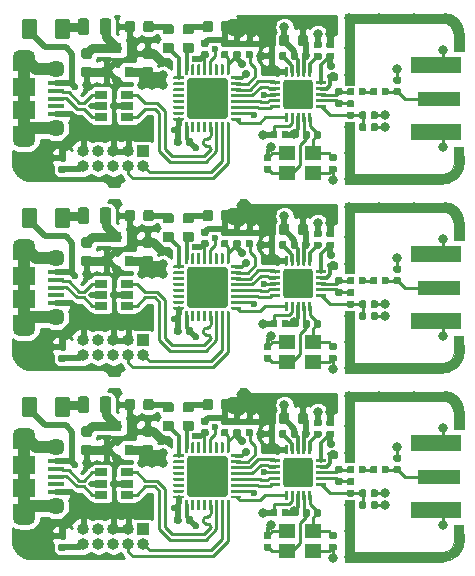
<source format=gbr>
G04 #@! TF.GenerationSoftware,KiCad,Pcbnew,(5.1.5)-3*
G04 #@! TF.CreationDate,2020-05-12T02:25:37+02:00*
G04 #@! TF.ProjectId,STRF,53545246-2e6b-4696-9361-645f70636258,rev?*
G04 #@! TF.SameCoordinates,Original*
G04 #@! TF.FileFunction,Copper,L1,Top*
G04 #@! TF.FilePolarity,Positive*
%FSLAX46Y46*%
G04 Gerber Fmt 4.6, Leading zero omitted, Abs format (unit mm)*
G04 Created by KiCad (PCBNEW (5.1.5)-3) date 2020-05-12 02:25:37*
%MOMM*%
%LPD*%
G04 APERTURE LIST*
%ADD10C,0.100000*%
%ADD11C,0.150000*%
%ADD12C,0.120000*%
%ADD13R,1.400000X1.200000*%
%ADD14R,0.800000X0.900000*%
%ADD15R,1.900000X1.500000*%
%ADD16C,1.450000*%
%ADD17R,1.350000X0.400000*%
%ADD18O,1.900000X1.200000*%
%ADD19R,1.900000X1.200000*%
%ADD20O,1.000000X1.000000*%
%ADD21R,1.000000X1.000000*%
%ADD22R,4.200000X1.350000*%
%ADD23R,3.600000X1.270000*%
%ADD24R,1.060000X0.650000*%
%ADD25C,0.800000*%
%ADD26C,0.600000*%
%ADD27C,0.700000*%
%ADD28C,0.500000*%
%ADD29C,0.750000*%
%ADD30C,0.293370*%
%ADD31C,0.500000*%
%ADD32C,0.300000*%
%ADD33C,0.250000*%
%ADD34C,1.000000*%
%ADD35C,0.261112*%
G04 APERTURE END LIST*
D10*
G36*
X59860000Y-72250000D02*
G01*
X59760000Y-72620000D01*
X59390000Y-73200000D01*
X58630000Y-73600000D01*
X58240000Y-73630000D01*
X58250000Y-72980000D01*
X58250000Y-72970000D01*
X58610000Y-72880000D01*
X58980000Y-72580000D01*
X59170000Y-72110000D01*
X59160000Y-72030000D01*
X59850000Y-72020000D01*
X59860000Y-72250000D01*
G37*
X59860000Y-72250000D02*
X59760000Y-72620000D01*
X59390000Y-73200000D01*
X58630000Y-73600000D01*
X58240000Y-73630000D01*
X58250000Y-72980000D01*
X58250000Y-72970000D01*
X58610000Y-72880000D01*
X58980000Y-72580000D01*
X59170000Y-72110000D01*
X59160000Y-72030000D01*
X59850000Y-72020000D01*
X59860000Y-72250000D01*
G36*
X58575000Y-59400000D02*
G01*
X59150000Y-59625000D01*
X59625000Y-60075000D01*
X59825000Y-60500000D01*
X59825000Y-60900000D01*
X59150000Y-60900000D01*
X59125000Y-60725000D01*
X58950000Y-60375000D01*
X58625000Y-60150000D01*
X58250000Y-60025000D01*
X58300000Y-59350000D01*
X58575000Y-59400000D01*
G37*
X58575000Y-59400000D02*
X59150000Y-59625000D01*
X59625000Y-60075000D01*
X59825000Y-60500000D01*
X59825000Y-60900000D01*
X59150000Y-60900000D01*
X59125000Y-60725000D01*
X58950000Y-60375000D01*
X58625000Y-60150000D01*
X58250000Y-60025000D01*
X58300000Y-59350000D01*
X58575000Y-59400000D01*
G36*
X59910000Y-72000000D02*
G01*
X59110000Y-72000000D01*
X59100000Y-70570000D01*
X59900000Y-70570000D01*
X59910000Y-72000000D01*
G37*
X59910000Y-72000000D02*
X59110000Y-72000000D01*
X59100000Y-70570000D01*
X59900000Y-70570000D01*
X59910000Y-72000000D01*
D11*
X58300000Y-59325000D02*
G75*
G02X59900000Y-60925000I0J-1600000D01*
G01*
D10*
G36*
X50645000Y-69550000D02*
G01*
X50647500Y-69550000D01*
X50652500Y-72900000D01*
X58200000Y-72900000D01*
X58200000Y-73700000D01*
X49850000Y-73700000D01*
X49850000Y-68500000D01*
X50650000Y-68500000D01*
X50645000Y-69550000D01*
G37*
X50645000Y-69550000D02*
X50647500Y-69550000D01*
X50652500Y-72900000D01*
X58200000Y-72900000D01*
X58200000Y-73700000D01*
X49850000Y-73700000D01*
X49850000Y-68500000D01*
X50650000Y-68500000D01*
X50645000Y-69550000D01*
G36*
X59925000Y-62425000D02*
G01*
X59075000Y-62425000D01*
X59075000Y-60950000D01*
X59925000Y-60950000D01*
X59925000Y-62425000D01*
G37*
X59925000Y-62425000D02*
X59075000Y-62425000D01*
X59075000Y-60950000D01*
X59925000Y-60950000D01*
X59925000Y-62425000D01*
D12*
X59120000Y-72000000D02*
G75*
G02X58210000Y-72910000I-910000J0D01*
G01*
X59900000Y-71990000D02*
G75*
G02X58200000Y-73690000I-1700000J0D01*
G01*
D10*
G36*
X58300000Y-60100000D02*
G01*
X50650000Y-60100000D01*
X50650000Y-65300000D01*
X49850000Y-65300000D01*
X49850000Y-59300000D01*
X58300000Y-59300000D01*
X58300000Y-60100000D01*
G37*
X58300000Y-60100000D02*
X50650000Y-60100000D01*
X50650000Y-65300000D01*
X49850000Y-65300000D01*
X49850000Y-59300000D01*
X58300000Y-59300000D01*
X58300000Y-60100000D01*
D11*
X58200000Y-60075000D02*
G75*
G02X59100000Y-60975000I0J-900000D01*
G01*
D10*
G36*
X59860000Y-56250000D02*
G01*
X59760000Y-56620000D01*
X59390000Y-57200000D01*
X58630000Y-57600000D01*
X58240000Y-57630000D01*
X58250000Y-56980000D01*
X58250000Y-56970000D01*
X58610000Y-56880000D01*
X58980000Y-56580000D01*
X59170000Y-56110000D01*
X59160000Y-56030000D01*
X59850000Y-56020000D01*
X59860000Y-56250000D01*
G37*
X59860000Y-56250000D02*
X59760000Y-56620000D01*
X59390000Y-57200000D01*
X58630000Y-57600000D01*
X58240000Y-57630000D01*
X58250000Y-56980000D01*
X58250000Y-56970000D01*
X58610000Y-56880000D01*
X58980000Y-56580000D01*
X59170000Y-56110000D01*
X59160000Y-56030000D01*
X59850000Y-56020000D01*
X59860000Y-56250000D01*
G36*
X59910000Y-56000000D02*
G01*
X59110000Y-56000000D01*
X59100000Y-54570000D01*
X59900000Y-54570000D01*
X59910000Y-56000000D01*
G37*
X59910000Y-56000000D02*
X59110000Y-56000000D01*
X59100000Y-54570000D01*
X59900000Y-54570000D01*
X59910000Y-56000000D01*
G36*
X50645000Y-53550000D02*
G01*
X50647500Y-53550000D01*
X50652500Y-56900000D01*
X58200000Y-56900000D01*
X58200000Y-57700000D01*
X49850000Y-57700000D01*
X49850000Y-52500000D01*
X50650000Y-52500000D01*
X50645000Y-53550000D01*
G37*
X50645000Y-53550000D02*
X50647500Y-53550000D01*
X50652500Y-56900000D01*
X58200000Y-56900000D01*
X58200000Y-57700000D01*
X49850000Y-57700000D01*
X49850000Y-52500000D01*
X50650000Y-52500000D01*
X50645000Y-53550000D01*
G36*
X59925000Y-46425000D02*
G01*
X59075000Y-46425000D01*
X59075000Y-44950000D01*
X59925000Y-44950000D01*
X59925000Y-46425000D01*
G37*
X59925000Y-46425000D02*
X59075000Y-46425000D01*
X59075000Y-44950000D01*
X59925000Y-44950000D01*
X59925000Y-46425000D01*
G36*
X58300000Y-44100000D02*
G01*
X50650000Y-44100000D01*
X50650000Y-49300000D01*
X49850000Y-49300000D01*
X49850000Y-43300000D01*
X58300000Y-43300000D01*
X58300000Y-44100000D01*
G37*
X58300000Y-44100000D02*
X50650000Y-44100000D01*
X50650000Y-49300000D01*
X49850000Y-49300000D01*
X49850000Y-43300000D01*
X58300000Y-43300000D01*
X58300000Y-44100000D01*
D11*
X58200000Y-44075000D02*
G75*
G02X59100000Y-44975000I0J-900000D01*
G01*
D12*
X59900000Y-55990000D02*
G75*
G02X58200000Y-57690000I-1700000J0D01*
G01*
D10*
G36*
X58575000Y-43400000D02*
G01*
X59150000Y-43625000D01*
X59625000Y-44075000D01*
X59825000Y-44500000D01*
X59825000Y-44900000D01*
X59150000Y-44900000D01*
X59125000Y-44725000D01*
X58950000Y-44375000D01*
X58625000Y-44150000D01*
X58250000Y-44025000D01*
X58300000Y-43350000D01*
X58575000Y-43400000D01*
G37*
X58575000Y-43400000D02*
X59150000Y-43625000D01*
X59625000Y-44075000D01*
X59825000Y-44500000D01*
X59825000Y-44900000D01*
X59150000Y-44900000D01*
X59125000Y-44725000D01*
X58950000Y-44375000D01*
X58625000Y-44150000D01*
X58250000Y-44025000D01*
X58300000Y-43350000D01*
X58575000Y-43400000D01*
D12*
X59120000Y-56000000D02*
G75*
G02X58210000Y-56910000I-910000J0D01*
G01*
D11*
X58300000Y-43325000D02*
G75*
G02X59900000Y-44925000I0J-1600000D01*
G01*
D10*
G36*
X58575000Y-27400000D02*
G01*
X59150000Y-27625000D01*
X59625000Y-28075000D01*
X59825000Y-28500000D01*
X59825000Y-28900000D01*
X59150000Y-28900000D01*
X59125000Y-28725000D01*
X58950000Y-28375000D01*
X58625000Y-28150000D01*
X58250000Y-28025000D01*
X58300000Y-27350000D01*
X58575000Y-27400000D01*
G37*
X58575000Y-27400000D02*
X59150000Y-27625000D01*
X59625000Y-28075000D01*
X59825000Y-28500000D01*
X59825000Y-28900000D01*
X59150000Y-28900000D01*
X59125000Y-28725000D01*
X58950000Y-28375000D01*
X58625000Y-28150000D01*
X58250000Y-28025000D01*
X58300000Y-27350000D01*
X58575000Y-27400000D01*
G36*
X59925000Y-30425000D02*
G01*
X59075000Y-30425000D01*
X59075000Y-28950000D01*
X59925000Y-28950000D01*
X59925000Y-30425000D01*
G37*
X59925000Y-30425000D02*
X59075000Y-30425000D01*
X59075000Y-28950000D01*
X59925000Y-28950000D01*
X59925000Y-30425000D01*
D11*
X58200000Y-28075000D02*
G75*
G02X59100000Y-28975000I0J-900000D01*
G01*
X58300000Y-27325000D02*
G75*
G02X59900000Y-28925000I0J-1600000D01*
G01*
D10*
G36*
X59860000Y-40250000D02*
G01*
X59760000Y-40620000D01*
X59390000Y-41200000D01*
X58630000Y-41600000D01*
X58240000Y-41630000D01*
X58250000Y-40980000D01*
X58250000Y-40970000D01*
X58610000Y-40880000D01*
X58980000Y-40580000D01*
X59170000Y-40110000D01*
X59160000Y-40030000D01*
X59850000Y-40020000D01*
X59860000Y-40250000D01*
G37*
X59860000Y-40250000D02*
X59760000Y-40620000D01*
X59390000Y-41200000D01*
X58630000Y-41600000D01*
X58240000Y-41630000D01*
X58250000Y-40980000D01*
X58250000Y-40970000D01*
X58610000Y-40880000D01*
X58980000Y-40580000D01*
X59170000Y-40110000D01*
X59160000Y-40030000D01*
X59850000Y-40020000D01*
X59860000Y-40250000D01*
D12*
X59900000Y-39990000D02*
G75*
G02X58200000Y-41690000I-1700000J0D01*
G01*
D10*
G36*
X59910000Y-40000000D02*
G01*
X59110000Y-40000000D01*
X59100000Y-38570000D01*
X59900000Y-38570000D01*
X59910000Y-40000000D01*
G37*
X59910000Y-40000000D02*
X59110000Y-40000000D01*
X59100000Y-38570000D01*
X59900000Y-38570000D01*
X59910000Y-40000000D01*
G36*
X50645000Y-37550000D02*
G01*
X50647500Y-37550000D01*
X50652500Y-40900000D01*
X58200000Y-40900000D01*
X58200000Y-41700000D01*
X49850000Y-41700000D01*
X49850000Y-36500000D01*
X50650000Y-36500000D01*
X50645000Y-37550000D01*
G37*
X50645000Y-37550000D02*
X50647500Y-37550000D01*
X50652500Y-40900000D01*
X58200000Y-40900000D01*
X58200000Y-41700000D01*
X49850000Y-41700000D01*
X49850000Y-36500000D01*
X50650000Y-36500000D01*
X50645000Y-37550000D01*
D12*
X59120000Y-40000000D02*
G75*
G02X58210000Y-40910000I-910000J0D01*
G01*
D10*
G36*
X58300000Y-28100000D02*
G01*
X50650000Y-28100000D01*
X50650000Y-33300000D01*
X49850000Y-33300000D01*
X49850000Y-27300000D01*
X58300000Y-27300000D01*
X58300000Y-28100000D01*
G37*
X58300000Y-28100000D02*
X50650000Y-28100000D01*
X50650000Y-33300000D01*
X49850000Y-33300000D01*
X49850000Y-27300000D01*
X58300000Y-27300000D01*
X58300000Y-28100000D01*
G04 #@! TA.AperFunction,SMDPad,CuDef*
G36*
X33477691Y-59926053D02*
G01*
X33498926Y-59929203D01*
X33519750Y-59934419D01*
X33539962Y-59941651D01*
X33559368Y-59950830D01*
X33577781Y-59961866D01*
X33595024Y-59974654D01*
X33610930Y-59989070D01*
X33625346Y-60004976D01*
X33638134Y-60022219D01*
X33649170Y-60040632D01*
X33658349Y-60060038D01*
X33665581Y-60080250D01*
X33670797Y-60101074D01*
X33673947Y-60122309D01*
X33675000Y-60143750D01*
X33675000Y-60656250D01*
X33673947Y-60677691D01*
X33670797Y-60698926D01*
X33665581Y-60719750D01*
X33658349Y-60739962D01*
X33649170Y-60759368D01*
X33638134Y-60777781D01*
X33625346Y-60795024D01*
X33610930Y-60810930D01*
X33595024Y-60825346D01*
X33577781Y-60838134D01*
X33559368Y-60849170D01*
X33539962Y-60858349D01*
X33519750Y-60865581D01*
X33498926Y-60870797D01*
X33477691Y-60873947D01*
X33456250Y-60875000D01*
X33018750Y-60875000D01*
X32997309Y-60873947D01*
X32976074Y-60870797D01*
X32955250Y-60865581D01*
X32935038Y-60858349D01*
X32915632Y-60849170D01*
X32897219Y-60838134D01*
X32879976Y-60825346D01*
X32864070Y-60810930D01*
X32849654Y-60795024D01*
X32836866Y-60777781D01*
X32825830Y-60759368D01*
X32816651Y-60739962D01*
X32809419Y-60719750D01*
X32804203Y-60698926D01*
X32801053Y-60677691D01*
X32800000Y-60656250D01*
X32800000Y-60143750D01*
X32801053Y-60122309D01*
X32804203Y-60101074D01*
X32809419Y-60080250D01*
X32816651Y-60060038D01*
X32825830Y-60040632D01*
X32836866Y-60022219D01*
X32849654Y-60004976D01*
X32864070Y-59989070D01*
X32879976Y-59974654D01*
X32897219Y-59961866D01*
X32915632Y-59950830D01*
X32935038Y-59941651D01*
X32955250Y-59934419D01*
X32976074Y-59929203D01*
X32997309Y-59926053D01*
X33018750Y-59925000D01*
X33456250Y-59925000D01*
X33477691Y-59926053D01*
G37*
G04 #@! TD.AperFunction*
G04 #@! TA.AperFunction,SMDPad,CuDef*
G36*
X31902691Y-59926053D02*
G01*
X31923926Y-59929203D01*
X31944750Y-59934419D01*
X31964962Y-59941651D01*
X31984368Y-59950830D01*
X32002781Y-59961866D01*
X32020024Y-59974654D01*
X32035930Y-59989070D01*
X32050346Y-60004976D01*
X32063134Y-60022219D01*
X32074170Y-60040632D01*
X32083349Y-60060038D01*
X32090581Y-60080250D01*
X32095797Y-60101074D01*
X32098947Y-60122309D01*
X32100000Y-60143750D01*
X32100000Y-60656250D01*
X32098947Y-60677691D01*
X32095797Y-60698926D01*
X32090581Y-60719750D01*
X32083349Y-60739962D01*
X32074170Y-60759368D01*
X32063134Y-60777781D01*
X32050346Y-60795024D01*
X32035930Y-60810930D01*
X32020024Y-60825346D01*
X32002781Y-60838134D01*
X31984368Y-60849170D01*
X31964962Y-60858349D01*
X31944750Y-60865581D01*
X31923926Y-60870797D01*
X31902691Y-60873947D01*
X31881250Y-60875000D01*
X31443750Y-60875000D01*
X31422309Y-60873947D01*
X31401074Y-60870797D01*
X31380250Y-60865581D01*
X31360038Y-60858349D01*
X31340632Y-60849170D01*
X31322219Y-60838134D01*
X31304976Y-60825346D01*
X31289070Y-60810930D01*
X31274654Y-60795024D01*
X31261866Y-60777781D01*
X31250830Y-60759368D01*
X31241651Y-60739962D01*
X31234419Y-60719750D01*
X31229203Y-60698926D01*
X31226053Y-60677691D01*
X31225000Y-60656250D01*
X31225000Y-60143750D01*
X31226053Y-60122309D01*
X31229203Y-60101074D01*
X31234419Y-60080250D01*
X31241651Y-60060038D01*
X31250830Y-60040632D01*
X31261866Y-60022219D01*
X31274654Y-60004976D01*
X31289070Y-59989070D01*
X31304976Y-59974654D01*
X31322219Y-59961866D01*
X31340632Y-59950830D01*
X31360038Y-59941651D01*
X31380250Y-59934419D01*
X31401074Y-59929203D01*
X31422309Y-59926053D01*
X31443750Y-59925000D01*
X31881250Y-59925000D01*
X31902691Y-59926053D01*
G37*
G04 #@! TD.AperFunction*
G04 #@! TA.AperFunction,SMDPad,CuDef*
G36*
X46924504Y-64901204D02*
G01*
X46948773Y-64904804D01*
X46972571Y-64910765D01*
X46995671Y-64919030D01*
X47017849Y-64929520D01*
X47038893Y-64942133D01*
X47058598Y-64956747D01*
X47076777Y-64973223D01*
X47093253Y-64991402D01*
X47107867Y-65011107D01*
X47120480Y-65032151D01*
X47130970Y-65054329D01*
X47139235Y-65077429D01*
X47145196Y-65101227D01*
X47148796Y-65125496D01*
X47150000Y-65150000D01*
X47150000Y-67150000D01*
X47148796Y-67174504D01*
X47145196Y-67198773D01*
X47139235Y-67222571D01*
X47130970Y-67245671D01*
X47120480Y-67267849D01*
X47107867Y-67288893D01*
X47093253Y-67308598D01*
X47076777Y-67326777D01*
X47058598Y-67343253D01*
X47038893Y-67357867D01*
X47017849Y-67370480D01*
X46995671Y-67380970D01*
X46972571Y-67389235D01*
X46948773Y-67395196D01*
X46924504Y-67398796D01*
X46900000Y-67400000D01*
X44900000Y-67400000D01*
X44875496Y-67398796D01*
X44851227Y-67395196D01*
X44827429Y-67389235D01*
X44804329Y-67380970D01*
X44782151Y-67370480D01*
X44761107Y-67357867D01*
X44741402Y-67343253D01*
X44723223Y-67326777D01*
X44706747Y-67308598D01*
X44692133Y-67288893D01*
X44679520Y-67267849D01*
X44669030Y-67245671D01*
X44660765Y-67222571D01*
X44654804Y-67198773D01*
X44651204Y-67174504D01*
X44650000Y-67150000D01*
X44650000Y-65150000D01*
X44651204Y-65125496D01*
X44654804Y-65101227D01*
X44660765Y-65077429D01*
X44669030Y-65054329D01*
X44679520Y-65032151D01*
X44692133Y-65011107D01*
X44706747Y-64991402D01*
X44723223Y-64973223D01*
X44741402Y-64956747D01*
X44761107Y-64942133D01*
X44782151Y-64929520D01*
X44804329Y-64919030D01*
X44827429Y-64910765D01*
X44851227Y-64904804D01*
X44875496Y-64901204D01*
X44900000Y-64900000D01*
X46900000Y-64900000D01*
X46924504Y-64901204D01*
G37*
G04 #@! TD.AperFunction*
G04 #@! TA.AperFunction,SMDPad,CuDef*
G36*
X44318626Y-65025301D02*
G01*
X44324693Y-65026201D01*
X44330643Y-65027691D01*
X44336418Y-65029758D01*
X44341962Y-65032380D01*
X44347223Y-65035533D01*
X44352150Y-65039187D01*
X44356694Y-65043306D01*
X44360813Y-65047850D01*
X44364467Y-65052777D01*
X44367620Y-65058038D01*
X44370242Y-65063582D01*
X44372309Y-65069357D01*
X44373799Y-65075307D01*
X44374699Y-65081374D01*
X44375000Y-65087500D01*
X44375000Y-65212500D01*
X44374699Y-65218626D01*
X44373799Y-65224693D01*
X44372309Y-65230643D01*
X44370242Y-65236418D01*
X44367620Y-65241962D01*
X44364467Y-65247223D01*
X44360813Y-65252150D01*
X44356694Y-65256694D01*
X44352150Y-65260813D01*
X44347223Y-65264467D01*
X44341962Y-65267620D01*
X44336418Y-65270242D01*
X44330643Y-65272309D01*
X44324693Y-65273799D01*
X44318626Y-65274699D01*
X44312500Y-65275000D01*
X43612500Y-65275000D01*
X43606374Y-65274699D01*
X43600307Y-65273799D01*
X43594357Y-65272309D01*
X43588582Y-65270242D01*
X43583038Y-65267620D01*
X43577777Y-65264467D01*
X43572850Y-65260813D01*
X43568306Y-65256694D01*
X43564187Y-65252150D01*
X43560533Y-65247223D01*
X43557380Y-65241962D01*
X43554758Y-65236418D01*
X43552691Y-65230643D01*
X43551201Y-65224693D01*
X43550301Y-65218626D01*
X43550000Y-65212500D01*
X43550000Y-65087500D01*
X43550301Y-65081374D01*
X43551201Y-65075307D01*
X43552691Y-65069357D01*
X43554758Y-65063582D01*
X43557380Y-65058038D01*
X43560533Y-65052777D01*
X43564187Y-65047850D01*
X43568306Y-65043306D01*
X43572850Y-65039187D01*
X43577777Y-65035533D01*
X43583038Y-65032380D01*
X43588582Y-65029758D01*
X43594357Y-65027691D01*
X43600307Y-65026201D01*
X43606374Y-65025301D01*
X43612500Y-65025000D01*
X44312500Y-65025000D01*
X44318626Y-65025301D01*
G37*
G04 #@! TD.AperFunction*
G04 #@! TA.AperFunction,SMDPad,CuDef*
G36*
X44318626Y-65525301D02*
G01*
X44324693Y-65526201D01*
X44330643Y-65527691D01*
X44336418Y-65529758D01*
X44341962Y-65532380D01*
X44347223Y-65535533D01*
X44352150Y-65539187D01*
X44356694Y-65543306D01*
X44360813Y-65547850D01*
X44364467Y-65552777D01*
X44367620Y-65558038D01*
X44370242Y-65563582D01*
X44372309Y-65569357D01*
X44373799Y-65575307D01*
X44374699Y-65581374D01*
X44375000Y-65587500D01*
X44375000Y-65712500D01*
X44374699Y-65718626D01*
X44373799Y-65724693D01*
X44372309Y-65730643D01*
X44370242Y-65736418D01*
X44367620Y-65741962D01*
X44364467Y-65747223D01*
X44360813Y-65752150D01*
X44356694Y-65756694D01*
X44352150Y-65760813D01*
X44347223Y-65764467D01*
X44341962Y-65767620D01*
X44336418Y-65770242D01*
X44330643Y-65772309D01*
X44324693Y-65773799D01*
X44318626Y-65774699D01*
X44312500Y-65775000D01*
X43612500Y-65775000D01*
X43606374Y-65774699D01*
X43600307Y-65773799D01*
X43594357Y-65772309D01*
X43588582Y-65770242D01*
X43583038Y-65767620D01*
X43577777Y-65764467D01*
X43572850Y-65760813D01*
X43568306Y-65756694D01*
X43564187Y-65752150D01*
X43560533Y-65747223D01*
X43557380Y-65741962D01*
X43554758Y-65736418D01*
X43552691Y-65730643D01*
X43551201Y-65724693D01*
X43550301Y-65718626D01*
X43550000Y-65712500D01*
X43550000Y-65587500D01*
X43550301Y-65581374D01*
X43551201Y-65575307D01*
X43552691Y-65569357D01*
X43554758Y-65563582D01*
X43557380Y-65558038D01*
X43560533Y-65552777D01*
X43564187Y-65547850D01*
X43568306Y-65543306D01*
X43572850Y-65539187D01*
X43577777Y-65535533D01*
X43583038Y-65532380D01*
X43588582Y-65529758D01*
X43594357Y-65527691D01*
X43600307Y-65526201D01*
X43606374Y-65525301D01*
X43612500Y-65525000D01*
X44312500Y-65525000D01*
X44318626Y-65525301D01*
G37*
G04 #@! TD.AperFunction*
G04 #@! TA.AperFunction,SMDPad,CuDef*
G36*
X44318626Y-66025301D02*
G01*
X44324693Y-66026201D01*
X44330643Y-66027691D01*
X44336418Y-66029758D01*
X44341962Y-66032380D01*
X44347223Y-66035533D01*
X44352150Y-66039187D01*
X44356694Y-66043306D01*
X44360813Y-66047850D01*
X44364467Y-66052777D01*
X44367620Y-66058038D01*
X44370242Y-66063582D01*
X44372309Y-66069357D01*
X44373799Y-66075307D01*
X44374699Y-66081374D01*
X44375000Y-66087500D01*
X44375000Y-66212500D01*
X44374699Y-66218626D01*
X44373799Y-66224693D01*
X44372309Y-66230643D01*
X44370242Y-66236418D01*
X44367620Y-66241962D01*
X44364467Y-66247223D01*
X44360813Y-66252150D01*
X44356694Y-66256694D01*
X44352150Y-66260813D01*
X44347223Y-66264467D01*
X44341962Y-66267620D01*
X44336418Y-66270242D01*
X44330643Y-66272309D01*
X44324693Y-66273799D01*
X44318626Y-66274699D01*
X44312500Y-66275000D01*
X43612500Y-66275000D01*
X43606374Y-66274699D01*
X43600307Y-66273799D01*
X43594357Y-66272309D01*
X43588582Y-66270242D01*
X43583038Y-66267620D01*
X43577777Y-66264467D01*
X43572850Y-66260813D01*
X43568306Y-66256694D01*
X43564187Y-66252150D01*
X43560533Y-66247223D01*
X43557380Y-66241962D01*
X43554758Y-66236418D01*
X43552691Y-66230643D01*
X43551201Y-66224693D01*
X43550301Y-66218626D01*
X43550000Y-66212500D01*
X43550000Y-66087500D01*
X43550301Y-66081374D01*
X43551201Y-66075307D01*
X43552691Y-66069357D01*
X43554758Y-66063582D01*
X43557380Y-66058038D01*
X43560533Y-66052777D01*
X43564187Y-66047850D01*
X43568306Y-66043306D01*
X43572850Y-66039187D01*
X43577777Y-66035533D01*
X43583038Y-66032380D01*
X43588582Y-66029758D01*
X43594357Y-66027691D01*
X43600307Y-66026201D01*
X43606374Y-66025301D01*
X43612500Y-66025000D01*
X44312500Y-66025000D01*
X44318626Y-66025301D01*
G37*
G04 #@! TD.AperFunction*
G04 #@! TA.AperFunction,SMDPad,CuDef*
G36*
X44318626Y-66525301D02*
G01*
X44324693Y-66526201D01*
X44330643Y-66527691D01*
X44336418Y-66529758D01*
X44341962Y-66532380D01*
X44347223Y-66535533D01*
X44352150Y-66539187D01*
X44356694Y-66543306D01*
X44360813Y-66547850D01*
X44364467Y-66552777D01*
X44367620Y-66558038D01*
X44370242Y-66563582D01*
X44372309Y-66569357D01*
X44373799Y-66575307D01*
X44374699Y-66581374D01*
X44375000Y-66587500D01*
X44375000Y-66712500D01*
X44374699Y-66718626D01*
X44373799Y-66724693D01*
X44372309Y-66730643D01*
X44370242Y-66736418D01*
X44367620Y-66741962D01*
X44364467Y-66747223D01*
X44360813Y-66752150D01*
X44356694Y-66756694D01*
X44352150Y-66760813D01*
X44347223Y-66764467D01*
X44341962Y-66767620D01*
X44336418Y-66770242D01*
X44330643Y-66772309D01*
X44324693Y-66773799D01*
X44318626Y-66774699D01*
X44312500Y-66775000D01*
X43612500Y-66775000D01*
X43606374Y-66774699D01*
X43600307Y-66773799D01*
X43594357Y-66772309D01*
X43588582Y-66770242D01*
X43583038Y-66767620D01*
X43577777Y-66764467D01*
X43572850Y-66760813D01*
X43568306Y-66756694D01*
X43564187Y-66752150D01*
X43560533Y-66747223D01*
X43557380Y-66741962D01*
X43554758Y-66736418D01*
X43552691Y-66730643D01*
X43551201Y-66724693D01*
X43550301Y-66718626D01*
X43550000Y-66712500D01*
X43550000Y-66587500D01*
X43550301Y-66581374D01*
X43551201Y-66575307D01*
X43552691Y-66569357D01*
X43554758Y-66563582D01*
X43557380Y-66558038D01*
X43560533Y-66552777D01*
X43564187Y-66547850D01*
X43568306Y-66543306D01*
X43572850Y-66539187D01*
X43577777Y-66535533D01*
X43583038Y-66532380D01*
X43588582Y-66529758D01*
X43594357Y-66527691D01*
X43600307Y-66526201D01*
X43606374Y-66525301D01*
X43612500Y-66525000D01*
X44312500Y-66525000D01*
X44318626Y-66525301D01*
G37*
G04 #@! TD.AperFunction*
G04 #@! TA.AperFunction,SMDPad,CuDef*
G36*
X44318626Y-67025301D02*
G01*
X44324693Y-67026201D01*
X44330643Y-67027691D01*
X44336418Y-67029758D01*
X44341962Y-67032380D01*
X44347223Y-67035533D01*
X44352150Y-67039187D01*
X44356694Y-67043306D01*
X44360813Y-67047850D01*
X44364467Y-67052777D01*
X44367620Y-67058038D01*
X44370242Y-67063582D01*
X44372309Y-67069357D01*
X44373799Y-67075307D01*
X44374699Y-67081374D01*
X44375000Y-67087500D01*
X44375000Y-67212500D01*
X44374699Y-67218626D01*
X44373799Y-67224693D01*
X44372309Y-67230643D01*
X44370242Y-67236418D01*
X44367620Y-67241962D01*
X44364467Y-67247223D01*
X44360813Y-67252150D01*
X44356694Y-67256694D01*
X44352150Y-67260813D01*
X44347223Y-67264467D01*
X44341962Y-67267620D01*
X44336418Y-67270242D01*
X44330643Y-67272309D01*
X44324693Y-67273799D01*
X44318626Y-67274699D01*
X44312500Y-67275000D01*
X43612500Y-67275000D01*
X43606374Y-67274699D01*
X43600307Y-67273799D01*
X43594357Y-67272309D01*
X43588582Y-67270242D01*
X43583038Y-67267620D01*
X43577777Y-67264467D01*
X43572850Y-67260813D01*
X43568306Y-67256694D01*
X43564187Y-67252150D01*
X43560533Y-67247223D01*
X43557380Y-67241962D01*
X43554758Y-67236418D01*
X43552691Y-67230643D01*
X43551201Y-67224693D01*
X43550301Y-67218626D01*
X43550000Y-67212500D01*
X43550000Y-67087500D01*
X43550301Y-67081374D01*
X43551201Y-67075307D01*
X43552691Y-67069357D01*
X43554758Y-67063582D01*
X43557380Y-67058038D01*
X43560533Y-67052777D01*
X43564187Y-67047850D01*
X43568306Y-67043306D01*
X43572850Y-67039187D01*
X43577777Y-67035533D01*
X43583038Y-67032380D01*
X43588582Y-67029758D01*
X43594357Y-67027691D01*
X43600307Y-67026201D01*
X43606374Y-67025301D01*
X43612500Y-67025000D01*
X44312500Y-67025000D01*
X44318626Y-67025301D01*
G37*
G04 #@! TD.AperFunction*
G04 #@! TA.AperFunction,SMDPad,CuDef*
G36*
X44968626Y-67675301D02*
G01*
X44974693Y-67676201D01*
X44980643Y-67677691D01*
X44986418Y-67679758D01*
X44991962Y-67682380D01*
X44997223Y-67685533D01*
X45002150Y-67689187D01*
X45006694Y-67693306D01*
X45010813Y-67697850D01*
X45014467Y-67702777D01*
X45017620Y-67708038D01*
X45020242Y-67713582D01*
X45022309Y-67719357D01*
X45023799Y-67725307D01*
X45024699Y-67731374D01*
X45025000Y-67737500D01*
X45025000Y-68437500D01*
X45024699Y-68443626D01*
X45023799Y-68449693D01*
X45022309Y-68455643D01*
X45020242Y-68461418D01*
X45017620Y-68466962D01*
X45014467Y-68472223D01*
X45010813Y-68477150D01*
X45006694Y-68481694D01*
X45002150Y-68485813D01*
X44997223Y-68489467D01*
X44991962Y-68492620D01*
X44986418Y-68495242D01*
X44980643Y-68497309D01*
X44974693Y-68498799D01*
X44968626Y-68499699D01*
X44962500Y-68500000D01*
X44837500Y-68500000D01*
X44831374Y-68499699D01*
X44825307Y-68498799D01*
X44819357Y-68497309D01*
X44813582Y-68495242D01*
X44808038Y-68492620D01*
X44802777Y-68489467D01*
X44797850Y-68485813D01*
X44793306Y-68481694D01*
X44789187Y-68477150D01*
X44785533Y-68472223D01*
X44782380Y-68466962D01*
X44779758Y-68461418D01*
X44777691Y-68455643D01*
X44776201Y-68449693D01*
X44775301Y-68443626D01*
X44775000Y-68437500D01*
X44775000Y-67737500D01*
X44775301Y-67731374D01*
X44776201Y-67725307D01*
X44777691Y-67719357D01*
X44779758Y-67713582D01*
X44782380Y-67708038D01*
X44785533Y-67702777D01*
X44789187Y-67697850D01*
X44793306Y-67693306D01*
X44797850Y-67689187D01*
X44802777Y-67685533D01*
X44808038Y-67682380D01*
X44813582Y-67679758D01*
X44819357Y-67677691D01*
X44825307Y-67676201D01*
X44831374Y-67675301D01*
X44837500Y-67675000D01*
X44962500Y-67675000D01*
X44968626Y-67675301D01*
G37*
G04 #@! TD.AperFunction*
G04 #@! TA.AperFunction,SMDPad,CuDef*
G36*
X45468626Y-67675301D02*
G01*
X45474693Y-67676201D01*
X45480643Y-67677691D01*
X45486418Y-67679758D01*
X45491962Y-67682380D01*
X45497223Y-67685533D01*
X45502150Y-67689187D01*
X45506694Y-67693306D01*
X45510813Y-67697850D01*
X45514467Y-67702777D01*
X45517620Y-67708038D01*
X45520242Y-67713582D01*
X45522309Y-67719357D01*
X45523799Y-67725307D01*
X45524699Y-67731374D01*
X45525000Y-67737500D01*
X45525000Y-68437500D01*
X45524699Y-68443626D01*
X45523799Y-68449693D01*
X45522309Y-68455643D01*
X45520242Y-68461418D01*
X45517620Y-68466962D01*
X45514467Y-68472223D01*
X45510813Y-68477150D01*
X45506694Y-68481694D01*
X45502150Y-68485813D01*
X45497223Y-68489467D01*
X45491962Y-68492620D01*
X45486418Y-68495242D01*
X45480643Y-68497309D01*
X45474693Y-68498799D01*
X45468626Y-68499699D01*
X45462500Y-68500000D01*
X45337500Y-68500000D01*
X45331374Y-68499699D01*
X45325307Y-68498799D01*
X45319357Y-68497309D01*
X45313582Y-68495242D01*
X45308038Y-68492620D01*
X45302777Y-68489467D01*
X45297850Y-68485813D01*
X45293306Y-68481694D01*
X45289187Y-68477150D01*
X45285533Y-68472223D01*
X45282380Y-68466962D01*
X45279758Y-68461418D01*
X45277691Y-68455643D01*
X45276201Y-68449693D01*
X45275301Y-68443626D01*
X45275000Y-68437500D01*
X45275000Y-67737500D01*
X45275301Y-67731374D01*
X45276201Y-67725307D01*
X45277691Y-67719357D01*
X45279758Y-67713582D01*
X45282380Y-67708038D01*
X45285533Y-67702777D01*
X45289187Y-67697850D01*
X45293306Y-67693306D01*
X45297850Y-67689187D01*
X45302777Y-67685533D01*
X45308038Y-67682380D01*
X45313582Y-67679758D01*
X45319357Y-67677691D01*
X45325307Y-67676201D01*
X45331374Y-67675301D01*
X45337500Y-67675000D01*
X45462500Y-67675000D01*
X45468626Y-67675301D01*
G37*
G04 #@! TD.AperFunction*
G04 #@! TA.AperFunction,SMDPad,CuDef*
G36*
X45968626Y-67675301D02*
G01*
X45974693Y-67676201D01*
X45980643Y-67677691D01*
X45986418Y-67679758D01*
X45991962Y-67682380D01*
X45997223Y-67685533D01*
X46002150Y-67689187D01*
X46006694Y-67693306D01*
X46010813Y-67697850D01*
X46014467Y-67702777D01*
X46017620Y-67708038D01*
X46020242Y-67713582D01*
X46022309Y-67719357D01*
X46023799Y-67725307D01*
X46024699Y-67731374D01*
X46025000Y-67737500D01*
X46025000Y-68437500D01*
X46024699Y-68443626D01*
X46023799Y-68449693D01*
X46022309Y-68455643D01*
X46020242Y-68461418D01*
X46017620Y-68466962D01*
X46014467Y-68472223D01*
X46010813Y-68477150D01*
X46006694Y-68481694D01*
X46002150Y-68485813D01*
X45997223Y-68489467D01*
X45991962Y-68492620D01*
X45986418Y-68495242D01*
X45980643Y-68497309D01*
X45974693Y-68498799D01*
X45968626Y-68499699D01*
X45962500Y-68500000D01*
X45837500Y-68500000D01*
X45831374Y-68499699D01*
X45825307Y-68498799D01*
X45819357Y-68497309D01*
X45813582Y-68495242D01*
X45808038Y-68492620D01*
X45802777Y-68489467D01*
X45797850Y-68485813D01*
X45793306Y-68481694D01*
X45789187Y-68477150D01*
X45785533Y-68472223D01*
X45782380Y-68466962D01*
X45779758Y-68461418D01*
X45777691Y-68455643D01*
X45776201Y-68449693D01*
X45775301Y-68443626D01*
X45775000Y-68437500D01*
X45775000Y-67737500D01*
X45775301Y-67731374D01*
X45776201Y-67725307D01*
X45777691Y-67719357D01*
X45779758Y-67713582D01*
X45782380Y-67708038D01*
X45785533Y-67702777D01*
X45789187Y-67697850D01*
X45793306Y-67693306D01*
X45797850Y-67689187D01*
X45802777Y-67685533D01*
X45808038Y-67682380D01*
X45813582Y-67679758D01*
X45819357Y-67677691D01*
X45825307Y-67676201D01*
X45831374Y-67675301D01*
X45837500Y-67675000D01*
X45962500Y-67675000D01*
X45968626Y-67675301D01*
G37*
G04 #@! TD.AperFunction*
G04 #@! TA.AperFunction,SMDPad,CuDef*
G36*
X46468626Y-67675301D02*
G01*
X46474693Y-67676201D01*
X46480643Y-67677691D01*
X46486418Y-67679758D01*
X46491962Y-67682380D01*
X46497223Y-67685533D01*
X46502150Y-67689187D01*
X46506694Y-67693306D01*
X46510813Y-67697850D01*
X46514467Y-67702777D01*
X46517620Y-67708038D01*
X46520242Y-67713582D01*
X46522309Y-67719357D01*
X46523799Y-67725307D01*
X46524699Y-67731374D01*
X46525000Y-67737500D01*
X46525000Y-68437500D01*
X46524699Y-68443626D01*
X46523799Y-68449693D01*
X46522309Y-68455643D01*
X46520242Y-68461418D01*
X46517620Y-68466962D01*
X46514467Y-68472223D01*
X46510813Y-68477150D01*
X46506694Y-68481694D01*
X46502150Y-68485813D01*
X46497223Y-68489467D01*
X46491962Y-68492620D01*
X46486418Y-68495242D01*
X46480643Y-68497309D01*
X46474693Y-68498799D01*
X46468626Y-68499699D01*
X46462500Y-68500000D01*
X46337500Y-68500000D01*
X46331374Y-68499699D01*
X46325307Y-68498799D01*
X46319357Y-68497309D01*
X46313582Y-68495242D01*
X46308038Y-68492620D01*
X46302777Y-68489467D01*
X46297850Y-68485813D01*
X46293306Y-68481694D01*
X46289187Y-68477150D01*
X46285533Y-68472223D01*
X46282380Y-68466962D01*
X46279758Y-68461418D01*
X46277691Y-68455643D01*
X46276201Y-68449693D01*
X46275301Y-68443626D01*
X46275000Y-68437500D01*
X46275000Y-67737500D01*
X46275301Y-67731374D01*
X46276201Y-67725307D01*
X46277691Y-67719357D01*
X46279758Y-67713582D01*
X46282380Y-67708038D01*
X46285533Y-67702777D01*
X46289187Y-67697850D01*
X46293306Y-67693306D01*
X46297850Y-67689187D01*
X46302777Y-67685533D01*
X46308038Y-67682380D01*
X46313582Y-67679758D01*
X46319357Y-67677691D01*
X46325307Y-67676201D01*
X46331374Y-67675301D01*
X46337500Y-67675000D01*
X46462500Y-67675000D01*
X46468626Y-67675301D01*
G37*
G04 #@! TD.AperFunction*
G04 #@! TA.AperFunction,SMDPad,CuDef*
G36*
X46968626Y-67675301D02*
G01*
X46974693Y-67676201D01*
X46980643Y-67677691D01*
X46986418Y-67679758D01*
X46991962Y-67682380D01*
X46997223Y-67685533D01*
X47002150Y-67689187D01*
X47006694Y-67693306D01*
X47010813Y-67697850D01*
X47014467Y-67702777D01*
X47017620Y-67708038D01*
X47020242Y-67713582D01*
X47022309Y-67719357D01*
X47023799Y-67725307D01*
X47024699Y-67731374D01*
X47025000Y-67737500D01*
X47025000Y-68437500D01*
X47024699Y-68443626D01*
X47023799Y-68449693D01*
X47022309Y-68455643D01*
X47020242Y-68461418D01*
X47017620Y-68466962D01*
X47014467Y-68472223D01*
X47010813Y-68477150D01*
X47006694Y-68481694D01*
X47002150Y-68485813D01*
X46997223Y-68489467D01*
X46991962Y-68492620D01*
X46986418Y-68495242D01*
X46980643Y-68497309D01*
X46974693Y-68498799D01*
X46968626Y-68499699D01*
X46962500Y-68500000D01*
X46837500Y-68500000D01*
X46831374Y-68499699D01*
X46825307Y-68498799D01*
X46819357Y-68497309D01*
X46813582Y-68495242D01*
X46808038Y-68492620D01*
X46802777Y-68489467D01*
X46797850Y-68485813D01*
X46793306Y-68481694D01*
X46789187Y-68477150D01*
X46785533Y-68472223D01*
X46782380Y-68466962D01*
X46779758Y-68461418D01*
X46777691Y-68455643D01*
X46776201Y-68449693D01*
X46775301Y-68443626D01*
X46775000Y-68437500D01*
X46775000Y-67737500D01*
X46775301Y-67731374D01*
X46776201Y-67725307D01*
X46777691Y-67719357D01*
X46779758Y-67713582D01*
X46782380Y-67708038D01*
X46785533Y-67702777D01*
X46789187Y-67697850D01*
X46793306Y-67693306D01*
X46797850Y-67689187D01*
X46802777Y-67685533D01*
X46808038Y-67682380D01*
X46813582Y-67679758D01*
X46819357Y-67677691D01*
X46825307Y-67676201D01*
X46831374Y-67675301D01*
X46837500Y-67675000D01*
X46962500Y-67675000D01*
X46968626Y-67675301D01*
G37*
G04 #@! TD.AperFunction*
G04 #@! TA.AperFunction,SMDPad,CuDef*
G36*
X48193626Y-67025301D02*
G01*
X48199693Y-67026201D01*
X48205643Y-67027691D01*
X48211418Y-67029758D01*
X48216962Y-67032380D01*
X48222223Y-67035533D01*
X48227150Y-67039187D01*
X48231694Y-67043306D01*
X48235813Y-67047850D01*
X48239467Y-67052777D01*
X48242620Y-67058038D01*
X48245242Y-67063582D01*
X48247309Y-67069357D01*
X48248799Y-67075307D01*
X48249699Y-67081374D01*
X48250000Y-67087500D01*
X48250000Y-67212500D01*
X48249699Y-67218626D01*
X48248799Y-67224693D01*
X48247309Y-67230643D01*
X48245242Y-67236418D01*
X48242620Y-67241962D01*
X48239467Y-67247223D01*
X48235813Y-67252150D01*
X48231694Y-67256694D01*
X48227150Y-67260813D01*
X48222223Y-67264467D01*
X48216962Y-67267620D01*
X48211418Y-67270242D01*
X48205643Y-67272309D01*
X48199693Y-67273799D01*
X48193626Y-67274699D01*
X48187500Y-67275000D01*
X47487500Y-67275000D01*
X47481374Y-67274699D01*
X47475307Y-67273799D01*
X47469357Y-67272309D01*
X47463582Y-67270242D01*
X47458038Y-67267620D01*
X47452777Y-67264467D01*
X47447850Y-67260813D01*
X47443306Y-67256694D01*
X47439187Y-67252150D01*
X47435533Y-67247223D01*
X47432380Y-67241962D01*
X47429758Y-67236418D01*
X47427691Y-67230643D01*
X47426201Y-67224693D01*
X47425301Y-67218626D01*
X47425000Y-67212500D01*
X47425000Y-67087500D01*
X47425301Y-67081374D01*
X47426201Y-67075307D01*
X47427691Y-67069357D01*
X47429758Y-67063582D01*
X47432380Y-67058038D01*
X47435533Y-67052777D01*
X47439187Y-67047850D01*
X47443306Y-67043306D01*
X47447850Y-67039187D01*
X47452777Y-67035533D01*
X47458038Y-67032380D01*
X47463582Y-67029758D01*
X47469357Y-67027691D01*
X47475307Y-67026201D01*
X47481374Y-67025301D01*
X47487500Y-67025000D01*
X48187500Y-67025000D01*
X48193626Y-67025301D01*
G37*
G04 #@! TD.AperFunction*
G04 #@! TA.AperFunction,SMDPad,CuDef*
G36*
X48193626Y-66525301D02*
G01*
X48199693Y-66526201D01*
X48205643Y-66527691D01*
X48211418Y-66529758D01*
X48216962Y-66532380D01*
X48222223Y-66535533D01*
X48227150Y-66539187D01*
X48231694Y-66543306D01*
X48235813Y-66547850D01*
X48239467Y-66552777D01*
X48242620Y-66558038D01*
X48245242Y-66563582D01*
X48247309Y-66569357D01*
X48248799Y-66575307D01*
X48249699Y-66581374D01*
X48250000Y-66587500D01*
X48250000Y-66712500D01*
X48249699Y-66718626D01*
X48248799Y-66724693D01*
X48247309Y-66730643D01*
X48245242Y-66736418D01*
X48242620Y-66741962D01*
X48239467Y-66747223D01*
X48235813Y-66752150D01*
X48231694Y-66756694D01*
X48227150Y-66760813D01*
X48222223Y-66764467D01*
X48216962Y-66767620D01*
X48211418Y-66770242D01*
X48205643Y-66772309D01*
X48199693Y-66773799D01*
X48193626Y-66774699D01*
X48187500Y-66775000D01*
X47487500Y-66775000D01*
X47481374Y-66774699D01*
X47475307Y-66773799D01*
X47469357Y-66772309D01*
X47463582Y-66770242D01*
X47458038Y-66767620D01*
X47452777Y-66764467D01*
X47447850Y-66760813D01*
X47443306Y-66756694D01*
X47439187Y-66752150D01*
X47435533Y-66747223D01*
X47432380Y-66741962D01*
X47429758Y-66736418D01*
X47427691Y-66730643D01*
X47426201Y-66724693D01*
X47425301Y-66718626D01*
X47425000Y-66712500D01*
X47425000Y-66587500D01*
X47425301Y-66581374D01*
X47426201Y-66575307D01*
X47427691Y-66569357D01*
X47429758Y-66563582D01*
X47432380Y-66558038D01*
X47435533Y-66552777D01*
X47439187Y-66547850D01*
X47443306Y-66543306D01*
X47447850Y-66539187D01*
X47452777Y-66535533D01*
X47458038Y-66532380D01*
X47463582Y-66529758D01*
X47469357Y-66527691D01*
X47475307Y-66526201D01*
X47481374Y-66525301D01*
X47487500Y-66525000D01*
X48187500Y-66525000D01*
X48193626Y-66525301D01*
G37*
G04 #@! TD.AperFunction*
G04 #@! TA.AperFunction,SMDPad,CuDef*
G36*
X48193626Y-66025301D02*
G01*
X48199693Y-66026201D01*
X48205643Y-66027691D01*
X48211418Y-66029758D01*
X48216962Y-66032380D01*
X48222223Y-66035533D01*
X48227150Y-66039187D01*
X48231694Y-66043306D01*
X48235813Y-66047850D01*
X48239467Y-66052777D01*
X48242620Y-66058038D01*
X48245242Y-66063582D01*
X48247309Y-66069357D01*
X48248799Y-66075307D01*
X48249699Y-66081374D01*
X48250000Y-66087500D01*
X48250000Y-66212500D01*
X48249699Y-66218626D01*
X48248799Y-66224693D01*
X48247309Y-66230643D01*
X48245242Y-66236418D01*
X48242620Y-66241962D01*
X48239467Y-66247223D01*
X48235813Y-66252150D01*
X48231694Y-66256694D01*
X48227150Y-66260813D01*
X48222223Y-66264467D01*
X48216962Y-66267620D01*
X48211418Y-66270242D01*
X48205643Y-66272309D01*
X48199693Y-66273799D01*
X48193626Y-66274699D01*
X48187500Y-66275000D01*
X47487500Y-66275000D01*
X47481374Y-66274699D01*
X47475307Y-66273799D01*
X47469357Y-66272309D01*
X47463582Y-66270242D01*
X47458038Y-66267620D01*
X47452777Y-66264467D01*
X47447850Y-66260813D01*
X47443306Y-66256694D01*
X47439187Y-66252150D01*
X47435533Y-66247223D01*
X47432380Y-66241962D01*
X47429758Y-66236418D01*
X47427691Y-66230643D01*
X47426201Y-66224693D01*
X47425301Y-66218626D01*
X47425000Y-66212500D01*
X47425000Y-66087500D01*
X47425301Y-66081374D01*
X47426201Y-66075307D01*
X47427691Y-66069357D01*
X47429758Y-66063582D01*
X47432380Y-66058038D01*
X47435533Y-66052777D01*
X47439187Y-66047850D01*
X47443306Y-66043306D01*
X47447850Y-66039187D01*
X47452777Y-66035533D01*
X47458038Y-66032380D01*
X47463582Y-66029758D01*
X47469357Y-66027691D01*
X47475307Y-66026201D01*
X47481374Y-66025301D01*
X47487500Y-66025000D01*
X48187500Y-66025000D01*
X48193626Y-66025301D01*
G37*
G04 #@! TD.AperFunction*
G04 #@! TA.AperFunction,SMDPad,CuDef*
G36*
X48193626Y-65525301D02*
G01*
X48199693Y-65526201D01*
X48205643Y-65527691D01*
X48211418Y-65529758D01*
X48216962Y-65532380D01*
X48222223Y-65535533D01*
X48227150Y-65539187D01*
X48231694Y-65543306D01*
X48235813Y-65547850D01*
X48239467Y-65552777D01*
X48242620Y-65558038D01*
X48245242Y-65563582D01*
X48247309Y-65569357D01*
X48248799Y-65575307D01*
X48249699Y-65581374D01*
X48250000Y-65587500D01*
X48250000Y-65712500D01*
X48249699Y-65718626D01*
X48248799Y-65724693D01*
X48247309Y-65730643D01*
X48245242Y-65736418D01*
X48242620Y-65741962D01*
X48239467Y-65747223D01*
X48235813Y-65752150D01*
X48231694Y-65756694D01*
X48227150Y-65760813D01*
X48222223Y-65764467D01*
X48216962Y-65767620D01*
X48211418Y-65770242D01*
X48205643Y-65772309D01*
X48199693Y-65773799D01*
X48193626Y-65774699D01*
X48187500Y-65775000D01*
X47487500Y-65775000D01*
X47481374Y-65774699D01*
X47475307Y-65773799D01*
X47469357Y-65772309D01*
X47463582Y-65770242D01*
X47458038Y-65767620D01*
X47452777Y-65764467D01*
X47447850Y-65760813D01*
X47443306Y-65756694D01*
X47439187Y-65752150D01*
X47435533Y-65747223D01*
X47432380Y-65741962D01*
X47429758Y-65736418D01*
X47427691Y-65730643D01*
X47426201Y-65724693D01*
X47425301Y-65718626D01*
X47425000Y-65712500D01*
X47425000Y-65587500D01*
X47425301Y-65581374D01*
X47426201Y-65575307D01*
X47427691Y-65569357D01*
X47429758Y-65563582D01*
X47432380Y-65558038D01*
X47435533Y-65552777D01*
X47439187Y-65547850D01*
X47443306Y-65543306D01*
X47447850Y-65539187D01*
X47452777Y-65535533D01*
X47458038Y-65532380D01*
X47463582Y-65529758D01*
X47469357Y-65527691D01*
X47475307Y-65526201D01*
X47481374Y-65525301D01*
X47487500Y-65525000D01*
X48187500Y-65525000D01*
X48193626Y-65525301D01*
G37*
G04 #@! TD.AperFunction*
G04 #@! TA.AperFunction,SMDPad,CuDef*
G36*
X48193626Y-65025301D02*
G01*
X48199693Y-65026201D01*
X48205643Y-65027691D01*
X48211418Y-65029758D01*
X48216962Y-65032380D01*
X48222223Y-65035533D01*
X48227150Y-65039187D01*
X48231694Y-65043306D01*
X48235813Y-65047850D01*
X48239467Y-65052777D01*
X48242620Y-65058038D01*
X48245242Y-65063582D01*
X48247309Y-65069357D01*
X48248799Y-65075307D01*
X48249699Y-65081374D01*
X48250000Y-65087500D01*
X48250000Y-65212500D01*
X48249699Y-65218626D01*
X48248799Y-65224693D01*
X48247309Y-65230643D01*
X48245242Y-65236418D01*
X48242620Y-65241962D01*
X48239467Y-65247223D01*
X48235813Y-65252150D01*
X48231694Y-65256694D01*
X48227150Y-65260813D01*
X48222223Y-65264467D01*
X48216962Y-65267620D01*
X48211418Y-65270242D01*
X48205643Y-65272309D01*
X48199693Y-65273799D01*
X48193626Y-65274699D01*
X48187500Y-65275000D01*
X47487500Y-65275000D01*
X47481374Y-65274699D01*
X47475307Y-65273799D01*
X47469357Y-65272309D01*
X47463582Y-65270242D01*
X47458038Y-65267620D01*
X47452777Y-65264467D01*
X47447850Y-65260813D01*
X47443306Y-65256694D01*
X47439187Y-65252150D01*
X47435533Y-65247223D01*
X47432380Y-65241962D01*
X47429758Y-65236418D01*
X47427691Y-65230643D01*
X47426201Y-65224693D01*
X47425301Y-65218626D01*
X47425000Y-65212500D01*
X47425000Y-65087500D01*
X47425301Y-65081374D01*
X47426201Y-65075307D01*
X47427691Y-65069357D01*
X47429758Y-65063582D01*
X47432380Y-65058038D01*
X47435533Y-65052777D01*
X47439187Y-65047850D01*
X47443306Y-65043306D01*
X47447850Y-65039187D01*
X47452777Y-65035533D01*
X47458038Y-65032380D01*
X47463582Y-65029758D01*
X47469357Y-65027691D01*
X47475307Y-65026201D01*
X47481374Y-65025301D01*
X47487500Y-65025000D01*
X48187500Y-65025000D01*
X48193626Y-65025301D01*
G37*
G04 #@! TD.AperFunction*
G04 #@! TA.AperFunction,SMDPad,CuDef*
G36*
X46968626Y-63800301D02*
G01*
X46974693Y-63801201D01*
X46980643Y-63802691D01*
X46986418Y-63804758D01*
X46991962Y-63807380D01*
X46997223Y-63810533D01*
X47002150Y-63814187D01*
X47006694Y-63818306D01*
X47010813Y-63822850D01*
X47014467Y-63827777D01*
X47017620Y-63833038D01*
X47020242Y-63838582D01*
X47022309Y-63844357D01*
X47023799Y-63850307D01*
X47024699Y-63856374D01*
X47025000Y-63862500D01*
X47025000Y-64562500D01*
X47024699Y-64568626D01*
X47023799Y-64574693D01*
X47022309Y-64580643D01*
X47020242Y-64586418D01*
X47017620Y-64591962D01*
X47014467Y-64597223D01*
X47010813Y-64602150D01*
X47006694Y-64606694D01*
X47002150Y-64610813D01*
X46997223Y-64614467D01*
X46991962Y-64617620D01*
X46986418Y-64620242D01*
X46980643Y-64622309D01*
X46974693Y-64623799D01*
X46968626Y-64624699D01*
X46962500Y-64625000D01*
X46837500Y-64625000D01*
X46831374Y-64624699D01*
X46825307Y-64623799D01*
X46819357Y-64622309D01*
X46813582Y-64620242D01*
X46808038Y-64617620D01*
X46802777Y-64614467D01*
X46797850Y-64610813D01*
X46793306Y-64606694D01*
X46789187Y-64602150D01*
X46785533Y-64597223D01*
X46782380Y-64591962D01*
X46779758Y-64586418D01*
X46777691Y-64580643D01*
X46776201Y-64574693D01*
X46775301Y-64568626D01*
X46775000Y-64562500D01*
X46775000Y-63862500D01*
X46775301Y-63856374D01*
X46776201Y-63850307D01*
X46777691Y-63844357D01*
X46779758Y-63838582D01*
X46782380Y-63833038D01*
X46785533Y-63827777D01*
X46789187Y-63822850D01*
X46793306Y-63818306D01*
X46797850Y-63814187D01*
X46802777Y-63810533D01*
X46808038Y-63807380D01*
X46813582Y-63804758D01*
X46819357Y-63802691D01*
X46825307Y-63801201D01*
X46831374Y-63800301D01*
X46837500Y-63800000D01*
X46962500Y-63800000D01*
X46968626Y-63800301D01*
G37*
G04 #@! TD.AperFunction*
G04 #@! TA.AperFunction,SMDPad,CuDef*
G36*
X46468626Y-63800301D02*
G01*
X46474693Y-63801201D01*
X46480643Y-63802691D01*
X46486418Y-63804758D01*
X46491962Y-63807380D01*
X46497223Y-63810533D01*
X46502150Y-63814187D01*
X46506694Y-63818306D01*
X46510813Y-63822850D01*
X46514467Y-63827777D01*
X46517620Y-63833038D01*
X46520242Y-63838582D01*
X46522309Y-63844357D01*
X46523799Y-63850307D01*
X46524699Y-63856374D01*
X46525000Y-63862500D01*
X46525000Y-64562500D01*
X46524699Y-64568626D01*
X46523799Y-64574693D01*
X46522309Y-64580643D01*
X46520242Y-64586418D01*
X46517620Y-64591962D01*
X46514467Y-64597223D01*
X46510813Y-64602150D01*
X46506694Y-64606694D01*
X46502150Y-64610813D01*
X46497223Y-64614467D01*
X46491962Y-64617620D01*
X46486418Y-64620242D01*
X46480643Y-64622309D01*
X46474693Y-64623799D01*
X46468626Y-64624699D01*
X46462500Y-64625000D01*
X46337500Y-64625000D01*
X46331374Y-64624699D01*
X46325307Y-64623799D01*
X46319357Y-64622309D01*
X46313582Y-64620242D01*
X46308038Y-64617620D01*
X46302777Y-64614467D01*
X46297850Y-64610813D01*
X46293306Y-64606694D01*
X46289187Y-64602150D01*
X46285533Y-64597223D01*
X46282380Y-64591962D01*
X46279758Y-64586418D01*
X46277691Y-64580643D01*
X46276201Y-64574693D01*
X46275301Y-64568626D01*
X46275000Y-64562500D01*
X46275000Y-63862500D01*
X46275301Y-63856374D01*
X46276201Y-63850307D01*
X46277691Y-63844357D01*
X46279758Y-63838582D01*
X46282380Y-63833038D01*
X46285533Y-63827777D01*
X46289187Y-63822850D01*
X46293306Y-63818306D01*
X46297850Y-63814187D01*
X46302777Y-63810533D01*
X46308038Y-63807380D01*
X46313582Y-63804758D01*
X46319357Y-63802691D01*
X46325307Y-63801201D01*
X46331374Y-63800301D01*
X46337500Y-63800000D01*
X46462500Y-63800000D01*
X46468626Y-63800301D01*
G37*
G04 #@! TD.AperFunction*
G04 #@! TA.AperFunction,SMDPad,CuDef*
G36*
X45968626Y-63800301D02*
G01*
X45974693Y-63801201D01*
X45980643Y-63802691D01*
X45986418Y-63804758D01*
X45991962Y-63807380D01*
X45997223Y-63810533D01*
X46002150Y-63814187D01*
X46006694Y-63818306D01*
X46010813Y-63822850D01*
X46014467Y-63827777D01*
X46017620Y-63833038D01*
X46020242Y-63838582D01*
X46022309Y-63844357D01*
X46023799Y-63850307D01*
X46024699Y-63856374D01*
X46025000Y-63862500D01*
X46025000Y-64562500D01*
X46024699Y-64568626D01*
X46023799Y-64574693D01*
X46022309Y-64580643D01*
X46020242Y-64586418D01*
X46017620Y-64591962D01*
X46014467Y-64597223D01*
X46010813Y-64602150D01*
X46006694Y-64606694D01*
X46002150Y-64610813D01*
X45997223Y-64614467D01*
X45991962Y-64617620D01*
X45986418Y-64620242D01*
X45980643Y-64622309D01*
X45974693Y-64623799D01*
X45968626Y-64624699D01*
X45962500Y-64625000D01*
X45837500Y-64625000D01*
X45831374Y-64624699D01*
X45825307Y-64623799D01*
X45819357Y-64622309D01*
X45813582Y-64620242D01*
X45808038Y-64617620D01*
X45802777Y-64614467D01*
X45797850Y-64610813D01*
X45793306Y-64606694D01*
X45789187Y-64602150D01*
X45785533Y-64597223D01*
X45782380Y-64591962D01*
X45779758Y-64586418D01*
X45777691Y-64580643D01*
X45776201Y-64574693D01*
X45775301Y-64568626D01*
X45775000Y-64562500D01*
X45775000Y-63862500D01*
X45775301Y-63856374D01*
X45776201Y-63850307D01*
X45777691Y-63844357D01*
X45779758Y-63838582D01*
X45782380Y-63833038D01*
X45785533Y-63827777D01*
X45789187Y-63822850D01*
X45793306Y-63818306D01*
X45797850Y-63814187D01*
X45802777Y-63810533D01*
X45808038Y-63807380D01*
X45813582Y-63804758D01*
X45819357Y-63802691D01*
X45825307Y-63801201D01*
X45831374Y-63800301D01*
X45837500Y-63800000D01*
X45962500Y-63800000D01*
X45968626Y-63800301D01*
G37*
G04 #@! TD.AperFunction*
G04 #@! TA.AperFunction,SMDPad,CuDef*
G36*
X45468626Y-63800301D02*
G01*
X45474693Y-63801201D01*
X45480643Y-63802691D01*
X45486418Y-63804758D01*
X45491962Y-63807380D01*
X45497223Y-63810533D01*
X45502150Y-63814187D01*
X45506694Y-63818306D01*
X45510813Y-63822850D01*
X45514467Y-63827777D01*
X45517620Y-63833038D01*
X45520242Y-63838582D01*
X45522309Y-63844357D01*
X45523799Y-63850307D01*
X45524699Y-63856374D01*
X45525000Y-63862500D01*
X45525000Y-64562500D01*
X45524699Y-64568626D01*
X45523799Y-64574693D01*
X45522309Y-64580643D01*
X45520242Y-64586418D01*
X45517620Y-64591962D01*
X45514467Y-64597223D01*
X45510813Y-64602150D01*
X45506694Y-64606694D01*
X45502150Y-64610813D01*
X45497223Y-64614467D01*
X45491962Y-64617620D01*
X45486418Y-64620242D01*
X45480643Y-64622309D01*
X45474693Y-64623799D01*
X45468626Y-64624699D01*
X45462500Y-64625000D01*
X45337500Y-64625000D01*
X45331374Y-64624699D01*
X45325307Y-64623799D01*
X45319357Y-64622309D01*
X45313582Y-64620242D01*
X45308038Y-64617620D01*
X45302777Y-64614467D01*
X45297850Y-64610813D01*
X45293306Y-64606694D01*
X45289187Y-64602150D01*
X45285533Y-64597223D01*
X45282380Y-64591962D01*
X45279758Y-64586418D01*
X45277691Y-64580643D01*
X45276201Y-64574693D01*
X45275301Y-64568626D01*
X45275000Y-64562500D01*
X45275000Y-63862500D01*
X45275301Y-63856374D01*
X45276201Y-63850307D01*
X45277691Y-63844357D01*
X45279758Y-63838582D01*
X45282380Y-63833038D01*
X45285533Y-63827777D01*
X45289187Y-63822850D01*
X45293306Y-63818306D01*
X45297850Y-63814187D01*
X45302777Y-63810533D01*
X45308038Y-63807380D01*
X45313582Y-63804758D01*
X45319357Y-63802691D01*
X45325307Y-63801201D01*
X45331374Y-63800301D01*
X45337500Y-63800000D01*
X45462500Y-63800000D01*
X45468626Y-63800301D01*
G37*
G04 #@! TD.AperFunction*
G04 #@! TA.AperFunction,SMDPad,CuDef*
G36*
X44968626Y-63800301D02*
G01*
X44974693Y-63801201D01*
X44980643Y-63802691D01*
X44986418Y-63804758D01*
X44991962Y-63807380D01*
X44997223Y-63810533D01*
X45002150Y-63814187D01*
X45006694Y-63818306D01*
X45010813Y-63822850D01*
X45014467Y-63827777D01*
X45017620Y-63833038D01*
X45020242Y-63838582D01*
X45022309Y-63844357D01*
X45023799Y-63850307D01*
X45024699Y-63856374D01*
X45025000Y-63862500D01*
X45025000Y-64562500D01*
X45024699Y-64568626D01*
X45023799Y-64574693D01*
X45022309Y-64580643D01*
X45020242Y-64586418D01*
X45017620Y-64591962D01*
X45014467Y-64597223D01*
X45010813Y-64602150D01*
X45006694Y-64606694D01*
X45002150Y-64610813D01*
X44997223Y-64614467D01*
X44991962Y-64617620D01*
X44986418Y-64620242D01*
X44980643Y-64622309D01*
X44974693Y-64623799D01*
X44968626Y-64624699D01*
X44962500Y-64625000D01*
X44837500Y-64625000D01*
X44831374Y-64624699D01*
X44825307Y-64623799D01*
X44819357Y-64622309D01*
X44813582Y-64620242D01*
X44808038Y-64617620D01*
X44802777Y-64614467D01*
X44797850Y-64610813D01*
X44793306Y-64606694D01*
X44789187Y-64602150D01*
X44785533Y-64597223D01*
X44782380Y-64591962D01*
X44779758Y-64586418D01*
X44777691Y-64580643D01*
X44776201Y-64574693D01*
X44775301Y-64568626D01*
X44775000Y-64562500D01*
X44775000Y-63862500D01*
X44775301Y-63856374D01*
X44776201Y-63850307D01*
X44777691Y-63844357D01*
X44779758Y-63838582D01*
X44782380Y-63833038D01*
X44785533Y-63827777D01*
X44789187Y-63822850D01*
X44793306Y-63818306D01*
X44797850Y-63814187D01*
X44802777Y-63810533D01*
X44808038Y-63807380D01*
X44813582Y-63804758D01*
X44819357Y-63802691D01*
X44825307Y-63801201D01*
X44831374Y-63800301D01*
X44837500Y-63800000D01*
X44962500Y-63800000D01*
X44968626Y-63800301D01*
G37*
G04 #@! TD.AperFunction*
D13*
X47200000Y-71125000D03*
X45000000Y-71125000D03*
X45000000Y-72825000D03*
X47200000Y-72825000D03*
G04 #@! TA.AperFunction,SMDPad,CuDef*
D10*
G36*
X35177691Y-60188553D02*
G01*
X35198926Y-60191703D01*
X35219750Y-60196919D01*
X35239962Y-60204151D01*
X35259368Y-60213330D01*
X35277781Y-60224366D01*
X35295024Y-60237154D01*
X35310930Y-60251570D01*
X35325346Y-60267476D01*
X35338134Y-60284719D01*
X35349170Y-60303132D01*
X35358349Y-60322538D01*
X35365581Y-60342750D01*
X35370797Y-60363574D01*
X35373947Y-60384809D01*
X35375000Y-60406250D01*
X35375000Y-60843750D01*
X35373947Y-60865191D01*
X35370797Y-60886426D01*
X35365581Y-60907250D01*
X35358349Y-60927462D01*
X35349170Y-60946868D01*
X35338134Y-60965281D01*
X35325346Y-60982524D01*
X35310930Y-60998430D01*
X35295024Y-61012846D01*
X35277781Y-61025634D01*
X35259368Y-61036670D01*
X35239962Y-61045849D01*
X35219750Y-61053081D01*
X35198926Y-61058297D01*
X35177691Y-61061447D01*
X35156250Y-61062500D01*
X34643750Y-61062500D01*
X34622309Y-61061447D01*
X34601074Y-61058297D01*
X34580250Y-61053081D01*
X34560038Y-61045849D01*
X34540632Y-61036670D01*
X34522219Y-61025634D01*
X34504976Y-61012846D01*
X34489070Y-60998430D01*
X34474654Y-60982524D01*
X34461866Y-60965281D01*
X34450830Y-60946868D01*
X34441651Y-60927462D01*
X34434419Y-60907250D01*
X34429203Y-60886426D01*
X34426053Y-60865191D01*
X34425000Y-60843750D01*
X34425000Y-60406250D01*
X34426053Y-60384809D01*
X34429203Y-60363574D01*
X34434419Y-60342750D01*
X34441651Y-60322538D01*
X34450830Y-60303132D01*
X34461866Y-60284719D01*
X34474654Y-60267476D01*
X34489070Y-60251570D01*
X34504976Y-60237154D01*
X34522219Y-60224366D01*
X34540632Y-60213330D01*
X34560038Y-60204151D01*
X34580250Y-60196919D01*
X34601074Y-60191703D01*
X34622309Y-60188553D01*
X34643750Y-60187500D01*
X35156250Y-60187500D01*
X35177691Y-60188553D01*
G37*
G04 #@! TD.AperFunction*
G04 #@! TA.AperFunction,SMDPad,CuDef*
G36*
X35177691Y-61763553D02*
G01*
X35198926Y-61766703D01*
X35219750Y-61771919D01*
X35239962Y-61779151D01*
X35259368Y-61788330D01*
X35277781Y-61799366D01*
X35295024Y-61812154D01*
X35310930Y-61826570D01*
X35325346Y-61842476D01*
X35338134Y-61859719D01*
X35349170Y-61878132D01*
X35358349Y-61897538D01*
X35365581Y-61917750D01*
X35370797Y-61938574D01*
X35373947Y-61959809D01*
X35375000Y-61981250D01*
X35375000Y-62418750D01*
X35373947Y-62440191D01*
X35370797Y-62461426D01*
X35365581Y-62482250D01*
X35358349Y-62502462D01*
X35349170Y-62521868D01*
X35338134Y-62540281D01*
X35325346Y-62557524D01*
X35310930Y-62573430D01*
X35295024Y-62587846D01*
X35277781Y-62600634D01*
X35259368Y-62611670D01*
X35239962Y-62620849D01*
X35219750Y-62628081D01*
X35198926Y-62633297D01*
X35177691Y-62636447D01*
X35156250Y-62637500D01*
X34643750Y-62637500D01*
X34622309Y-62636447D01*
X34601074Y-62633297D01*
X34580250Y-62628081D01*
X34560038Y-62620849D01*
X34540632Y-62611670D01*
X34522219Y-62600634D01*
X34504976Y-62587846D01*
X34489070Y-62573430D01*
X34474654Y-62557524D01*
X34461866Y-62540281D01*
X34450830Y-62521868D01*
X34441651Y-62502462D01*
X34434419Y-62482250D01*
X34429203Y-62461426D01*
X34426053Y-62440191D01*
X34425000Y-62418750D01*
X34425000Y-61981250D01*
X34426053Y-61959809D01*
X34429203Y-61938574D01*
X34434419Y-61917750D01*
X34441651Y-61897538D01*
X34450830Y-61878132D01*
X34461866Y-61859719D01*
X34474654Y-61842476D01*
X34489070Y-61826570D01*
X34504976Y-61812154D01*
X34522219Y-61799366D01*
X34540632Y-61788330D01*
X34560038Y-61779151D01*
X34580250Y-61771919D01*
X34601074Y-61766703D01*
X34622309Y-61763553D01*
X34643750Y-61762500D01*
X35156250Y-61762500D01*
X35177691Y-61763553D01*
G37*
G04 #@! TD.AperFunction*
D14*
X29650000Y-64240000D03*
X31550000Y-64240000D03*
X30600000Y-62240000D03*
G04 #@! TA.AperFunction,SMDPad,CuDef*
D10*
G36*
X46751958Y-69255710D02*
G01*
X46766276Y-69257834D01*
X46780317Y-69261351D01*
X46793946Y-69266228D01*
X46807031Y-69272417D01*
X46819447Y-69279858D01*
X46831073Y-69288481D01*
X46841798Y-69298202D01*
X46851519Y-69308927D01*
X46860142Y-69320553D01*
X46867583Y-69332969D01*
X46873772Y-69346054D01*
X46878649Y-69359683D01*
X46882166Y-69373724D01*
X46884290Y-69388042D01*
X46885000Y-69402500D01*
X46885000Y-69747500D01*
X46884290Y-69761958D01*
X46882166Y-69776276D01*
X46878649Y-69790317D01*
X46873772Y-69803946D01*
X46867583Y-69817031D01*
X46860142Y-69829447D01*
X46851519Y-69841073D01*
X46841798Y-69851798D01*
X46831073Y-69861519D01*
X46819447Y-69870142D01*
X46807031Y-69877583D01*
X46793946Y-69883772D01*
X46780317Y-69888649D01*
X46766276Y-69892166D01*
X46751958Y-69894290D01*
X46737500Y-69895000D01*
X46442500Y-69895000D01*
X46428042Y-69894290D01*
X46413724Y-69892166D01*
X46399683Y-69888649D01*
X46386054Y-69883772D01*
X46372969Y-69877583D01*
X46360553Y-69870142D01*
X46348927Y-69861519D01*
X46338202Y-69851798D01*
X46328481Y-69841073D01*
X46319858Y-69829447D01*
X46312417Y-69817031D01*
X46306228Y-69803946D01*
X46301351Y-69790317D01*
X46297834Y-69776276D01*
X46295710Y-69761958D01*
X46295000Y-69747500D01*
X46295000Y-69402500D01*
X46295710Y-69388042D01*
X46297834Y-69373724D01*
X46301351Y-69359683D01*
X46306228Y-69346054D01*
X46312417Y-69332969D01*
X46319858Y-69320553D01*
X46328481Y-69308927D01*
X46338202Y-69298202D01*
X46348927Y-69288481D01*
X46360553Y-69279858D01*
X46372969Y-69272417D01*
X46386054Y-69266228D01*
X46399683Y-69261351D01*
X46413724Y-69257834D01*
X46428042Y-69255710D01*
X46442500Y-69255000D01*
X46737500Y-69255000D01*
X46751958Y-69255710D01*
G37*
G04 #@! TD.AperFunction*
G04 #@! TA.AperFunction,SMDPad,CuDef*
G36*
X47721958Y-69255710D02*
G01*
X47736276Y-69257834D01*
X47750317Y-69261351D01*
X47763946Y-69266228D01*
X47777031Y-69272417D01*
X47789447Y-69279858D01*
X47801073Y-69288481D01*
X47811798Y-69298202D01*
X47821519Y-69308927D01*
X47830142Y-69320553D01*
X47837583Y-69332969D01*
X47843772Y-69346054D01*
X47848649Y-69359683D01*
X47852166Y-69373724D01*
X47854290Y-69388042D01*
X47855000Y-69402500D01*
X47855000Y-69747500D01*
X47854290Y-69761958D01*
X47852166Y-69776276D01*
X47848649Y-69790317D01*
X47843772Y-69803946D01*
X47837583Y-69817031D01*
X47830142Y-69829447D01*
X47821519Y-69841073D01*
X47811798Y-69851798D01*
X47801073Y-69861519D01*
X47789447Y-69870142D01*
X47777031Y-69877583D01*
X47763946Y-69883772D01*
X47750317Y-69888649D01*
X47736276Y-69892166D01*
X47721958Y-69894290D01*
X47707500Y-69895000D01*
X47412500Y-69895000D01*
X47398042Y-69894290D01*
X47383724Y-69892166D01*
X47369683Y-69888649D01*
X47356054Y-69883772D01*
X47342969Y-69877583D01*
X47330553Y-69870142D01*
X47318927Y-69861519D01*
X47308202Y-69851798D01*
X47298481Y-69841073D01*
X47289858Y-69829447D01*
X47282417Y-69817031D01*
X47276228Y-69803946D01*
X47271351Y-69790317D01*
X47267834Y-69776276D01*
X47265710Y-69761958D01*
X47265000Y-69747500D01*
X47265000Y-69402500D01*
X47265710Y-69388042D01*
X47267834Y-69373724D01*
X47271351Y-69359683D01*
X47276228Y-69346054D01*
X47282417Y-69332969D01*
X47289858Y-69320553D01*
X47298481Y-69308927D01*
X47308202Y-69298202D01*
X47318927Y-69288481D01*
X47330553Y-69279858D01*
X47342969Y-69272417D01*
X47356054Y-69266228D01*
X47369683Y-69261351D01*
X47383724Y-69257834D01*
X47398042Y-69255710D01*
X47412500Y-69255000D01*
X47707500Y-69255000D01*
X47721958Y-69255710D01*
G37*
G04 #@! TD.AperFunction*
G04 #@! TA.AperFunction,SMDPad,CuDef*
G36*
X40065191Y-59926053D02*
G01*
X40086426Y-59929203D01*
X40107250Y-59934419D01*
X40127462Y-59941651D01*
X40146868Y-59950830D01*
X40165281Y-59961866D01*
X40182524Y-59974654D01*
X40198430Y-59989070D01*
X40212846Y-60004976D01*
X40225634Y-60022219D01*
X40236670Y-60040632D01*
X40245849Y-60060038D01*
X40253081Y-60080250D01*
X40258297Y-60101074D01*
X40261447Y-60122309D01*
X40262500Y-60143750D01*
X40262500Y-60656250D01*
X40261447Y-60677691D01*
X40258297Y-60698926D01*
X40253081Y-60719750D01*
X40245849Y-60739962D01*
X40236670Y-60759368D01*
X40225634Y-60777781D01*
X40212846Y-60795024D01*
X40198430Y-60810930D01*
X40182524Y-60825346D01*
X40165281Y-60838134D01*
X40146868Y-60849170D01*
X40127462Y-60858349D01*
X40107250Y-60865581D01*
X40086426Y-60870797D01*
X40065191Y-60873947D01*
X40043750Y-60875000D01*
X39606250Y-60875000D01*
X39584809Y-60873947D01*
X39563574Y-60870797D01*
X39542750Y-60865581D01*
X39522538Y-60858349D01*
X39503132Y-60849170D01*
X39484719Y-60838134D01*
X39467476Y-60825346D01*
X39451570Y-60810930D01*
X39437154Y-60795024D01*
X39424366Y-60777781D01*
X39413330Y-60759368D01*
X39404151Y-60739962D01*
X39396919Y-60719750D01*
X39391703Y-60698926D01*
X39388553Y-60677691D01*
X39387500Y-60656250D01*
X39387500Y-60143750D01*
X39388553Y-60122309D01*
X39391703Y-60101074D01*
X39396919Y-60080250D01*
X39404151Y-60060038D01*
X39413330Y-60040632D01*
X39424366Y-60022219D01*
X39437154Y-60004976D01*
X39451570Y-59989070D01*
X39467476Y-59974654D01*
X39484719Y-59961866D01*
X39503132Y-59950830D01*
X39522538Y-59941651D01*
X39542750Y-59934419D01*
X39563574Y-59929203D01*
X39584809Y-59926053D01*
X39606250Y-59925000D01*
X40043750Y-59925000D01*
X40065191Y-59926053D01*
G37*
G04 #@! TD.AperFunction*
G04 #@! TA.AperFunction,SMDPad,CuDef*
G36*
X38490191Y-59926053D02*
G01*
X38511426Y-59929203D01*
X38532250Y-59934419D01*
X38552462Y-59941651D01*
X38571868Y-59950830D01*
X38590281Y-59961866D01*
X38607524Y-59974654D01*
X38623430Y-59989070D01*
X38637846Y-60004976D01*
X38650634Y-60022219D01*
X38661670Y-60040632D01*
X38670849Y-60060038D01*
X38678081Y-60080250D01*
X38683297Y-60101074D01*
X38686447Y-60122309D01*
X38687500Y-60143750D01*
X38687500Y-60656250D01*
X38686447Y-60677691D01*
X38683297Y-60698926D01*
X38678081Y-60719750D01*
X38670849Y-60739962D01*
X38661670Y-60759368D01*
X38650634Y-60777781D01*
X38637846Y-60795024D01*
X38623430Y-60810930D01*
X38607524Y-60825346D01*
X38590281Y-60838134D01*
X38571868Y-60849170D01*
X38552462Y-60858349D01*
X38532250Y-60865581D01*
X38511426Y-60870797D01*
X38490191Y-60873947D01*
X38468750Y-60875000D01*
X38031250Y-60875000D01*
X38009809Y-60873947D01*
X37988574Y-60870797D01*
X37967750Y-60865581D01*
X37947538Y-60858349D01*
X37928132Y-60849170D01*
X37909719Y-60838134D01*
X37892476Y-60825346D01*
X37876570Y-60810930D01*
X37862154Y-60795024D01*
X37849366Y-60777781D01*
X37838330Y-60759368D01*
X37829151Y-60739962D01*
X37821919Y-60719750D01*
X37816703Y-60698926D01*
X37813553Y-60677691D01*
X37812500Y-60656250D01*
X37812500Y-60143750D01*
X37813553Y-60122309D01*
X37816703Y-60101074D01*
X37821919Y-60080250D01*
X37829151Y-60060038D01*
X37838330Y-60040632D01*
X37849366Y-60022219D01*
X37862154Y-60004976D01*
X37876570Y-59989070D01*
X37892476Y-59974654D01*
X37909719Y-59961866D01*
X37928132Y-59950830D01*
X37947538Y-59941651D01*
X37967750Y-59934419D01*
X37988574Y-59929203D01*
X38009809Y-59926053D01*
X38031250Y-59925000D01*
X38468750Y-59925000D01*
X38490191Y-59926053D01*
G37*
G04 #@! TD.AperFunction*
G04 #@! TA.AperFunction,SMDPad,CuDef*
G36*
X39724504Y-64751204D02*
G01*
X39748773Y-64754804D01*
X39772571Y-64760765D01*
X39795671Y-64769030D01*
X39817849Y-64779520D01*
X39838893Y-64792133D01*
X39858598Y-64806747D01*
X39876777Y-64823223D01*
X39893253Y-64841402D01*
X39907867Y-64861107D01*
X39920480Y-64882151D01*
X39930970Y-64904329D01*
X39939235Y-64927429D01*
X39945196Y-64951227D01*
X39948796Y-64975496D01*
X39950000Y-65000000D01*
X39950000Y-67950000D01*
X39948796Y-67974504D01*
X39945196Y-67998773D01*
X39939235Y-68022571D01*
X39930970Y-68045671D01*
X39920480Y-68067849D01*
X39907867Y-68088893D01*
X39893253Y-68108598D01*
X39876777Y-68126777D01*
X39858598Y-68143253D01*
X39838893Y-68157867D01*
X39817849Y-68170480D01*
X39795671Y-68180970D01*
X39772571Y-68189235D01*
X39748773Y-68195196D01*
X39724504Y-68198796D01*
X39700000Y-68200000D01*
X36750000Y-68200000D01*
X36725496Y-68198796D01*
X36701227Y-68195196D01*
X36677429Y-68189235D01*
X36654329Y-68180970D01*
X36632151Y-68170480D01*
X36611107Y-68157867D01*
X36591402Y-68143253D01*
X36573223Y-68126777D01*
X36556747Y-68108598D01*
X36542133Y-68088893D01*
X36529520Y-68067849D01*
X36519030Y-68045671D01*
X36510765Y-68022571D01*
X36504804Y-67998773D01*
X36501204Y-67974504D01*
X36500000Y-67950000D01*
X36500000Y-65000000D01*
X36501204Y-64975496D01*
X36504804Y-64951227D01*
X36510765Y-64927429D01*
X36519030Y-64904329D01*
X36529520Y-64882151D01*
X36542133Y-64861107D01*
X36556747Y-64841402D01*
X36573223Y-64823223D01*
X36591402Y-64806747D01*
X36611107Y-64792133D01*
X36632151Y-64779520D01*
X36654329Y-64769030D01*
X36677429Y-64760765D01*
X36701227Y-64754804D01*
X36725496Y-64751204D01*
X36750000Y-64750000D01*
X39700000Y-64750000D01*
X39724504Y-64751204D01*
G37*
G04 #@! TD.AperFunction*
G04 #@! TA.AperFunction,SMDPad,CuDef*
G36*
X40043626Y-63600301D02*
G01*
X40049693Y-63601201D01*
X40055643Y-63602691D01*
X40061418Y-63604758D01*
X40066962Y-63607380D01*
X40072223Y-63610533D01*
X40077150Y-63614187D01*
X40081694Y-63618306D01*
X40085813Y-63622850D01*
X40089467Y-63627777D01*
X40092620Y-63633038D01*
X40095242Y-63638582D01*
X40097309Y-63644357D01*
X40098799Y-63650307D01*
X40099699Y-63656374D01*
X40100000Y-63662500D01*
X40100000Y-64412500D01*
X40099699Y-64418626D01*
X40098799Y-64424693D01*
X40097309Y-64430643D01*
X40095242Y-64436418D01*
X40092620Y-64441962D01*
X40089467Y-64447223D01*
X40085813Y-64452150D01*
X40081694Y-64456694D01*
X40077150Y-64460813D01*
X40072223Y-64464467D01*
X40066962Y-64467620D01*
X40061418Y-64470242D01*
X40055643Y-64472309D01*
X40049693Y-64473799D01*
X40043626Y-64474699D01*
X40037500Y-64475000D01*
X39912500Y-64475000D01*
X39906374Y-64474699D01*
X39900307Y-64473799D01*
X39894357Y-64472309D01*
X39888582Y-64470242D01*
X39883038Y-64467620D01*
X39877777Y-64464467D01*
X39872850Y-64460813D01*
X39868306Y-64456694D01*
X39864187Y-64452150D01*
X39860533Y-64447223D01*
X39857380Y-64441962D01*
X39854758Y-64436418D01*
X39852691Y-64430643D01*
X39851201Y-64424693D01*
X39850301Y-64418626D01*
X39850000Y-64412500D01*
X39850000Y-63662500D01*
X39850301Y-63656374D01*
X39851201Y-63650307D01*
X39852691Y-63644357D01*
X39854758Y-63638582D01*
X39857380Y-63633038D01*
X39860533Y-63627777D01*
X39864187Y-63622850D01*
X39868306Y-63618306D01*
X39872850Y-63614187D01*
X39877777Y-63610533D01*
X39883038Y-63607380D01*
X39888582Y-63604758D01*
X39894357Y-63602691D01*
X39900307Y-63601201D01*
X39906374Y-63600301D01*
X39912500Y-63600000D01*
X40037500Y-63600000D01*
X40043626Y-63600301D01*
G37*
G04 #@! TD.AperFunction*
G04 #@! TA.AperFunction,SMDPad,CuDef*
G36*
X39543626Y-63600301D02*
G01*
X39549693Y-63601201D01*
X39555643Y-63602691D01*
X39561418Y-63604758D01*
X39566962Y-63607380D01*
X39572223Y-63610533D01*
X39577150Y-63614187D01*
X39581694Y-63618306D01*
X39585813Y-63622850D01*
X39589467Y-63627777D01*
X39592620Y-63633038D01*
X39595242Y-63638582D01*
X39597309Y-63644357D01*
X39598799Y-63650307D01*
X39599699Y-63656374D01*
X39600000Y-63662500D01*
X39600000Y-64412500D01*
X39599699Y-64418626D01*
X39598799Y-64424693D01*
X39597309Y-64430643D01*
X39595242Y-64436418D01*
X39592620Y-64441962D01*
X39589467Y-64447223D01*
X39585813Y-64452150D01*
X39581694Y-64456694D01*
X39577150Y-64460813D01*
X39572223Y-64464467D01*
X39566962Y-64467620D01*
X39561418Y-64470242D01*
X39555643Y-64472309D01*
X39549693Y-64473799D01*
X39543626Y-64474699D01*
X39537500Y-64475000D01*
X39412500Y-64475000D01*
X39406374Y-64474699D01*
X39400307Y-64473799D01*
X39394357Y-64472309D01*
X39388582Y-64470242D01*
X39383038Y-64467620D01*
X39377777Y-64464467D01*
X39372850Y-64460813D01*
X39368306Y-64456694D01*
X39364187Y-64452150D01*
X39360533Y-64447223D01*
X39357380Y-64441962D01*
X39354758Y-64436418D01*
X39352691Y-64430643D01*
X39351201Y-64424693D01*
X39350301Y-64418626D01*
X39350000Y-64412500D01*
X39350000Y-63662500D01*
X39350301Y-63656374D01*
X39351201Y-63650307D01*
X39352691Y-63644357D01*
X39354758Y-63638582D01*
X39357380Y-63633038D01*
X39360533Y-63627777D01*
X39364187Y-63622850D01*
X39368306Y-63618306D01*
X39372850Y-63614187D01*
X39377777Y-63610533D01*
X39383038Y-63607380D01*
X39388582Y-63604758D01*
X39394357Y-63602691D01*
X39400307Y-63601201D01*
X39406374Y-63600301D01*
X39412500Y-63600000D01*
X39537500Y-63600000D01*
X39543626Y-63600301D01*
G37*
G04 #@! TD.AperFunction*
G04 #@! TA.AperFunction,SMDPad,CuDef*
G36*
X39043626Y-63600301D02*
G01*
X39049693Y-63601201D01*
X39055643Y-63602691D01*
X39061418Y-63604758D01*
X39066962Y-63607380D01*
X39072223Y-63610533D01*
X39077150Y-63614187D01*
X39081694Y-63618306D01*
X39085813Y-63622850D01*
X39089467Y-63627777D01*
X39092620Y-63633038D01*
X39095242Y-63638582D01*
X39097309Y-63644357D01*
X39098799Y-63650307D01*
X39099699Y-63656374D01*
X39100000Y-63662500D01*
X39100000Y-64412500D01*
X39099699Y-64418626D01*
X39098799Y-64424693D01*
X39097309Y-64430643D01*
X39095242Y-64436418D01*
X39092620Y-64441962D01*
X39089467Y-64447223D01*
X39085813Y-64452150D01*
X39081694Y-64456694D01*
X39077150Y-64460813D01*
X39072223Y-64464467D01*
X39066962Y-64467620D01*
X39061418Y-64470242D01*
X39055643Y-64472309D01*
X39049693Y-64473799D01*
X39043626Y-64474699D01*
X39037500Y-64475000D01*
X38912500Y-64475000D01*
X38906374Y-64474699D01*
X38900307Y-64473799D01*
X38894357Y-64472309D01*
X38888582Y-64470242D01*
X38883038Y-64467620D01*
X38877777Y-64464467D01*
X38872850Y-64460813D01*
X38868306Y-64456694D01*
X38864187Y-64452150D01*
X38860533Y-64447223D01*
X38857380Y-64441962D01*
X38854758Y-64436418D01*
X38852691Y-64430643D01*
X38851201Y-64424693D01*
X38850301Y-64418626D01*
X38850000Y-64412500D01*
X38850000Y-63662500D01*
X38850301Y-63656374D01*
X38851201Y-63650307D01*
X38852691Y-63644357D01*
X38854758Y-63638582D01*
X38857380Y-63633038D01*
X38860533Y-63627777D01*
X38864187Y-63622850D01*
X38868306Y-63618306D01*
X38872850Y-63614187D01*
X38877777Y-63610533D01*
X38883038Y-63607380D01*
X38888582Y-63604758D01*
X38894357Y-63602691D01*
X38900307Y-63601201D01*
X38906374Y-63600301D01*
X38912500Y-63600000D01*
X39037500Y-63600000D01*
X39043626Y-63600301D01*
G37*
G04 #@! TD.AperFunction*
G04 #@! TA.AperFunction,SMDPad,CuDef*
G36*
X38543626Y-63600301D02*
G01*
X38549693Y-63601201D01*
X38555643Y-63602691D01*
X38561418Y-63604758D01*
X38566962Y-63607380D01*
X38572223Y-63610533D01*
X38577150Y-63614187D01*
X38581694Y-63618306D01*
X38585813Y-63622850D01*
X38589467Y-63627777D01*
X38592620Y-63633038D01*
X38595242Y-63638582D01*
X38597309Y-63644357D01*
X38598799Y-63650307D01*
X38599699Y-63656374D01*
X38600000Y-63662500D01*
X38600000Y-64412500D01*
X38599699Y-64418626D01*
X38598799Y-64424693D01*
X38597309Y-64430643D01*
X38595242Y-64436418D01*
X38592620Y-64441962D01*
X38589467Y-64447223D01*
X38585813Y-64452150D01*
X38581694Y-64456694D01*
X38577150Y-64460813D01*
X38572223Y-64464467D01*
X38566962Y-64467620D01*
X38561418Y-64470242D01*
X38555643Y-64472309D01*
X38549693Y-64473799D01*
X38543626Y-64474699D01*
X38537500Y-64475000D01*
X38412500Y-64475000D01*
X38406374Y-64474699D01*
X38400307Y-64473799D01*
X38394357Y-64472309D01*
X38388582Y-64470242D01*
X38383038Y-64467620D01*
X38377777Y-64464467D01*
X38372850Y-64460813D01*
X38368306Y-64456694D01*
X38364187Y-64452150D01*
X38360533Y-64447223D01*
X38357380Y-64441962D01*
X38354758Y-64436418D01*
X38352691Y-64430643D01*
X38351201Y-64424693D01*
X38350301Y-64418626D01*
X38350000Y-64412500D01*
X38350000Y-63662500D01*
X38350301Y-63656374D01*
X38351201Y-63650307D01*
X38352691Y-63644357D01*
X38354758Y-63638582D01*
X38357380Y-63633038D01*
X38360533Y-63627777D01*
X38364187Y-63622850D01*
X38368306Y-63618306D01*
X38372850Y-63614187D01*
X38377777Y-63610533D01*
X38383038Y-63607380D01*
X38388582Y-63604758D01*
X38394357Y-63602691D01*
X38400307Y-63601201D01*
X38406374Y-63600301D01*
X38412500Y-63600000D01*
X38537500Y-63600000D01*
X38543626Y-63600301D01*
G37*
G04 #@! TD.AperFunction*
G04 #@! TA.AperFunction,SMDPad,CuDef*
G36*
X38043626Y-63600301D02*
G01*
X38049693Y-63601201D01*
X38055643Y-63602691D01*
X38061418Y-63604758D01*
X38066962Y-63607380D01*
X38072223Y-63610533D01*
X38077150Y-63614187D01*
X38081694Y-63618306D01*
X38085813Y-63622850D01*
X38089467Y-63627777D01*
X38092620Y-63633038D01*
X38095242Y-63638582D01*
X38097309Y-63644357D01*
X38098799Y-63650307D01*
X38099699Y-63656374D01*
X38100000Y-63662500D01*
X38100000Y-64412500D01*
X38099699Y-64418626D01*
X38098799Y-64424693D01*
X38097309Y-64430643D01*
X38095242Y-64436418D01*
X38092620Y-64441962D01*
X38089467Y-64447223D01*
X38085813Y-64452150D01*
X38081694Y-64456694D01*
X38077150Y-64460813D01*
X38072223Y-64464467D01*
X38066962Y-64467620D01*
X38061418Y-64470242D01*
X38055643Y-64472309D01*
X38049693Y-64473799D01*
X38043626Y-64474699D01*
X38037500Y-64475000D01*
X37912500Y-64475000D01*
X37906374Y-64474699D01*
X37900307Y-64473799D01*
X37894357Y-64472309D01*
X37888582Y-64470242D01*
X37883038Y-64467620D01*
X37877777Y-64464467D01*
X37872850Y-64460813D01*
X37868306Y-64456694D01*
X37864187Y-64452150D01*
X37860533Y-64447223D01*
X37857380Y-64441962D01*
X37854758Y-64436418D01*
X37852691Y-64430643D01*
X37851201Y-64424693D01*
X37850301Y-64418626D01*
X37850000Y-64412500D01*
X37850000Y-63662500D01*
X37850301Y-63656374D01*
X37851201Y-63650307D01*
X37852691Y-63644357D01*
X37854758Y-63638582D01*
X37857380Y-63633038D01*
X37860533Y-63627777D01*
X37864187Y-63622850D01*
X37868306Y-63618306D01*
X37872850Y-63614187D01*
X37877777Y-63610533D01*
X37883038Y-63607380D01*
X37888582Y-63604758D01*
X37894357Y-63602691D01*
X37900307Y-63601201D01*
X37906374Y-63600301D01*
X37912500Y-63600000D01*
X38037500Y-63600000D01*
X38043626Y-63600301D01*
G37*
G04 #@! TD.AperFunction*
G04 #@! TA.AperFunction,SMDPad,CuDef*
G36*
X37543626Y-63600301D02*
G01*
X37549693Y-63601201D01*
X37555643Y-63602691D01*
X37561418Y-63604758D01*
X37566962Y-63607380D01*
X37572223Y-63610533D01*
X37577150Y-63614187D01*
X37581694Y-63618306D01*
X37585813Y-63622850D01*
X37589467Y-63627777D01*
X37592620Y-63633038D01*
X37595242Y-63638582D01*
X37597309Y-63644357D01*
X37598799Y-63650307D01*
X37599699Y-63656374D01*
X37600000Y-63662500D01*
X37600000Y-64412500D01*
X37599699Y-64418626D01*
X37598799Y-64424693D01*
X37597309Y-64430643D01*
X37595242Y-64436418D01*
X37592620Y-64441962D01*
X37589467Y-64447223D01*
X37585813Y-64452150D01*
X37581694Y-64456694D01*
X37577150Y-64460813D01*
X37572223Y-64464467D01*
X37566962Y-64467620D01*
X37561418Y-64470242D01*
X37555643Y-64472309D01*
X37549693Y-64473799D01*
X37543626Y-64474699D01*
X37537500Y-64475000D01*
X37412500Y-64475000D01*
X37406374Y-64474699D01*
X37400307Y-64473799D01*
X37394357Y-64472309D01*
X37388582Y-64470242D01*
X37383038Y-64467620D01*
X37377777Y-64464467D01*
X37372850Y-64460813D01*
X37368306Y-64456694D01*
X37364187Y-64452150D01*
X37360533Y-64447223D01*
X37357380Y-64441962D01*
X37354758Y-64436418D01*
X37352691Y-64430643D01*
X37351201Y-64424693D01*
X37350301Y-64418626D01*
X37350000Y-64412500D01*
X37350000Y-63662500D01*
X37350301Y-63656374D01*
X37351201Y-63650307D01*
X37352691Y-63644357D01*
X37354758Y-63638582D01*
X37357380Y-63633038D01*
X37360533Y-63627777D01*
X37364187Y-63622850D01*
X37368306Y-63618306D01*
X37372850Y-63614187D01*
X37377777Y-63610533D01*
X37383038Y-63607380D01*
X37388582Y-63604758D01*
X37394357Y-63602691D01*
X37400307Y-63601201D01*
X37406374Y-63600301D01*
X37412500Y-63600000D01*
X37537500Y-63600000D01*
X37543626Y-63600301D01*
G37*
G04 #@! TD.AperFunction*
G04 #@! TA.AperFunction,SMDPad,CuDef*
G36*
X37043626Y-63600301D02*
G01*
X37049693Y-63601201D01*
X37055643Y-63602691D01*
X37061418Y-63604758D01*
X37066962Y-63607380D01*
X37072223Y-63610533D01*
X37077150Y-63614187D01*
X37081694Y-63618306D01*
X37085813Y-63622850D01*
X37089467Y-63627777D01*
X37092620Y-63633038D01*
X37095242Y-63638582D01*
X37097309Y-63644357D01*
X37098799Y-63650307D01*
X37099699Y-63656374D01*
X37100000Y-63662500D01*
X37100000Y-64412500D01*
X37099699Y-64418626D01*
X37098799Y-64424693D01*
X37097309Y-64430643D01*
X37095242Y-64436418D01*
X37092620Y-64441962D01*
X37089467Y-64447223D01*
X37085813Y-64452150D01*
X37081694Y-64456694D01*
X37077150Y-64460813D01*
X37072223Y-64464467D01*
X37066962Y-64467620D01*
X37061418Y-64470242D01*
X37055643Y-64472309D01*
X37049693Y-64473799D01*
X37043626Y-64474699D01*
X37037500Y-64475000D01*
X36912500Y-64475000D01*
X36906374Y-64474699D01*
X36900307Y-64473799D01*
X36894357Y-64472309D01*
X36888582Y-64470242D01*
X36883038Y-64467620D01*
X36877777Y-64464467D01*
X36872850Y-64460813D01*
X36868306Y-64456694D01*
X36864187Y-64452150D01*
X36860533Y-64447223D01*
X36857380Y-64441962D01*
X36854758Y-64436418D01*
X36852691Y-64430643D01*
X36851201Y-64424693D01*
X36850301Y-64418626D01*
X36850000Y-64412500D01*
X36850000Y-63662500D01*
X36850301Y-63656374D01*
X36851201Y-63650307D01*
X36852691Y-63644357D01*
X36854758Y-63638582D01*
X36857380Y-63633038D01*
X36860533Y-63627777D01*
X36864187Y-63622850D01*
X36868306Y-63618306D01*
X36872850Y-63614187D01*
X36877777Y-63610533D01*
X36883038Y-63607380D01*
X36888582Y-63604758D01*
X36894357Y-63602691D01*
X36900307Y-63601201D01*
X36906374Y-63600301D01*
X36912500Y-63600000D01*
X37037500Y-63600000D01*
X37043626Y-63600301D01*
G37*
G04 #@! TD.AperFunction*
G04 #@! TA.AperFunction,SMDPad,CuDef*
G36*
X36543626Y-63600301D02*
G01*
X36549693Y-63601201D01*
X36555643Y-63602691D01*
X36561418Y-63604758D01*
X36566962Y-63607380D01*
X36572223Y-63610533D01*
X36577150Y-63614187D01*
X36581694Y-63618306D01*
X36585813Y-63622850D01*
X36589467Y-63627777D01*
X36592620Y-63633038D01*
X36595242Y-63638582D01*
X36597309Y-63644357D01*
X36598799Y-63650307D01*
X36599699Y-63656374D01*
X36600000Y-63662500D01*
X36600000Y-64412500D01*
X36599699Y-64418626D01*
X36598799Y-64424693D01*
X36597309Y-64430643D01*
X36595242Y-64436418D01*
X36592620Y-64441962D01*
X36589467Y-64447223D01*
X36585813Y-64452150D01*
X36581694Y-64456694D01*
X36577150Y-64460813D01*
X36572223Y-64464467D01*
X36566962Y-64467620D01*
X36561418Y-64470242D01*
X36555643Y-64472309D01*
X36549693Y-64473799D01*
X36543626Y-64474699D01*
X36537500Y-64475000D01*
X36412500Y-64475000D01*
X36406374Y-64474699D01*
X36400307Y-64473799D01*
X36394357Y-64472309D01*
X36388582Y-64470242D01*
X36383038Y-64467620D01*
X36377777Y-64464467D01*
X36372850Y-64460813D01*
X36368306Y-64456694D01*
X36364187Y-64452150D01*
X36360533Y-64447223D01*
X36357380Y-64441962D01*
X36354758Y-64436418D01*
X36352691Y-64430643D01*
X36351201Y-64424693D01*
X36350301Y-64418626D01*
X36350000Y-64412500D01*
X36350000Y-63662500D01*
X36350301Y-63656374D01*
X36351201Y-63650307D01*
X36352691Y-63644357D01*
X36354758Y-63638582D01*
X36357380Y-63633038D01*
X36360533Y-63627777D01*
X36364187Y-63622850D01*
X36368306Y-63618306D01*
X36372850Y-63614187D01*
X36377777Y-63610533D01*
X36383038Y-63607380D01*
X36388582Y-63604758D01*
X36394357Y-63602691D01*
X36400307Y-63601201D01*
X36406374Y-63600301D01*
X36412500Y-63600000D01*
X36537500Y-63600000D01*
X36543626Y-63600301D01*
G37*
G04 #@! TD.AperFunction*
G04 #@! TA.AperFunction,SMDPad,CuDef*
G36*
X36168626Y-64600301D02*
G01*
X36174693Y-64601201D01*
X36180643Y-64602691D01*
X36186418Y-64604758D01*
X36191962Y-64607380D01*
X36197223Y-64610533D01*
X36202150Y-64614187D01*
X36206694Y-64618306D01*
X36210813Y-64622850D01*
X36214467Y-64627777D01*
X36217620Y-64633038D01*
X36220242Y-64638582D01*
X36222309Y-64644357D01*
X36223799Y-64650307D01*
X36224699Y-64656374D01*
X36225000Y-64662500D01*
X36225000Y-64787500D01*
X36224699Y-64793626D01*
X36223799Y-64799693D01*
X36222309Y-64805643D01*
X36220242Y-64811418D01*
X36217620Y-64816962D01*
X36214467Y-64822223D01*
X36210813Y-64827150D01*
X36206694Y-64831694D01*
X36202150Y-64835813D01*
X36197223Y-64839467D01*
X36191962Y-64842620D01*
X36186418Y-64845242D01*
X36180643Y-64847309D01*
X36174693Y-64848799D01*
X36168626Y-64849699D01*
X36162500Y-64850000D01*
X35412500Y-64850000D01*
X35406374Y-64849699D01*
X35400307Y-64848799D01*
X35394357Y-64847309D01*
X35388582Y-64845242D01*
X35383038Y-64842620D01*
X35377777Y-64839467D01*
X35372850Y-64835813D01*
X35368306Y-64831694D01*
X35364187Y-64827150D01*
X35360533Y-64822223D01*
X35357380Y-64816962D01*
X35354758Y-64811418D01*
X35352691Y-64805643D01*
X35351201Y-64799693D01*
X35350301Y-64793626D01*
X35350000Y-64787500D01*
X35350000Y-64662500D01*
X35350301Y-64656374D01*
X35351201Y-64650307D01*
X35352691Y-64644357D01*
X35354758Y-64638582D01*
X35357380Y-64633038D01*
X35360533Y-64627777D01*
X35364187Y-64622850D01*
X35368306Y-64618306D01*
X35372850Y-64614187D01*
X35377777Y-64610533D01*
X35383038Y-64607380D01*
X35388582Y-64604758D01*
X35394357Y-64602691D01*
X35400307Y-64601201D01*
X35406374Y-64600301D01*
X35412500Y-64600000D01*
X36162500Y-64600000D01*
X36168626Y-64600301D01*
G37*
G04 #@! TD.AperFunction*
G04 #@! TA.AperFunction,SMDPad,CuDef*
G36*
X36168626Y-65100301D02*
G01*
X36174693Y-65101201D01*
X36180643Y-65102691D01*
X36186418Y-65104758D01*
X36191962Y-65107380D01*
X36197223Y-65110533D01*
X36202150Y-65114187D01*
X36206694Y-65118306D01*
X36210813Y-65122850D01*
X36214467Y-65127777D01*
X36217620Y-65133038D01*
X36220242Y-65138582D01*
X36222309Y-65144357D01*
X36223799Y-65150307D01*
X36224699Y-65156374D01*
X36225000Y-65162500D01*
X36225000Y-65287500D01*
X36224699Y-65293626D01*
X36223799Y-65299693D01*
X36222309Y-65305643D01*
X36220242Y-65311418D01*
X36217620Y-65316962D01*
X36214467Y-65322223D01*
X36210813Y-65327150D01*
X36206694Y-65331694D01*
X36202150Y-65335813D01*
X36197223Y-65339467D01*
X36191962Y-65342620D01*
X36186418Y-65345242D01*
X36180643Y-65347309D01*
X36174693Y-65348799D01*
X36168626Y-65349699D01*
X36162500Y-65350000D01*
X35412500Y-65350000D01*
X35406374Y-65349699D01*
X35400307Y-65348799D01*
X35394357Y-65347309D01*
X35388582Y-65345242D01*
X35383038Y-65342620D01*
X35377777Y-65339467D01*
X35372850Y-65335813D01*
X35368306Y-65331694D01*
X35364187Y-65327150D01*
X35360533Y-65322223D01*
X35357380Y-65316962D01*
X35354758Y-65311418D01*
X35352691Y-65305643D01*
X35351201Y-65299693D01*
X35350301Y-65293626D01*
X35350000Y-65287500D01*
X35350000Y-65162500D01*
X35350301Y-65156374D01*
X35351201Y-65150307D01*
X35352691Y-65144357D01*
X35354758Y-65138582D01*
X35357380Y-65133038D01*
X35360533Y-65127777D01*
X35364187Y-65122850D01*
X35368306Y-65118306D01*
X35372850Y-65114187D01*
X35377777Y-65110533D01*
X35383038Y-65107380D01*
X35388582Y-65104758D01*
X35394357Y-65102691D01*
X35400307Y-65101201D01*
X35406374Y-65100301D01*
X35412500Y-65100000D01*
X36162500Y-65100000D01*
X36168626Y-65100301D01*
G37*
G04 #@! TD.AperFunction*
G04 #@! TA.AperFunction,SMDPad,CuDef*
G36*
X36168626Y-65600301D02*
G01*
X36174693Y-65601201D01*
X36180643Y-65602691D01*
X36186418Y-65604758D01*
X36191962Y-65607380D01*
X36197223Y-65610533D01*
X36202150Y-65614187D01*
X36206694Y-65618306D01*
X36210813Y-65622850D01*
X36214467Y-65627777D01*
X36217620Y-65633038D01*
X36220242Y-65638582D01*
X36222309Y-65644357D01*
X36223799Y-65650307D01*
X36224699Y-65656374D01*
X36225000Y-65662500D01*
X36225000Y-65787500D01*
X36224699Y-65793626D01*
X36223799Y-65799693D01*
X36222309Y-65805643D01*
X36220242Y-65811418D01*
X36217620Y-65816962D01*
X36214467Y-65822223D01*
X36210813Y-65827150D01*
X36206694Y-65831694D01*
X36202150Y-65835813D01*
X36197223Y-65839467D01*
X36191962Y-65842620D01*
X36186418Y-65845242D01*
X36180643Y-65847309D01*
X36174693Y-65848799D01*
X36168626Y-65849699D01*
X36162500Y-65850000D01*
X35412500Y-65850000D01*
X35406374Y-65849699D01*
X35400307Y-65848799D01*
X35394357Y-65847309D01*
X35388582Y-65845242D01*
X35383038Y-65842620D01*
X35377777Y-65839467D01*
X35372850Y-65835813D01*
X35368306Y-65831694D01*
X35364187Y-65827150D01*
X35360533Y-65822223D01*
X35357380Y-65816962D01*
X35354758Y-65811418D01*
X35352691Y-65805643D01*
X35351201Y-65799693D01*
X35350301Y-65793626D01*
X35350000Y-65787500D01*
X35350000Y-65662500D01*
X35350301Y-65656374D01*
X35351201Y-65650307D01*
X35352691Y-65644357D01*
X35354758Y-65638582D01*
X35357380Y-65633038D01*
X35360533Y-65627777D01*
X35364187Y-65622850D01*
X35368306Y-65618306D01*
X35372850Y-65614187D01*
X35377777Y-65610533D01*
X35383038Y-65607380D01*
X35388582Y-65604758D01*
X35394357Y-65602691D01*
X35400307Y-65601201D01*
X35406374Y-65600301D01*
X35412500Y-65600000D01*
X36162500Y-65600000D01*
X36168626Y-65600301D01*
G37*
G04 #@! TD.AperFunction*
G04 #@! TA.AperFunction,SMDPad,CuDef*
G36*
X36168626Y-66100301D02*
G01*
X36174693Y-66101201D01*
X36180643Y-66102691D01*
X36186418Y-66104758D01*
X36191962Y-66107380D01*
X36197223Y-66110533D01*
X36202150Y-66114187D01*
X36206694Y-66118306D01*
X36210813Y-66122850D01*
X36214467Y-66127777D01*
X36217620Y-66133038D01*
X36220242Y-66138582D01*
X36222309Y-66144357D01*
X36223799Y-66150307D01*
X36224699Y-66156374D01*
X36225000Y-66162500D01*
X36225000Y-66287500D01*
X36224699Y-66293626D01*
X36223799Y-66299693D01*
X36222309Y-66305643D01*
X36220242Y-66311418D01*
X36217620Y-66316962D01*
X36214467Y-66322223D01*
X36210813Y-66327150D01*
X36206694Y-66331694D01*
X36202150Y-66335813D01*
X36197223Y-66339467D01*
X36191962Y-66342620D01*
X36186418Y-66345242D01*
X36180643Y-66347309D01*
X36174693Y-66348799D01*
X36168626Y-66349699D01*
X36162500Y-66350000D01*
X35412500Y-66350000D01*
X35406374Y-66349699D01*
X35400307Y-66348799D01*
X35394357Y-66347309D01*
X35388582Y-66345242D01*
X35383038Y-66342620D01*
X35377777Y-66339467D01*
X35372850Y-66335813D01*
X35368306Y-66331694D01*
X35364187Y-66327150D01*
X35360533Y-66322223D01*
X35357380Y-66316962D01*
X35354758Y-66311418D01*
X35352691Y-66305643D01*
X35351201Y-66299693D01*
X35350301Y-66293626D01*
X35350000Y-66287500D01*
X35350000Y-66162500D01*
X35350301Y-66156374D01*
X35351201Y-66150307D01*
X35352691Y-66144357D01*
X35354758Y-66138582D01*
X35357380Y-66133038D01*
X35360533Y-66127777D01*
X35364187Y-66122850D01*
X35368306Y-66118306D01*
X35372850Y-66114187D01*
X35377777Y-66110533D01*
X35383038Y-66107380D01*
X35388582Y-66104758D01*
X35394357Y-66102691D01*
X35400307Y-66101201D01*
X35406374Y-66100301D01*
X35412500Y-66100000D01*
X36162500Y-66100000D01*
X36168626Y-66100301D01*
G37*
G04 #@! TD.AperFunction*
G04 #@! TA.AperFunction,SMDPad,CuDef*
G36*
X36168626Y-66600301D02*
G01*
X36174693Y-66601201D01*
X36180643Y-66602691D01*
X36186418Y-66604758D01*
X36191962Y-66607380D01*
X36197223Y-66610533D01*
X36202150Y-66614187D01*
X36206694Y-66618306D01*
X36210813Y-66622850D01*
X36214467Y-66627777D01*
X36217620Y-66633038D01*
X36220242Y-66638582D01*
X36222309Y-66644357D01*
X36223799Y-66650307D01*
X36224699Y-66656374D01*
X36225000Y-66662500D01*
X36225000Y-66787500D01*
X36224699Y-66793626D01*
X36223799Y-66799693D01*
X36222309Y-66805643D01*
X36220242Y-66811418D01*
X36217620Y-66816962D01*
X36214467Y-66822223D01*
X36210813Y-66827150D01*
X36206694Y-66831694D01*
X36202150Y-66835813D01*
X36197223Y-66839467D01*
X36191962Y-66842620D01*
X36186418Y-66845242D01*
X36180643Y-66847309D01*
X36174693Y-66848799D01*
X36168626Y-66849699D01*
X36162500Y-66850000D01*
X35412500Y-66850000D01*
X35406374Y-66849699D01*
X35400307Y-66848799D01*
X35394357Y-66847309D01*
X35388582Y-66845242D01*
X35383038Y-66842620D01*
X35377777Y-66839467D01*
X35372850Y-66835813D01*
X35368306Y-66831694D01*
X35364187Y-66827150D01*
X35360533Y-66822223D01*
X35357380Y-66816962D01*
X35354758Y-66811418D01*
X35352691Y-66805643D01*
X35351201Y-66799693D01*
X35350301Y-66793626D01*
X35350000Y-66787500D01*
X35350000Y-66662500D01*
X35350301Y-66656374D01*
X35351201Y-66650307D01*
X35352691Y-66644357D01*
X35354758Y-66638582D01*
X35357380Y-66633038D01*
X35360533Y-66627777D01*
X35364187Y-66622850D01*
X35368306Y-66618306D01*
X35372850Y-66614187D01*
X35377777Y-66610533D01*
X35383038Y-66607380D01*
X35388582Y-66604758D01*
X35394357Y-66602691D01*
X35400307Y-66601201D01*
X35406374Y-66600301D01*
X35412500Y-66600000D01*
X36162500Y-66600000D01*
X36168626Y-66600301D01*
G37*
G04 #@! TD.AperFunction*
G04 #@! TA.AperFunction,SMDPad,CuDef*
G36*
X36168626Y-67100301D02*
G01*
X36174693Y-67101201D01*
X36180643Y-67102691D01*
X36186418Y-67104758D01*
X36191962Y-67107380D01*
X36197223Y-67110533D01*
X36202150Y-67114187D01*
X36206694Y-67118306D01*
X36210813Y-67122850D01*
X36214467Y-67127777D01*
X36217620Y-67133038D01*
X36220242Y-67138582D01*
X36222309Y-67144357D01*
X36223799Y-67150307D01*
X36224699Y-67156374D01*
X36225000Y-67162500D01*
X36225000Y-67287500D01*
X36224699Y-67293626D01*
X36223799Y-67299693D01*
X36222309Y-67305643D01*
X36220242Y-67311418D01*
X36217620Y-67316962D01*
X36214467Y-67322223D01*
X36210813Y-67327150D01*
X36206694Y-67331694D01*
X36202150Y-67335813D01*
X36197223Y-67339467D01*
X36191962Y-67342620D01*
X36186418Y-67345242D01*
X36180643Y-67347309D01*
X36174693Y-67348799D01*
X36168626Y-67349699D01*
X36162500Y-67350000D01*
X35412500Y-67350000D01*
X35406374Y-67349699D01*
X35400307Y-67348799D01*
X35394357Y-67347309D01*
X35388582Y-67345242D01*
X35383038Y-67342620D01*
X35377777Y-67339467D01*
X35372850Y-67335813D01*
X35368306Y-67331694D01*
X35364187Y-67327150D01*
X35360533Y-67322223D01*
X35357380Y-67316962D01*
X35354758Y-67311418D01*
X35352691Y-67305643D01*
X35351201Y-67299693D01*
X35350301Y-67293626D01*
X35350000Y-67287500D01*
X35350000Y-67162500D01*
X35350301Y-67156374D01*
X35351201Y-67150307D01*
X35352691Y-67144357D01*
X35354758Y-67138582D01*
X35357380Y-67133038D01*
X35360533Y-67127777D01*
X35364187Y-67122850D01*
X35368306Y-67118306D01*
X35372850Y-67114187D01*
X35377777Y-67110533D01*
X35383038Y-67107380D01*
X35388582Y-67104758D01*
X35394357Y-67102691D01*
X35400307Y-67101201D01*
X35406374Y-67100301D01*
X35412500Y-67100000D01*
X36162500Y-67100000D01*
X36168626Y-67100301D01*
G37*
G04 #@! TD.AperFunction*
G04 #@! TA.AperFunction,SMDPad,CuDef*
G36*
X36168626Y-67600301D02*
G01*
X36174693Y-67601201D01*
X36180643Y-67602691D01*
X36186418Y-67604758D01*
X36191962Y-67607380D01*
X36197223Y-67610533D01*
X36202150Y-67614187D01*
X36206694Y-67618306D01*
X36210813Y-67622850D01*
X36214467Y-67627777D01*
X36217620Y-67633038D01*
X36220242Y-67638582D01*
X36222309Y-67644357D01*
X36223799Y-67650307D01*
X36224699Y-67656374D01*
X36225000Y-67662500D01*
X36225000Y-67787500D01*
X36224699Y-67793626D01*
X36223799Y-67799693D01*
X36222309Y-67805643D01*
X36220242Y-67811418D01*
X36217620Y-67816962D01*
X36214467Y-67822223D01*
X36210813Y-67827150D01*
X36206694Y-67831694D01*
X36202150Y-67835813D01*
X36197223Y-67839467D01*
X36191962Y-67842620D01*
X36186418Y-67845242D01*
X36180643Y-67847309D01*
X36174693Y-67848799D01*
X36168626Y-67849699D01*
X36162500Y-67850000D01*
X35412500Y-67850000D01*
X35406374Y-67849699D01*
X35400307Y-67848799D01*
X35394357Y-67847309D01*
X35388582Y-67845242D01*
X35383038Y-67842620D01*
X35377777Y-67839467D01*
X35372850Y-67835813D01*
X35368306Y-67831694D01*
X35364187Y-67827150D01*
X35360533Y-67822223D01*
X35357380Y-67816962D01*
X35354758Y-67811418D01*
X35352691Y-67805643D01*
X35351201Y-67799693D01*
X35350301Y-67793626D01*
X35350000Y-67787500D01*
X35350000Y-67662500D01*
X35350301Y-67656374D01*
X35351201Y-67650307D01*
X35352691Y-67644357D01*
X35354758Y-67638582D01*
X35357380Y-67633038D01*
X35360533Y-67627777D01*
X35364187Y-67622850D01*
X35368306Y-67618306D01*
X35372850Y-67614187D01*
X35377777Y-67610533D01*
X35383038Y-67607380D01*
X35388582Y-67604758D01*
X35394357Y-67602691D01*
X35400307Y-67601201D01*
X35406374Y-67600301D01*
X35412500Y-67600000D01*
X36162500Y-67600000D01*
X36168626Y-67600301D01*
G37*
G04 #@! TD.AperFunction*
G04 #@! TA.AperFunction,SMDPad,CuDef*
G36*
X36168626Y-68100301D02*
G01*
X36174693Y-68101201D01*
X36180643Y-68102691D01*
X36186418Y-68104758D01*
X36191962Y-68107380D01*
X36197223Y-68110533D01*
X36202150Y-68114187D01*
X36206694Y-68118306D01*
X36210813Y-68122850D01*
X36214467Y-68127777D01*
X36217620Y-68133038D01*
X36220242Y-68138582D01*
X36222309Y-68144357D01*
X36223799Y-68150307D01*
X36224699Y-68156374D01*
X36225000Y-68162500D01*
X36225000Y-68287500D01*
X36224699Y-68293626D01*
X36223799Y-68299693D01*
X36222309Y-68305643D01*
X36220242Y-68311418D01*
X36217620Y-68316962D01*
X36214467Y-68322223D01*
X36210813Y-68327150D01*
X36206694Y-68331694D01*
X36202150Y-68335813D01*
X36197223Y-68339467D01*
X36191962Y-68342620D01*
X36186418Y-68345242D01*
X36180643Y-68347309D01*
X36174693Y-68348799D01*
X36168626Y-68349699D01*
X36162500Y-68350000D01*
X35412500Y-68350000D01*
X35406374Y-68349699D01*
X35400307Y-68348799D01*
X35394357Y-68347309D01*
X35388582Y-68345242D01*
X35383038Y-68342620D01*
X35377777Y-68339467D01*
X35372850Y-68335813D01*
X35368306Y-68331694D01*
X35364187Y-68327150D01*
X35360533Y-68322223D01*
X35357380Y-68316962D01*
X35354758Y-68311418D01*
X35352691Y-68305643D01*
X35351201Y-68299693D01*
X35350301Y-68293626D01*
X35350000Y-68287500D01*
X35350000Y-68162500D01*
X35350301Y-68156374D01*
X35351201Y-68150307D01*
X35352691Y-68144357D01*
X35354758Y-68138582D01*
X35357380Y-68133038D01*
X35360533Y-68127777D01*
X35364187Y-68122850D01*
X35368306Y-68118306D01*
X35372850Y-68114187D01*
X35377777Y-68110533D01*
X35383038Y-68107380D01*
X35388582Y-68104758D01*
X35394357Y-68102691D01*
X35400307Y-68101201D01*
X35406374Y-68100301D01*
X35412500Y-68100000D01*
X36162500Y-68100000D01*
X36168626Y-68100301D01*
G37*
G04 #@! TD.AperFunction*
G04 #@! TA.AperFunction,SMDPad,CuDef*
G36*
X36543626Y-68475301D02*
G01*
X36549693Y-68476201D01*
X36555643Y-68477691D01*
X36561418Y-68479758D01*
X36566962Y-68482380D01*
X36572223Y-68485533D01*
X36577150Y-68489187D01*
X36581694Y-68493306D01*
X36585813Y-68497850D01*
X36589467Y-68502777D01*
X36592620Y-68508038D01*
X36595242Y-68513582D01*
X36597309Y-68519357D01*
X36598799Y-68525307D01*
X36599699Y-68531374D01*
X36600000Y-68537500D01*
X36600000Y-69287500D01*
X36599699Y-69293626D01*
X36598799Y-69299693D01*
X36597309Y-69305643D01*
X36595242Y-69311418D01*
X36592620Y-69316962D01*
X36589467Y-69322223D01*
X36585813Y-69327150D01*
X36581694Y-69331694D01*
X36577150Y-69335813D01*
X36572223Y-69339467D01*
X36566962Y-69342620D01*
X36561418Y-69345242D01*
X36555643Y-69347309D01*
X36549693Y-69348799D01*
X36543626Y-69349699D01*
X36537500Y-69350000D01*
X36412500Y-69350000D01*
X36406374Y-69349699D01*
X36400307Y-69348799D01*
X36394357Y-69347309D01*
X36388582Y-69345242D01*
X36383038Y-69342620D01*
X36377777Y-69339467D01*
X36372850Y-69335813D01*
X36368306Y-69331694D01*
X36364187Y-69327150D01*
X36360533Y-69322223D01*
X36357380Y-69316962D01*
X36354758Y-69311418D01*
X36352691Y-69305643D01*
X36351201Y-69299693D01*
X36350301Y-69293626D01*
X36350000Y-69287500D01*
X36350000Y-68537500D01*
X36350301Y-68531374D01*
X36351201Y-68525307D01*
X36352691Y-68519357D01*
X36354758Y-68513582D01*
X36357380Y-68508038D01*
X36360533Y-68502777D01*
X36364187Y-68497850D01*
X36368306Y-68493306D01*
X36372850Y-68489187D01*
X36377777Y-68485533D01*
X36383038Y-68482380D01*
X36388582Y-68479758D01*
X36394357Y-68477691D01*
X36400307Y-68476201D01*
X36406374Y-68475301D01*
X36412500Y-68475000D01*
X36537500Y-68475000D01*
X36543626Y-68475301D01*
G37*
G04 #@! TD.AperFunction*
G04 #@! TA.AperFunction,SMDPad,CuDef*
G36*
X37043626Y-68475301D02*
G01*
X37049693Y-68476201D01*
X37055643Y-68477691D01*
X37061418Y-68479758D01*
X37066962Y-68482380D01*
X37072223Y-68485533D01*
X37077150Y-68489187D01*
X37081694Y-68493306D01*
X37085813Y-68497850D01*
X37089467Y-68502777D01*
X37092620Y-68508038D01*
X37095242Y-68513582D01*
X37097309Y-68519357D01*
X37098799Y-68525307D01*
X37099699Y-68531374D01*
X37100000Y-68537500D01*
X37100000Y-69287500D01*
X37099699Y-69293626D01*
X37098799Y-69299693D01*
X37097309Y-69305643D01*
X37095242Y-69311418D01*
X37092620Y-69316962D01*
X37089467Y-69322223D01*
X37085813Y-69327150D01*
X37081694Y-69331694D01*
X37077150Y-69335813D01*
X37072223Y-69339467D01*
X37066962Y-69342620D01*
X37061418Y-69345242D01*
X37055643Y-69347309D01*
X37049693Y-69348799D01*
X37043626Y-69349699D01*
X37037500Y-69350000D01*
X36912500Y-69350000D01*
X36906374Y-69349699D01*
X36900307Y-69348799D01*
X36894357Y-69347309D01*
X36888582Y-69345242D01*
X36883038Y-69342620D01*
X36877777Y-69339467D01*
X36872850Y-69335813D01*
X36868306Y-69331694D01*
X36864187Y-69327150D01*
X36860533Y-69322223D01*
X36857380Y-69316962D01*
X36854758Y-69311418D01*
X36852691Y-69305643D01*
X36851201Y-69299693D01*
X36850301Y-69293626D01*
X36850000Y-69287500D01*
X36850000Y-68537500D01*
X36850301Y-68531374D01*
X36851201Y-68525307D01*
X36852691Y-68519357D01*
X36854758Y-68513582D01*
X36857380Y-68508038D01*
X36860533Y-68502777D01*
X36864187Y-68497850D01*
X36868306Y-68493306D01*
X36872850Y-68489187D01*
X36877777Y-68485533D01*
X36883038Y-68482380D01*
X36888582Y-68479758D01*
X36894357Y-68477691D01*
X36900307Y-68476201D01*
X36906374Y-68475301D01*
X36912500Y-68475000D01*
X37037500Y-68475000D01*
X37043626Y-68475301D01*
G37*
G04 #@! TD.AperFunction*
G04 #@! TA.AperFunction,SMDPad,CuDef*
G36*
X37543626Y-68475301D02*
G01*
X37549693Y-68476201D01*
X37555643Y-68477691D01*
X37561418Y-68479758D01*
X37566962Y-68482380D01*
X37572223Y-68485533D01*
X37577150Y-68489187D01*
X37581694Y-68493306D01*
X37585813Y-68497850D01*
X37589467Y-68502777D01*
X37592620Y-68508038D01*
X37595242Y-68513582D01*
X37597309Y-68519357D01*
X37598799Y-68525307D01*
X37599699Y-68531374D01*
X37600000Y-68537500D01*
X37600000Y-69287500D01*
X37599699Y-69293626D01*
X37598799Y-69299693D01*
X37597309Y-69305643D01*
X37595242Y-69311418D01*
X37592620Y-69316962D01*
X37589467Y-69322223D01*
X37585813Y-69327150D01*
X37581694Y-69331694D01*
X37577150Y-69335813D01*
X37572223Y-69339467D01*
X37566962Y-69342620D01*
X37561418Y-69345242D01*
X37555643Y-69347309D01*
X37549693Y-69348799D01*
X37543626Y-69349699D01*
X37537500Y-69350000D01*
X37412500Y-69350000D01*
X37406374Y-69349699D01*
X37400307Y-69348799D01*
X37394357Y-69347309D01*
X37388582Y-69345242D01*
X37383038Y-69342620D01*
X37377777Y-69339467D01*
X37372850Y-69335813D01*
X37368306Y-69331694D01*
X37364187Y-69327150D01*
X37360533Y-69322223D01*
X37357380Y-69316962D01*
X37354758Y-69311418D01*
X37352691Y-69305643D01*
X37351201Y-69299693D01*
X37350301Y-69293626D01*
X37350000Y-69287500D01*
X37350000Y-68537500D01*
X37350301Y-68531374D01*
X37351201Y-68525307D01*
X37352691Y-68519357D01*
X37354758Y-68513582D01*
X37357380Y-68508038D01*
X37360533Y-68502777D01*
X37364187Y-68497850D01*
X37368306Y-68493306D01*
X37372850Y-68489187D01*
X37377777Y-68485533D01*
X37383038Y-68482380D01*
X37388582Y-68479758D01*
X37394357Y-68477691D01*
X37400307Y-68476201D01*
X37406374Y-68475301D01*
X37412500Y-68475000D01*
X37537500Y-68475000D01*
X37543626Y-68475301D01*
G37*
G04 #@! TD.AperFunction*
G04 #@! TA.AperFunction,SMDPad,CuDef*
G36*
X38043626Y-68475301D02*
G01*
X38049693Y-68476201D01*
X38055643Y-68477691D01*
X38061418Y-68479758D01*
X38066962Y-68482380D01*
X38072223Y-68485533D01*
X38077150Y-68489187D01*
X38081694Y-68493306D01*
X38085813Y-68497850D01*
X38089467Y-68502777D01*
X38092620Y-68508038D01*
X38095242Y-68513582D01*
X38097309Y-68519357D01*
X38098799Y-68525307D01*
X38099699Y-68531374D01*
X38100000Y-68537500D01*
X38100000Y-69287500D01*
X38099699Y-69293626D01*
X38098799Y-69299693D01*
X38097309Y-69305643D01*
X38095242Y-69311418D01*
X38092620Y-69316962D01*
X38089467Y-69322223D01*
X38085813Y-69327150D01*
X38081694Y-69331694D01*
X38077150Y-69335813D01*
X38072223Y-69339467D01*
X38066962Y-69342620D01*
X38061418Y-69345242D01*
X38055643Y-69347309D01*
X38049693Y-69348799D01*
X38043626Y-69349699D01*
X38037500Y-69350000D01*
X37912500Y-69350000D01*
X37906374Y-69349699D01*
X37900307Y-69348799D01*
X37894357Y-69347309D01*
X37888582Y-69345242D01*
X37883038Y-69342620D01*
X37877777Y-69339467D01*
X37872850Y-69335813D01*
X37868306Y-69331694D01*
X37864187Y-69327150D01*
X37860533Y-69322223D01*
X37857380Y-69316962D01*
X37854758Y-69311418D01*
X37852691Y-69305643D01*
X37851201Y-69299693D01*
X37850301Y-69293626D01*
X37850000Y-69287500D01*
X37850000Y-68537500D01*
X37850301Y-68531374D01*
X37851201Y-68525307D01*
X37852691Y-68519357D01*
X37854758Y-68513582D01*
X37857380Y-68508038D01*
X37860533Y-68502777D01*
X37864187Y-68497850D01*
X37868306Y-68493306D01*
X37872850Y-68489187D01*
X37877777Y-68485533D01*
X37883038Y-68482380D01*
X37888582Y-68479758D01*
X37894357Y-68477691D01*
X37900307Y-68476201D01*
X37906374Y-68475301D01*
X37912500Y-68475000D01*
X38037500Y-68475000D01*
X38043626Y-68475301D01*
G37*
G04 #@! TD.AperFunction*
G04 #@! TA.AperFunction,SMDPad,CuDef*
G36*
X38543626Y-68475301D02*
G01*
X38549693Y-68476201D01*
X38555643Y-68477691D01*
X38561418Y-68479758D01*
X38566962Y-68482380D01*
X38572223Y-68485533D01*
X38577150Y-68489187D01*
X38581694Y-68493306D01*
X38585813Y-68497850D01*
X38589467Y-68502777D01*
X38592620Y-68508038D01*
X38595242Y-68513582D01*
X38597309Y-68519357D01*
X38598799Y-68525307D01*
X38599699Y-68531374D01*
X38600000Y-68537500D01*
X38600000Y-69287500D01*
X38599699Y-69293626D01*
X38598799Y-69299693D01*
X38597309Y-69305643D01*
X38595242Y-69311418D01*
X38592620Y-69316962D01*
X38589467Y-69322223D01*
X38585813Y-69327150D01*
X38581694Y-69331694D01*
X38577150Y-69335813D01*
X38572223Y-69339467D01*
X38566962Y-69342620D01*
X38561418Y-69345242D01*
X38555643Y-69347309D01*
X38549693Y-69348799D01*
X38543626Y-69349699D01*
X38537500Y-69350000D01*
X38412500Y-69350000D01*
X38406374Y-69349699D01*
X38400307Y-69348799D01*
X38394357Y-69347309D01*
X38388582Y-69345242D01*
X38383038Y-69342620D01*
X38377777Y-69339467D01*
X38372850Y-69335813D01*
X38368306Y-69331694D01*
X38364187Y-69327150D01*
X38360533Y-69322223D01*
X38357380Y-69316962D01*
X38354758Y-69311418D01*
X38352691Y-69305643D01*
X38351201Y-69299693D01*
X38350301Y-69293626D01*
X38350000Y-69287500D01*
X38350000Y-68537500D01*
X38350301Y-68531374D01*
X38351201Y-68525307D01*
X38352691Y-68519357D01*
X38354758Y-68513582D01*
X38357380Y-68508038D01*
X38360533Y-68502777D01*
X38364187Y-68497850D01*
X38368306Y-68493306D01*
X38372850Y-68489187D01*
X38377777Y-68485533D01*
X38383038Y-68482380D01*
X38388582Y-68479758D01*
X38394357Y-68477691D01*
X38400307Y-68476201D01*
X38406374Y-68475301D01*
X38412500Y-68475000D01*
X38537500Y-68475000D01*
X38543626Y-68475301D01*
G37*
G04 #@! TD.AperFunction*
G04 #@! TA.AperFunction,SMDPad,CuDef*
G36*
X39043626Y-68475301D02*
G01*
X39049693Y-68476201D01*
X39055643Y-68477691D01*
X39061418Y-68479758D01*
X39066962Y-68482380D01*
X39072223Y-68485533D01*
X39077150Y-68489187D01*
X39081694Y-68493306D01*
X39085813Y-68497850D01*
X39089467Y-68502777D01*
X39092620Y-68508038D01*
X39095242Y-68513582D01*
X39097309Y-68519357D01*
X39098799Y-68525307D01*
X39099699Y-68531374D01*
X39100000Y-68537500D01*
X39100000Y-69287500D01*
X39099699Y-69293626D01*
X39098799Y-69299693D01*
X39097309Y-69305643D01*
X39095242Y-69311418D01*
X39092620Y-69316962D01*
X39089467Y-69322223D01*
X39085813Y-69327150D01*
X39081694Y-69331694D01*
X39077150Y-69335813D01*
X39072223Y-69339467D01*
X39066962Y-69342620D01*
X39061418Y-69345242D01*
X39055643Y-69347309D01*
X39049693Y-69348799D01*
X39043626Y-69349699D01*
X39037500Y-69350000D01*
X38912500Y-69350000D01*
X38906374Y-69349699D01*
X38900307Y-69348799D01*
X38894357Y-69347309D01*
X38888582Y-69345242D01*
X38883038Y-69342620D01*
X38877777Y-69339467D01*
X38872850Y-69335813D01*
X38868306Y-69331694D01*
X38864187Y-69327150D01*
X38860533Y-69322223D01*
X38857380Y-69316962D01*
X38854758Y-69311418D01*
X38852691Y-69305643D01*
X38851201Y-69299693D01*
X38850301Y-69293626D01*
X38850000Y-69287500D01*
X38850000Y-68537500D01*
X38850301Y-68531374D01*
X38851201Y-68525307D01*
X38852691Y-68519357D01*
X38854758Y-68513582D01*
X38857380Y-68508038D01*
X38860533Y-68502777D01*
X38864187Y-68497850D01*
X38868306Y-68493306D01*
X38872850Y-68489187D01*
X38877777Y-68485533D01*
X38883038Y-68482380D01*
X38888582Y-68479758D01*
X38894357Y-68477691D01*
X38900307Y-68476201D01*
X38906374Y-68475301D01*
X38912500Y-68475000D01*
X39037500Y-68475000D01*
X39043626Y-68475301D01*
G37*
G04 #@! TD.AperFunction*
G04 #@! TA.AperFunction,SMDPad,CuDef*
G36*
X39543626Y-68475301D02*
G01*
X39549693Y-68476201D01*
X39555643Y-68477691D01*
X39561418Y-68479758D01*
X39566962Y-68482380D01*
X39572223Y-68485533D01*
X39577150Y-68489187D01*
X39581694Y-68493306D01*
X39585813Y-68497850D01*
X39589467Y-68502777D01*
X39592620Y-68508038D01*
X39595242Y-68513582D01*
X39597309Y-68519357D01*
X39598799Y-68525307D01*
X39599699Y-68531374D01*
X39600000Y-68537500D01*
X39600000Y-69287500D01*
X39599699Y-69293626D01*
X39598799Y-69299693D01*
X39597309Y-69305643D01*
X39595242Y-69311418D01*
X39592620Y-69316962D01*
X39589467Y-69322223D01*
X39585813Y-69327150D01*
X39581694Y-69331694D01*
X39577150Y-69335813D01*
X39572223Y-69339467D01*
X39566962Y-69342620D01*
X39561418Y-69345242D01*
X39555643Y-69347309D01*
X39549693Y-69348799D01*
X39543626Y-69349699D01*
X39537500Y-69350000D01*
X39412500Y-69350000D01*
X39406374Y-69349699D01*
X39400307Y-69348799D01*
X39394357Y-69347309D01*
X39388582Y-69345242D01*
X39383038Y-69342620D01*
X39377777Y-69339467D01*
X39372850Y-69335813D01*
X39368306Y-69331694D01*
X39364187Y-69327150D01*
X39360533Y-69322223D01*
X39357380Y-69316962D01*
X39354758Y-69311418D01*
X39352691Y-69305643D01*
X39351201Y-69299693D01*
X39350301Y-69293626D01*
X39350000Y-69287500D01*
X39350000Y-68537500D01*
X39350301Y-68531374D01*
X39351201Y-68525307D01*
X39352691Y-68519357D01*
X39354758Y-68513582D01*
X39357380Y-68508038D01*
X39360533Y-68502777D01*
X39364187Y-68497850D01*
X39368306Y-68493306D01*
X39372850Y-68489187D01*
X39377777Y-68485533D01*
X39383038Y-68482380D01*
X39388582Y-68479758D01*
X39394357Y-68477691D01*
X39400307Y-68476201D01*
X39406374Y-68475301D01*
X39412500Y-68475000D01*
X39537500Y-68475000D01*
X39543626Y-68475301D01*
G37*
G04 #@! TD.AperFunction*
G04 #@! TA.AperFunction,SMDPad,CuDef*
G36*
X40043626Y-68475301D02*
G01*
X40049693Y-68476201D01*
X40055643Y-68477691D01*
X40061418Y-68479758D01*
X40066962Y-68482380D01*
X40072223Y-68485533D01*
X40077150Y-68489187D01*
X40081694Y-68493306D01*
X40085813Y-68497850D01*
X40089467Y-68502777D01*
X40092620Y-68508038D01*
X40095242Y-68513582D01*
X40097309Y-68519357D01*
X40098799Y-68525307D01*
X40099699Y-68531374D01*
X40100000Y-68537500D01*
X40100000Y-69287500D01*
X40099699Y-69293626D01*
X40098799Y-69299693D01*
X40097309Y-69305643D01*
X40095242Y-69311418D01*
X40092620Y-69316962D01*
X40089467Y-69322223D01*
X40085813Y-69327150D01*
X40081694Y-69331694D01*
X40077150Y-69335813D01*
X40072223Y-69339467D01*
X40066962Y-69342620D01*
X40061418Y-69345242D01*
X40055643Y-69347309D01*
X40049693Y-69348799D01*
X40043626Y-69349699D01*
X40037500Y-69350000D01*
X39912500Y-69350000D01*
X39906374Y-69349699D01*
X39900307Y-69348799D01*
X39894357Y-69347309D01*
X39888582Y-69345242D01*
X39883038Y-69342620D01*
X39877777Y-69339467D01*
X39872850Y-69335813D01*
X39868306Y-69331694D01*
X39864187Y-69327150D01*
X39860533Y-69322223D01*
X39857380Y-69316962D01*
X39854758Y-69311418D01*
X39852691Y-69305643D01*
X39851201Y-69299693D01*
X39850301Y-69293626D01*
X39850000Y-69287500D01*
X39850000Y-68537500D01*
X39850301Y-68531374D01*
X39851201Y-68525307D01*
X39852691Y-68519357D01*
X39854758Y-68513582D01*
X39857380Y-68508038D01*
X39860533Y-68502777D01*
X39864187Y-68497850D01*
X39868306Y-68493306D01*
X39872850Y-68489187D01*
X39877777Y-68485533D01*
X39883038Y-68482380D01*
X39888582Y-68479758D01*
X39894357Y-68477691D01*
X39900307Y-68476201D01*
X39906374Y-68475301D01*
X39912500Y-68475000D01*
X40037500Y-68475000D01*
X40043626Y-68475301D01*
G37*
G04 #@! TD.AperFunction*
G04 #@! TA.AperFunction,SMDPad,CuDef*
G36*
X41043626Y-68100301D02*
G01*
X41049693Y-68101201D01*
X41055643Y-68102691D01*
X41061418Y-68104758D01*
X41066962Y-68107380D01*
X41072223Y-68110533D01*
X41077150Y-68114187D01*
X41081694Y-68118306D01*
X41085813Y-68122850D01*
X41089467Y-68127777D01*
X41092620Y-68133038D01*
X41095242Y-68138582D01*
X41097309Y-68144357D01*
X41098799Y-68150307D01*
X41099699Y-68156374D01*
X41100000Y-68162500D01*
X41100000Y-68287500D01*
X41099699Y-68293626D01*
X41098799Y-68299693D01*
X41097309Y-68305643D01*
X41095242Y-68311418D01*
X41092620Y-68316962D01*
X41089467Y-68322223D01*
X41085813Y-68327150D01*
X41081694Y-68331694D01*
X41077150Y-68335813D01*
X41072223Y-68339467D01*
X41066962Y-68342620D01*
X41061418Y-68345242D01*
X41055643Y-68347309D01*
X41049693Y-68348799D01*
X41043626Y-68349699D01*
X41037500Y-68350000D01*
X40287500Y-68350000D01*
X40281374Y-68349699D01*
X40275307Y-68348799D01*
X40269357Y-68347309D01*
X40263582Y-68345242D01*
X40258038Y-68342620D01*
X40252777Y-68339467D01*
X40247850Y-68335813D01*
X40243306Y-68331694D01*
X40239187Y-68327150D01*
X40235533Y-68322223D01*
X40232380Y-68316962D01*
X40229758Y-68311418D01*
X40227691Y-68305643D01*
X40226201Y-68299693D01*
X40225301Y-68293626D01*
X40225000Y-68287500D01*
X40225000Y-68162500D01*
X40225301Y-68156374D01*
X40226201Y-68150307D01*
X40227691Y-68144357D01*
X40229758Y-68138582D01*
X40232380Y-68133038D01*
X40235533Y-68127777D01*
X40239187Y-68122850D01*
X40243306Y-68118306D01*
X40247850Y-68114187D01*
X40252777Y-68110533D01*
X40258038Y-68107380D01*
X40263582Y-68104758D01*
X40269357Y-68102691D01*
X40275307Y-68101201D01*
X40281374Y-68100301D01*
X40287500Y-68100000D01*
X41037500Y-68100000D01*
X41043626Y-68100301D01*
G37*
G04 #@! TD.AperFunction*
G04 #@! TA.AperFunction,SMDPad,CuDef*
G36*
X41043626Y-67600301D02*
G01*
X41049693Y-67601201D01*
X41055643Y-67602691D01*
X41061418Y-67604758D01*
X41066962Y-67607380D01*
X41072223Y-67610533D01*
X41077150Y-67614187D01*
X41081694Y-67618306D01*
X41085813Y-67622850D01*
X41089467Y-67627777D01*
X41092620Y-67633038D01*
X41095242Y-67638582D01*
X41097309Y-67644357D01*
X41098799Y-67650307D01*
X41099699Y-67656374D01*
X41100000Y-67662500D01*
X41100000Y-67787500D01*
X41099699Y-67793626D01*
X41098799Y-67799693D01*
X41097309Y-67805643D01*
X41095242Y-67811418D01*
X41092620Y-67816962D01*
X41089467Y-67822223D01*
X41085813Y-67827150D01*
X41081694Y-67831694D01*
X41077150Y-67835813D01*
X41072223Y-67839467D01*
X41066962Y-67842620D01*
X41061418Y-67845242D01*
X41055643Y-67847309D01*
X41049693Y-67848799D01*
X41043626Y-67849699D01*
X41037500Y-67850000D01*
X40287500Y-67850000D01*
X40281374Y-67849699D01*
X40275307Y-67848799D01*
X40269357Y-67847309D01*
X40263582Y-67845242D01*
X40258038Y-67842620D01*
X40252777Y-67839467D01*
X40247850Y-67835813D01*
X40243306Y-67831694D01*
X40239187Y-67827150D01*
X40235533Y-67822223D01*
X40232380Y-67816962D01*
X40229758Y-67811418D01*
X40227691Y-67805643D01*
X40226201Y-67799693D01*
X40225301Y-67793626D01*
X40225000Y-67787500D01*
X40225000Y-67662500D01*
X40225301Y-67656374D01*
X40226201Y-67650307D01*
X40227691Y-67644357D01*
X40229758Y-67638582D01*
X40232380Y-67633038D01*
X40235533Y-67627777D01*
X40239187Y-67622850D01*
X40243306Y-67618306D01*
X40247850Y-67614187D01*
X40252777Y-67610533D01*
X40258038Y-67607380D01*
X40263582Y-67604758D01*
X40269357Y-67602691D01*
X40275307Y-67601201D01*
X40281374Y-67600301D01*
X40287500Y-67600000D01*
X41037500Y-67600000D01*
X41043626Y-67600301D01*
G37*
G04 #@! TD.AperFunction*
G04 #@! TA.AperFunction,SMDPad,CuDef*
G36*
X41043626Y-67100301D02*
G01*
X41049693Y-67101201D01*
X41055643Y-67102691D01*
X41061418Y-67104758D01*
X41066962Y-67107380D01*
X41072223Y-67110533D01*
X41077150Y-67114187D01*
X41081694Y-67118306D01*
X41085813Y-67122850D01*
X41089467Y-67127777D01*
X41092620Y-67133038D01*
X41095242Y-67138582D01*
X41097309Y-67144357D01*
X41098799Y-67150307D01*
X41099699Y-67156374D01*
X41100000Y-67162500D01*
X41100000Y-67287500D01*
X41099699Y-67293626D01*
X41098799Y-67299693D01*
X41097309Y-67305643D01*
X41095242Y-67311418D01*
X41092620Y-67316962D01*
X41089467Y-67322223D01*
X41085813Y-67327150D01*
X41081694Y-67331694D01*
X41077150Y-67335813D01*
X41072223Y-67339467D01*
X41066962Y-67342620D01*
X41061418Y-67345242D01*
X41055643Y-67347309D01*
X41049693Y-67348799D01*
X41043626Y-67349699D01*
X41037500Y-67350000D01*
X40287500Y-67350000D01*
X40281374Y-67349699D01*
X40275307Y-67348799D01*
X40269357Y-67347309D01*
X40263582Y-67345242D01*
X40258038Y-67342620D01*
X40252777Y-67339467D01*
X40247850Y-67335813D01*
X40243306Y-67331694D01*
X40239187Y-67327150D01*
X40235533Y-67322223D01*
X40232380Y-67316962D01*
X40229758Y-67311418D01*
X40227691Y-67305643D01*
X40226201Y-67299693D01*
X40225301Y-67293626D01*
X40225000Y-67287500D01*
X40225000Y-67162500D01*
X40225301Y-67156374D01*
X40226201Y-67150307D01*
X40227691Y-67144357D01*
X40229758Y-67138582D01*
X40232380Y-67133038D01*
X40235533Y-67127777D01*
X40239187Y-67122850D01*
X40243306Y-67118306D01*
X40247850Y-67114187D01*
X40252777Y-67110533D01*
X40258038Y-67107380D01*
X40263582Y-67104758D01*
X40269357Y-67102691D01*
X40275307Y-67101201D01*
X40281374Y-67100301D01*
X40287500Y-67100000D01*
X41037500Y-67100000D01*
X41043626Y-67100301D01*
G37*
G04 #@! TD.AperFunction*
G04 #@! TA.AperFunction,SMDPad,CuDef*
G36*
X41043626Y-66600301D02*
G01*
X41049693Y-66601201D01*
X41055643Y-66602691D01*
X41061418Y-66604758D01*
X41066962Y-66607380D01*
X41072223Y-66610533D01*
X41077150Y-66614187D01*
X41081694Y-66618306D01*
X41085813Y-66622850D01*
X41089467Y-66627777D01*
X41092620Y-66633038D01*
X41095242Y-66638582D01*
X41097309Y-66644357D01*
X41098799Y-66650307D01*
X41099699Y-66656374D01*
X41100000Y-66662500D01*
X41100000Y-66787500D01*
X41099699Y-66793626D01*
X41098799Y-66799693D01*
X41097309Y-66805643D01*
X41095242Y-66811418D01*
X41092620Y-66816962D01*
X41089467Y-66822223D01*
X41085813Y-66827150D01*
X41081694Y-66831694D01*
X41077150Y-66835813D01*
X41072223Y-66839467D01*
X41066962Y-66842620D01*
X41061418Y-66845242D01*
X41055643Y-66847309D01*
X41049693Y-66848799D01*
X41043626Y-66849699D01*
X41037500Y-66850000D01*
X40287500Y-66850000D01*
X40281374Y-66849699D01*
X40275307Y-66848799D01*
X40269357Y-66847309D01*
X40263582Y-66845242D01*
X40258038Y-66842620D01*
X40252777Y-66839467D01*
X40247850Y-66835813D01*
X40243306Y-66831694D01*
X40239187Y-66827150D01*
X40235533Y-66822223D01*
X40232380Y-66816962D01*
X40229758Y-66811418D01*
X40227691Y-66805643D01*
X40226201Y-66799693D01*
X40225301Y-66793626D01*
X40225000Y-66787500D01*
X40225000Y-66662500D01*
X40225301Y-66656374D01*
X40226201Y-66650307D01*
X40227691Y-66644357D01*
X40229758Y-66638582D01*
X40232380Y-66633038D01*
X40235533Y-66627777D01*
X40239187Y-66622850D01*
X40243306Y-66618306D01*
X40247850Y-66614187D01*
X40252777Y-66610533D01*
X40258038Y-66607380D01*
X40263582Y-66604758D01*
X40269357Y-66602691D01*
X40275307Y-66601201D01*
X40281374Y-66600301D01*
X40287500Y-66600000D01*
X41037500Y-66600000D01*
X41043626Y-66600301D01*
G37*
G04 #@! TD.AperFunction*
G04 #@! TA.AperFunction,SMDPad,CuDef*
G36*
X41043626Y-66100301D02*
G01*
X41049693Y-66101201D01*
X41055643Y-66102691D01*
X41061418Y-66104758D01*
X41066962Y-66107380D01*
X41072223Y-66110533D01*
X41077150Y-66114187D01*
X41081694Y-66118306D01*
X41085813Y-66122850D01*
X41089467Y-66127777D01*
X41092620Y-66133038D01*
X41095242Y-66138582D01*
X41097309Y-66144357D01*
X41098799Y-66150307D01*
X41099699Y-66156374D01*
X41100000Y-66162500D01*
X41100000Y-66287500D01*
X41099699Y-66293626D01*
X41098799Y-66299693D01*
X41097309Y-66305643D01*
X41095242Y-66311418D01*
X41092620Y-66316962D01*
X41089467Y-66322223D01*
X41085813Y-66327150D01*
X41081694Y-66331694D01*
X41077150Y-66335813D01*
X41072223Y-66339467D01*
X41066962Y-66342620D01*
X41061418Y-66345242D01*
X41055643Y-66347309D01*
X41049693Y-66348799D01*
X41043626Y-66349699D01*
X41037500Y-66350000D01*
X40287500Y-66350000D01*
X40281374Y-66349699D01*
X40275307Y-66348799D01*
X40269357Y-66347309D01*
X40263582Y-66345242D01*
X40258038Y-66342620D01*
X40252777Y-66339467D01*
X40247850Y-66335813D01*
X40243306Y-66331694D01*
X40239187Y-66327150D01*
X40235533Y-66322223D01*
X40232380Y-66316962D01*
X40229758Y-66311418D01*
X40227691Y-66305643D01*
X40226201Y-66299693D01*
X40225301Y-66293626D01*
X40225000Y-66287500D01*
X40225000Y-66162500D01*
X40225301Y-66156374D01*
X40226201Y-66150307D01*
X40227691Y-66144357D01*
X40229758Y-66138582D01*
X40232380Y-66133038D01*
X40235533Y-66127777D01*
X40239187Y-66122850D01*
X40243306Y-66118306D01*
X40247850Y-66114187D01*
X40252777Y-66110533D01*
X40258038Y-66107380D01*
X40263582Y-66104758D01*
X40269357Y-66102691D01*
X40275307Y-66101201D01*
X40281374Y-66100301D01*
X40287500Y-66100000D01*
X41037500Y-66100000D01*
X41043626Y-66100301D01*
G37*
G04 #@! TD.AperFunction*
G04 #@! TA.AperFunction,SMDPad,CuDef*
G36*
X41043626Y-65600301D02*
G01*
X41049693Y-65601201D01*
X41055643Y-65602691D01*
X41061418Y-65604758D01*
X41066962Y-65607380D01*
X41072223Y-65610533D01*
X41077150Y-65614187D01*
X41081694Y-65618306D01*
X41085813Y-65622850D01*
X41089467Y-65627777D01*
X41092620Y-65633038D01*
X41095242Y-65638582D01*
X41097309Y-65644357D01*
X41098799Y-65650307D01*
X41099699Y-65656374D01*
X41100000Y-65662500D01*
X41100000Y-65787500D01*
X41099699Y-65793626D01*
X41098799Y-65799693D01*
X41097309Y-65805643D01*
X41095242Y-65811418D01*
X41092620Y-65816962D01*
X41089467Y-65822223D01*
X41085813Y-65827150D01*
X41081694Y-65831694D01*
X41077150Y-65835813D01*
X41072223Y-65839467D01*
X41066962Y-65842620D01*
X41061418Y-65845242D01*
X41055643Y-65847309D01*
X41049693Y-65848799D01*
X41043626Y-65849699D01*
X41037500Y-65850000D01*
X40287500Y-65850000D01*
X40281374Y-65849699D01*
X40275307Y-65848799D01*
X40269357Y-65847309D01*
X40263582Y-65845242D01*
X40258038Y-65842620D01*
X40252777Y-65839467D01*
X40247850Y-65835813D01*
X40243306Y-65831694D01*
X40239187Y-65827150D01*
X40235533Y-65822223D01*
X40232380Y-65816962D01*
X40229758Y-65811418D01*
X40227691Y-65805643D01*
X40226201Y-65799693D01*
X40225301Y-65793626D01*
X40225000Y-65787500D01*
X40225000Y-65662500D01*
X40225301Y-65656374D01*
X40226201Y-65650307D01*
X40227691Y-65644357D01*
X40229758Y-65638582D01*
X40232380Y-65633038D01*
X40235533Y-65627777D01*
X40239187Y-65622850D01*
X40243306Y-65618306D01*
X40247850Y-65614187D01*
X40252777Y-65610533D01*
X40258038Y-65607380D01*
X40263582Y-65604758D01*
X40269357Y-65602691D01*
X40275307Y-65601201D01*
X40281374Y-65600301D01*
X40287500Y-65600000D01*
X41037500Y-65600000D01*
X41043626Y-65600301D01*
G37*
G04 #@! TD.AperFunction*
G04 #@! TA.AperFunction,SMDPad,CuDef*
G36*
X41043626Y-65100301D02*
G01*
X41049693Y-65101201D01*
X41055643Y-65102691D01*
X41061418Y-65104758D01*
X41066962Y-65107380D01*
X41072223Y-65110533D01*
X41077150Y-65114187D01*
X41081694Y-65118306D01*
X41085813Y-65122850D01*
X41089467Y-65127777D01*
X41092620Y-65133038D01*
X41095242Y-65138582D01*
X41097309Y-65144357D01*
X41098799Y-65150307D01*
X41099699Y-65156374D01*
X41100000Y-65162500D01*
X41100000Y-65287500D01*
X41099699Y-65293626D01*
X41098799Y-65299693D01*
X41097309Y-65305643D01*
X41095242Y-65311418D01*
X41092620Y-65316962D01*
X41089467Y-65322223D01*
X41085813Y-65327150D01*
X41081694Y-65331694D01*
X41077150Y-65335813D01*
X41072223Y-65339467D01*
X41066962Y-65342620D01*
X41061418Y-65345242D01*
X41055643Y-65347309D01*
X41049693Y-65348799D01*
X41043626Y-65349699D01*
X41037500Y-65350000D01*
X40287500Y-65350000D01*
X40281374Y-65349699D01*
X40275307Y-65348799D01*
X40269357Y-65347309D01*
X40263582Y-65345242D01*
X40258038Y-65342620D01*
X40252777Y-65339467D01*
X40247850Y-65335813D01*
X40243306Y-65331694D01*
X40239187Y-65327150D01*
X40235533Y-65322223D01*
X40232380Y-65316962D01*
X40229758Y-65311418D01*
X40227691Y-65305643D01*
X40226201Y-65299693D01*
X40225301Y-65293626D01*
X40225000Y-65287500D01*
X40225000Y-65162500D01*
X40225301Y-65156374D01*
X40226201Y-65150307D01*
X40227691Y-65144357D01*
X40229758Y-65138582D01*
X40232380Y-65133038D01*
X40235533Y-65127777D01*
X40239187Y-65122850D01*
X40243306Y-65118306D01*
X40247850Y-65114187D01*
X40252777Y-65110533D01*
X40258038Y-65107380D01*
X40263582Y-65104758D01*
X40269357Y-65102691D01*
X40275307Y-65101201D01*
X40281374Y-65100301D01*
X40287500Y-65100000D01*
X41037500Y-65100000D01*
X41043626Y-65100301D01*
G37*
G04 #@! TD.AperFunction*
G04 #@! TA.AperFunction,SMDPad,CuDef*
G36*
X41043626Y-64600301D02*
G01*
X41049693Y-64601201D01*
X41055643Y-64602691D01*
X41061418Y-64604758D01*
X41066962Y-64607380D01*
X41072223Y-64610533D01*
X41077150Y-64614187D01*
X41081694Y-64618306D01*
X41085813Y-64622850D01*
X41089467Y-64627777D01*
X41092620Y-64633038D01*
X41095242Y-64638582D01*
X41097309Y-64644357D01*
X41098799Y-64650307D01*
X41099699Y-64656374D01*
X41100000Y-64662500D01*
X41100000Y-64787500D01*
X41099699Y-64793626D01*
X41098799Y-64799693D01*
X41097309Y-64805643D01*
X41095242Y-64811418D01*
X41092620Y-64816962D01*
X41089467Y-64822223D01*
X41085813Y-64827150D01*
X41081694Y-64831694D01*
X41077150Y-64835813D01*
X41072223Y-64839467D01*
X41066962Y-64842620D01*
X41061418Y-64845242D01*
X41055643Y-64847309D01*
X41049693Y-64848799D01*
X41043626Y-64849699D01*
X41037500Y-64850000D01*
X40287500Y-64850000D01*
X40281374Y-64849699D01*
X40275307Y-64848799D01*
X40269357Y-64847309D01*
X40263582Y-64845242D01*
X40258038Y-64842620D01*
X40252777Y-64839467D01*
X40247850Y-64835813D01*
X40243306Y-64831694D01*
X40239187Y-64827150D01*
X40235533Y-64822223D01*
X40232380Y-64816962D01*
X40229758Y-64811418D01*
X40227691Y-64805643D01*
X40226201Y-64799693D01*
X40225301Y-64793626D01*
X40225000Y-64787500D01*
X40225000Y-64662500D01*
X40225301Y-64656374D01*
X40226201Y-64650307D01*
X40227691Y-64644357D01*
X40229758Y-64638582D01*
X40232380Y-64633038D01*
X40235533Y-64627777D01*
X40239187Y-64622850D01*
X40243306Y-64618306D01*
X40247850Y-64614187D01*
X40252777Y-64610533D01*
X40258038Y-64607380D01*
X40263582Y-64604758D01*
X40269357Y-64602691D01*
X40275307Y-64601201D01*
X40281374Y-64600301D01*
X40287500Y-64600000D01*
X41037500Y-64600000D01*
X41043626Y-64600301D01*
G37*
G04 #@! TD.AperFunction*
G04 #@! TA.AperFunction,SMDPad,CuDef*
G36*
X47761958Y-62600710D02*
G01*
X47776276Y-62602834D01*
X47790317Y-62606351D01*
X47803946Y-62611228D01*
X47817031Y-62617417D01*
X47829447Y-62624858D01*
X47841073Y-62633481D01*
X47851798Y-62643202D01*
X47861519Y-62653927D01*
X47870142Y-62665553D01*
X47877583Y-62677969D01*
X47883772Y-62691054D01*
X47888649Y-62704683D01*
X47892166Y-62718724D01*
X47894290Y-62733042D01*
X47895000Y-62747500D01*
X47895000Y-63042500D01*
X47894290Y-63056958D01*
X47892166Y-63071276D01*
X47888649Y-63085317D01*
X47883772Y-63098946D01*
X47877583Y-63112031D01*
X47870142Y-63124447D01*
X47861519Y-63136073D01*
X47851798Y-63146798D01*
X47841073Y-63156519D01*
X47829447Y-63165142D01*
X47817031Y-63172583D01*
X47803946Y-63178772D01*
X47790317Y-63183649D01*
X47776276Y-63187166D01*
X47761958Y-63189290D01*
X47747500Y-63190000D01*
X47402500Y-63190000D01*
X47388042Y-63189290D01*
X47373724Y-63187166D01*
X47359683Y-63183649D01*
X47346054Y-63178772D01*
X47332969Y-63172583D01*
X47320553Y-63165142D01*
X47308927Y-63156519D01*
X47298202Y-63146798D01*
X47288481Y-63136073D01*
X47279858Y-63124447D01*
X47272417Y-63112031D01*
X47266228Y-63098946D01*
X47261351Y-63085317D01*
X47257834Y-63071276D01*
X47255710Y-63056958D01*
X47255000Y-63042500D01*
X47255000Y-62747500D01*
X47255710Y-62733042D01*
X47257834Y-62718724D01*
X47261351Y-62704683D01*
X47266228Y-62691054D01*
X47272417Y-62677969D01*
X47279858Y-62665553D01*
X47288481Y-62653927D01*
X47298202Y-62643202D01*
X47308927Y-62633481D01*
X47320553Y-62624858D01*
X47332969Y-62617417D01*
X47346054Y-62611228D01*
X47359683Y-62606351D01*
X47373724Y-62602834D01*
X47388042Y-62600710D01*
X47402500Y-62600000D01*
X47747500Y-62600000D01*
X47761958Y-62600710D01*
G37*
G04 #@! TD.AperFunction*
G04 #@! TA.AperFunction,SMDPad,CuDef*
G36*
X47761958Y-61630710D02*
G01*
X47776276Y-61632834D01*
X47790317Y-61636351D01*
X47803946Y-61641228D01*
X47817031Y-61647417D01*
X47829447Y-61654858D01*
X47841073Y-61663481D01*
X47851798Y-61673202D01*
X47861519Y-61683927D01*
X47870142Y-61695553D01*
X47877583Y-61707969D01*
X47883772Y-61721054D01*
X47888649Y-61734683D01*
X47892166Y-61748724D01*
X47894290Y-61763042D01*
X47895000Y-61777500D01*
X47895000Y-62072500D01*
X47894290Y-62086958D01*
X47892166Y-62101276D01*
X47888649Y-62115317D01*
X47883772Y-62128946D01*
X47877583Y-62142031D01*
X47870142Y-62154447D01*
X47861519Y-62166073D01*
X47851798Y-62176798D01*
X47841073Y-62186519D01*
X47829447Y-62195142D01*
X47817031Y-62202583D01*
X47803946Y-62208772D01*
X47790317Y-62213649D01*
X47776276Y-62217166D01*
X47761958Y-62219290D01*
X47747500Y-62220000D01*
X47402500Y-62220000D01*
X47388042Y-62219290D01*
X47373724Y-62217166D01*
X47359683Y-62213649D01*
X47346054Y-62208772D01*
X47332969Y-62202583D01*
X47320553Y-62195142D01*
X47308927Y-62186519D01*
X47298202Y-62176798D01*
X47288481Y-62166073D01*
X47279858Y-62154447D01*
X47272417Y-62142031D01*
X47266228Y-62128946D01*
X47261351Y-62115317D01*
X47257834Y-62101276D01*
X47255710Y-62086958D01*
X47255000Y-62072500D01*
X47255000Y-61777500D01*
X47255710Y-61763042D01*
X47257834Y-61748724D01*
X47261351Y-61734683D01*
X47266228Y-61721054D01*
X47272417Y-61707969D01*
X47279858Y-61695553D01*
X47288481Y-61683927D01*
X47298202Y-61673202D01*
X47308927Y-61663481D01*
X47320553Y-61654858D01*
X47332969Y-61647417D01*
X47346054Y-61641228D01*
X47359683Y-61636351D01*
X47373724Y-61632834D01*
X47388042Y-61630710D01*
X47402500Y-61630000D01*
X47747500Y-61630000D01*
X47761958Y-61630710D01*
G37*
G04 #@! TD.AperFunction*
G04 #@! TA.AperFunction,SMDPad,CuDef*
G36*
X48811958Y-62605710D02*
G01*
X48826276Y-62607834D01*
X48840317Y-62611351D01*
X48853946Y-62616228D01*
X48867031Y-62622417D01*
X48879447Y-62629858D01*
X48891073Y-62638481D01*
X48901798Y-62648202D01*
X48911519Y-62658927D01*
X48920142Y-62670553D01*
X48927583Y-62682969D01*
X48933772Y-62696054D01*
X48938649Y-62709683D01*
X48942166Y-62723724D01*
X48944290Y-62738042D01*
X48945000Y-62752500D01*
X48945000Y-63047500D01*
X48944290Y-63061958D01*
X48942166Y-63076276D01*
X48938649Y-63090317D01*
X48933772Y-63103946D01*
X48927583Y-63117031D01*
X48920142Y-63129447D01*
X48911519Y-63141073D01*
X48901798Y-63151798D01*
X48891073Y-63161519D01*
X48879447Y-63170142D01*
X48867031Y-63177583D01*
X48853946Y-63183772D01*
X48840317Y-63188649D01*
X48826276Y-63192166D01*
X48811958Y-63194290D01*
X48797500Y-63195000D01*
X48452500Y-63195000D01*
X48438042Y-63194290D01*
X48423724Y-63192166D01*
X48409683Y-63188649D01*
X48396054Y-63183772D01*
X48382969Y-63177583D01*
X48370553Y-63170142D01*
X48358927Y-63161519D01*
X48348202Y-63151798D01*
X48338481Y-63141073D01*
X48329858Y-63129447D01*
X48322417Y-63117031D01*
X48316228Y-63103946D01*
X48311351Y-63090317D01*
X48307834Y-63076276D01*
X48305710Y-63061958D01*
X48305000Y-63047500D01*
X48305000Y-62752500D01*
X48305710Y-62738042D01*
X48307834Y-62723724D01*
X48311351Y-62709683D01*
X48316228Y-62696054D01*
X48322417Y-62682969D01*
X48329858Y-62670553D01*
X48338481Y-62658927D01*
X48348202Y-62648202D01*
X48358927Y-62638481D01*
X48370553Y-62629858D01*
X48382969Y-62622417D01*
X48396054Y-62616228D01*
X48409683Y-62611351D01*
X48423724Y-62607834D01*
X48438042Y-62605710D01*
X48452500Y-62605000D01*
X48797500Y-62605000D01*
X48811958Y-62605710D01*
G37*
G04 #@! TD.AperFunction*
G04 #@! TA.AperFunction,SMDPad,CuDef*
G36*
X48811958Y-61635710D02*
G01*
X48826276Y-61637834D01*
X48840317Y-61641351D01*
X48853946Y-61646228D01*
X48867031Y-61652417D01*
X48879447Y-61659858D01*
X48891073Y-61668481D01*
X48901798Y-61678202D01*
X48911519Y-61688927D01*
X48920142Y-61700553D01*
X48927583Y-61712969D01*
X48933772Y-61726054D01*
X48938649Y-61739683D01*
X48942166Y-61753724D01*
X48944290Y-61768042D01*
X48945000Y-61782500D01*
X48945000Y-62077500D01*
X48944290Y-62091958D01*
X48942166Y-62106276D01*
X48938649Y-62120317D01*
X48933772Y-62133946D01*
X48927583Y-62147031D01*
X48920142Y-62159447D01*
X48911519Y-62171073D01*
X48901798Y-62181798D01*
X48891073Y-62191519D01*
X48879447Y-62200142D01*
X48867031Y-62207583D01*
X48853946Y-62213772D01*
X48840317Y-62218649D01*
X48826276Y-62222166D01*
X48811958Y-62224290D01*
X48797500Y-62225000D01*
X48452500Y-62225000D01*
X48438042Y-62224290D01*
X48423724Y-62222166D01*
X48409683Y-62218649D01*
X48396054Y-62213772D01*
X48382969Y-62207583D01*
X48370553Y-62200142D01*
X48358927Y-62191519D01*
X48348202Y-62181798D01*
X48338481Y-62171073D01*
X48329858Y-62159447D01*
X48322417Y-62147031D01*
X48316228Y-62133946D01*
X48311351Y-62120317D01*
X48307834Y-62106276D01*
X48305710Y-62091958D01*
X48305000Y-62077500D01*
X48305000Y-61782500D01*
X48305710Y-61768042D01*
X48307834Y-61753724D01*
X48311351Y-61739683D01*
X48316228Y-61726054D01*
X48322417Y-61712969D01*
X48329858Y-61700553D01*
X48338481Y-61688927D01*
X48348202Y-61678202D01*
X48358927Y-61668481D01*
X48370553Y-61659858D01*
X48382969Y-61652417D01*
X48396054Y-61646228D01*
X48409683Y-61641351D01*
X48423724Y-61637834D01*
X48438042Y-61635710D01*
X48452500Y-61635000D01*
X48797500Y-61635000D01*
X48811958Y-61635710D01*
G37*
G04 #@! TD.AperFunction*
G04 #@! TA.AperFunction,SMDPad,CuDef*
G36*
X50536958Y-67600710D02*
G01*
X50551276Y-67602834D01*
X50565317Y-67606351D01*
X50578946Y-67611228D01*
X50592031Y-67617417D01*
X50604447Y-67624858D01*
X50616073Y-67633481D01*
X50626798Y-67643202D01*
X50636519Y-67653927D01*
X50645142Y-67665553D01*
X50652583Y-67677969D01*
X50658772Y-67691054D01*
X50663649Y-67704683D01*
X50667166Y-67718724D01*
X50669290Y-67733042D01*
X50670000Y-67747500D01*
X50670000Y-68042500D01*
X50669290Y-68056958D01*
X50667166Y-68071276D01*
X50663649Y-68085317D01*
X50658772Y-68098946D01*
X50652583Y-68112031D01*
X50645142Y-68124447D01*
X50636519Y-68136073D01*
X50626798Y-68146798D01*
X50616073Y-68156519D01*
X50604447Y-68165142D01*
X50592031Y-68172583D01*
X50578946Y-68178772D01*
X50565317Y-68183649D01*
X50551276Y-68187166D01*
X50536958Y-68189290D01*
X50522500Y-68190000D01*
X50177500Y-68190000D01*
X50163042Y-68189290D01*
X50148724Y-68187166D01*
X50134683Y-68183649D01*
X50121054Y-68178772D01*
X50107969Y-68172583D01*
X50095553Y-68165142D01*
X50083927Y-68156519D01*
X50073202Y-68146798D01*
X50063481Y-68136073D01*
X50054858Y-68124447D01*
X50047417Y-68112031D01*
X50041228Y-68098946D01*
X50036351Y-68085317D01*
X50032834Y-68071276D01*
X50030710Y-68056958D01*
X50030000Y-68042500D01*
X50030000Y-67747500D01*
X50030710Y-67733042D01*
X50032834Y-67718724D01*
X50036351Y-67704683D01*
X50041228Y-67691054D01*
X50047417Y-67677969D01*
X50054858Y-67665553D01*
X50063481Y-67653927D01*
X50073202Y-67643202D01*
X50083927Y-67633481D01*
X50095553Y-67624858D01*
X50107969Y-67617417D01*
X50121054Y-67611228D01*
X50134683Y-67606351D01*
X50148724Y-67602834D01*
X50163042Y-67600710D01*
X50177500Y-67600000D01*
X50522500Y-67600000D01*
X50536958Y-67600710D01*
G37*
G04 #@! TD.AperFunction*
G04 #@! TA.AperFunction,SMDPad,CuDef*
G36*
X50536958Y-66630710D02*
G01*
X50551276Y-66632834D01*
X50565317Y-66636351D01*
X50578946Y-66641228D01*
X50592031Y-66647417D01*
X50604447Y-66654858D01*
X50616073Y-66663481D01*
X50626798Y-66673202D01*
X50636519Y-66683927D01*
X50645142Y-66695553D01*
X50652583Y-66707969D01*
X50658772Y-66721054D01*
X50663649Y-66734683D01*
X50667166Y-66748724D01*
X50669290Y-66763042D01*
X50670000Y-66777500D01*
X50670000Y-67072500D01*
X50669290Y-67086958D01*
X50667166Y-67101276D01*
X50663649Y-67115317D01*
X50658772Y-67128946D01*
X50652583Y-67142031D01*
X50645142Y-67154447D01*
X50636519Y-67166073D01*
X50626798Y-67176798D01*
X50616073Y-67186519D01*
X50604447Y-67195142D01*
X50592031Y-67202583D01*
X50578946Y-67208772D01*
X50565317Y-67213649D01*
X50551276Y-67217166D01*
X50536958Y-67219290D01*
X50522500Y-67220000D01*
X50177500Y-67220000D01*
X50163042Y-67219290D01*
X50148724Y-67217166D01*
X50134683Y-67213649D01*
X50121054Y-67208772D01*
X50107969Y-67202583D01*
X50095553Y-67195142D01*
X50083927Y-67186519D01*
X50073202Y-67176798D01*
X50063481Y-67166073D01*
X50054858Y-67154447D01*
X50047417Y-67142031D01*
X50041228Y-67128946D01*
X50036351Y-67115317D01*
X50032834Y-67101276D01*
X50030710Y-67086958D01*
X50030000Y-67072500D01*
X50030000Y-66777500D01*
X50030710Y-66763042D01*
X50032834Y-66748724D01*
X50036351Y-66734683D01*
X50041228Y-66721054D01*
X50047417Y-66707969D01*
X50054858Y-66695553D01*
X50063481Y-66683927D01*
X50073202Y-66673202D01*
X50083927Y-66663481D01*
X50095553Y-66654858D01*
X50107969Y-66647417D01*
X50121054Y-66641228D01*
X50134683Y-66636351D01*
X50148724Y-66632834D01*
X50163042Y-66630710D01*
X50177500Y-66630000D01*
X50522500Y-66630000D01*
X50536958Y-66630710D01*
G37*
G04 #@! TD.AperFunction*
D15*
X22712500Y-67500000D03*
D16*
X25412500Y-64000000D03*
D17*
X25412500Y-65850000D03*
X25412500Y-65200000D03*
X25412500Y-67800000D03*
X25412500Y-67150000D03*
X25412500Y-66500000D03*
D16*
X25412500Y-69000000D03*
D15*
X22712500Y-65500000D03*
D18*
X22712500Y-63000000D03*
X22712500Y-70000000D03*
D19*
X22712500Y-69400000D03*
X22712500Y-63600000D03*
G04 #@! TA.AperFunction,SMDPad,CuDef*
D10*
G36*
X51481958Y-65580710D02*
G01*
X51496276Y-65582834D01*
X51510317Y-65586351D01*
X51523946Y-65591228D01*
X51537031Y-65597417D01*
X51549447Y-65604858D01*
X51561073Y-65613481D01*
X51571798Y-65623202D01*
X51581519Y-65633927D01*
X51590142Y-65645553D01*
X51597583Y-65657969D01*
X51603772Y-65671054D01*
X51608649Y-65684683D01*
X51612166Y-65698724D01*
X51614290Y-65713042D01*
X51615000Y-65727500D01*
X51615000Y-66072500D01*
X51614290Y-66086958D01*
X51612166Y-66101276D01*
X51608649Y-66115317D01*
X51603772Y-66128946D01*
X51597583Y-66142031D01*
X51590142Y-66154447D01*
X51581519Y-66166073D01*
X51571798Y-66176798D01*
X51561073Y-66186519D01*
X51549447Y-66195142D01*
X51537031Y-66202583D01*
X51523946Y-66208772D01*
X51510317Y-66213649D01*
X51496276Y-66217166D01*
X51481958Y-66219290D01*
X51467500Y-66220000D01*
X51172500Y-66220000D01*
X51158042Y-66219290D01*
X51143724Y-66217166D01*
X51129683Y-66213649D01*
X51116054Y-66208772D01*
X51102969Y-66202583D01*
X51090553Y-66195142D01*
X51078927Y-66186519D01*
X51068202Y-66176798D01*
X51058481Y-66166073D01*
X51049858Y-66154447D01*
X51042417Y-66142031D01*
X51036228Y-66128946D01*
X51031351Y-66115317D01*
X51027834Y-66101276D01*
X51025710Y-66086958D01*
X51025000Y-66072500D01*
X51025000Y-65727500D01*
X51025710Y-65713042D01*
X51027834Y-65698724D01*
X51031351Y-65684683D01*
X51036228Y-65671054D01*
X51042417Y-65657969D01*
X51049858Y-65645553D01*
X51058481Y-65633927D01*
X51068202Y-65623202D01*
X51078927Y-65613481D01*
X51090553Y-65604858D01*
X51102969Y-65597417D01*
X51116054Y-65591228D01*
X51129683Y-65586351D01*
X51143724Y-65582834D01*
X51158042Y-65580710D01*
X51172500Y-65580000D01*
X51467500Y-65580000D01*
X51481958Y-65580710D01*
G37*
G04 #@! TD.AperFunction*
G04 #@! TA.AperFunction,SMDPad,CuDef*
G36*
X50511958Y-65580710D02*
G01*
X50526276Y-65582834D01*
X50540317Y-65586351D01*
X50553946Y-65591228D01*
X50567031Y-65597417D01*
X50579447Y-65604858D01*
X50591073Y-65613481D01*
X50601798Y-65623202D01*
X50611519Y-65633927D01*
X50620142Y-65645553D01*
X50627583Y-65657969D01*
X50633772Y-65671054D01*
X50638649Y-65684683D01*
X50642166Y-65698724D01*
X50644290Y-65713042D01*
X50645000Y-65727500D01*
X50645000Y-66072500D01*
X50644290Y-66086958D01*
X50642166Y-66101276D01*
X50638649Y-66115317D01*
X50633772Y-66128946D01*
X50627583Y-66142031D01*
X50620142Y-66154447D01*
X50611519Y-66166073D01*
X50601798Y-66176798D01*
X50591073Y-66186519D01*
X50579447Y-66195142D01*
X50567031Y-66202583D01*
X50553946Y-66208772D01*
X50540317Y-66213649D01*
X50526276Y-66217166D01*
X50511958Y-66219290D01*
X50497500Y-66220000D01*
X50202500Y-66220000D01*
X50188042Y-66219290D01*
X50173724Y-66217166D01*
X50159683Y-66213649D01*
X50146054Y-66208772D01*
X50132969Y-66202583D01*
X50120553Y-66195142D01*
X50108927Y-66186519D01*
X50098202Y-66176798D01*
X50088481Y-66166073D01*
X50079858Y-66154447D01*
X50072417Y-66142031D01*
X50066228Y-66128946D01*
X50061351Y-66115317D01*
X50057834Y-66101276D01*
X50055710Y-66086958D01*
X50055000Y-66072500D01*
X50055000Y-65727500D01*
X50055710Y-65713042D01*
X50057834Y-65698724D01*
X50061351Y-65684683D01*
X50066228Y-65671054D01*
X50072417Y-65657969D01*
X50079858Y-65645553D01*
X50088481Y-65633927D01*
X50098202Y-65623202D01*
X50108927Y-65613481D01*
X50120553Y-65604858D01*
X50132969Y-65597417D01*
X50146054Y-65591228D01*
X50159683Y-65586351D01*
X50173724Y-65582834D01*
X50188042Y-65580710D01*
X50202500Y-65580000D01*
X50497500Y-65580000D01*
X50511958Y-65580710D01*
G37*
G04 #@! TD.AperFunction*
G04 #@! TA.AperFunction,SMDPad,CuDef*
G36*
X36877691Y-61763553D02*
G01*
X36898926Y-61766703D01*
X36919750Y-61771919D01*
X36939962Y-61779151D01*
X36959368Y-61788330D01*
X36977781Y-61799366D01*
X36995024Y-61812154D01*
X37010930Y-61826570D01*
X37025346Y-61842476D01*
X37038134Y-61859719D01*
X37049170Y-61878132D01*
X37058349Y-61897538D01*
X37065581Y-61917750D01*
X37070797Y-61938574D01*
X37073947Y-61959809D01*
X37075000Y-61981250D01*
X37075000Y-62418750D01*
X37073947Y-62440191D01*
X37070797Y-62461426D01*
X37065581Y-62482250D01*
X37058349Y-62502462D01*
X37049170Y-62521868D01*
X37038134Y-62540281D01*
X37025346Y-62557524D01*
X37010930Y-62573430D01*
X36995024Y-62587846D01*
X36977781Y-62600634D01*
X36959368Y-62611670D01*
X36939962Y-62620849D01*
X36919750Y-62628081D01*
X36898926Y-62633297D01*
X36877691Y-62636447D01*
X36856250Y-62637500D01*
X36343750Y-62637500D01*
X36322309Y-62636447D01*
X36301074Y-62633297D01*
X36280250Y-62628081D01*
X36260038Y-62620849D01*
X36240632Y-62611670D01*
X36222219Y-62600634D01*
X36204976Y-62587846D01*
X36189070Y-62573430D01*
X36174654Y-62557524D01*
X36161866Y-62540281D01*
X36150830Y-62521868D01*
X36141651Y-62502462D01*
X36134419Y-62482250D01*
X36129203Y-62461426D01*
X36126053Y-62440191D01*
X36125000Y-62418750D01*
X36125000Y-61981250D01*
X36126053Y-61959809D01*
X36129203Y-61938574D01*
X36134419Y-61917750D01*
X36141651Y-61897538D01*
X36150830Y-61878132D01*
X36161866Y-61859719D01*
X36174654Y-61842476D01*
X36189070Y-61826570D01*
X36204976Y-61812154D01*
X36222219Y-61799366D01*
X36240632Y-61788330D01*
X36260038Y-61779151D01*
X36280250Y-61771919D01*
X36301074Y-61766703D01*
X36322309Y-61763553D01*
X36343750Y-61762500D01*
X36856250Y-61762500D01*
X36877691Y-61763553D01*
G37*
G04 #@! TD.AperFunction*
G04 #@! TA.AperFunction,SMDPad,CuDef*
G36*
X36877691Y-60188553D02*
G01*
X36898926Y-60191703D01*
X36919750Y-60196919D01*
X36939962Y-60204151D01*
X36959368Y-60213330D01*
X36977781Y-60224366D01*
X36995024Y-60237154D01*
X37010930Y-60251570D01*
X37025346Y-60267476D01*
X37038134Y-60284719D01*
X37049170Y-60303132D01*
X37058349Y-60322538D01*
X37065581Y-60342750D01*
X37070797Y-60363574D01*
X37073947Y-60384809D01*
X37075000Y-60406250D01*
X37075000Y-60843750D01*
X37073947Y-60865191D01*
X37070797Y-60886426D01*
X37065581Y-60907250D01*
X37058349Y-60927462D01*
X37049170Y-60946868D01*
X37038134Y-60965281D01*
X37025346Y-60982524D01*
X37010930Y-60998430D01*
X36995024Y-61012846D01*
X36977781Y-61025634D01*
X36959368Y-61036670D01*
X36939962Y-61045849D01*
X36919750Y-61053081D01*
X36898926Y-61058297D01*
X36877691Y-61061447D01*
X36856250Y-61062500D01*
X36343750Y-61062500D01*
X36322309Y-61061447D01*
X36301074Y-61058297D01*
X36280250Y-61053081D01*
X36260038Y-61045849D01*
X36240632Y-61036670D01*
X36222219Y-61025634D01*
X36204976Y-61012846D01*
X36189070Y-60998430D01*
X36174654Y-60982524D01*
X36161866Y-60965281D01*
X36150830Y-60946868D01*
X36141651Y-60927462D01*
X36134419Y-60907250D01*
X36129203Y-60886426D01*
X36126053Y-60865191D01*
X36125000Y-60843750D01*
X36125000Y-60406250D01*
X36126053Y-60384809D01*
X36129203Y-60363574D01*
X36134419Y-60342750D01*
X36141651Y-60322538D01*
X36150830Y-60303132D01*
X36161866Y-60284719D01*
X36174654Y-60267476D01*
X36189070Y-60251570D01*
X36204976Y-60237154D01*
X36222219Y-60224366D01*
X36240632Y-60213330D01*
X36260038Y-60204151D01*
X36280250Y-60196919D01*
X36301074Y-60191703D01*
X36322309Y-60188553D01*
X36343750Y-60187500D01*
X36856250Y-60187500D01*
X36877691Y-60188553D01*
G37*
G04 #@! TD.AperFunction*
G04 #@! TA.AperFunction,SMDPad,CuDef*
G36*
X49036958Y-72165710D02*
G01*
X49051276Y-72167834D01*
X49065317Y-72171351D01*
X49078946Y-72176228D01*
X49092031Y-72182417D01*
X49104447Y-72189858D01*
X49116073Y-72198481D01*
X49126798Y-72208202D01*
X49136519Y-72218927D01*
X49145142Y-72230553D01*
X49152583Y-72242969D01*
X49158772Y-72256054D01*
X49163649Y-72269683D01*
X49167166Y-72283724D01*
X49169290Y-72298042D01*
X49170000Y-72312500D01*
X49170000Y-72607500D01*
X49169290Y-72621958D01*
X49167166Y-72636276D01*
X49163649Y-72650317D01*
X49158772Y-72663946D01*
X49152583Y-72677031D01*
X49145142Y-72689447D01*
X49136519Y-72701073D01*
X49126798Y-72711798D01*
X49116073Y-72721519D01*
X49104447Y-72730142D01*
X49092031Y-72737583D01*
X49078946Y-72743772D01*
X49065317Y-72748649D01*
X49051276Y-72752166D01*
X49036958Y-72754290D01*
X49022500Y-72755000D01*
X48677500Y-72755000D01*
X48663042Y-72754290D01*
X48648724Y-72752166D01*
X48634683Y-72748649D01*
X48621054Y-72743772D01*
X48607969Y-72737583D01*
X48595553Y-72730142D01*
X48583927Y-72721519D01*
X48573202Y-72711798D01*
X48563481Y-72701073D01*
X48554858Y-72689447D01*
X48547417Y-72677031D01*
X48541228Y-72663946D01*
X48536351Y-72650317D01*
X48532834Y-72636276D01*
X48530710Y-72621958D01*
X48530000Y-72607500D01*
X48530000Y-72312500D01*
X48530710Y-72298042D01*
X48532834Y-72283724D01*
X48536351Y-72269683D01*
X48541228Y-72256054D01*
X48547417Y-72242969D01*
X48554858Y-72230553D01*
X48563481Y-72218927D01*
X48573202Y-72208202D01*
X48583927Y-72198481D01*
X48595553Y-72189858D01*
X48607969Y-72182417D01*
X48621054Y-72176228D01*
X48634683Y-72171351D01*
X48648724Y-72167834D01*
X48663042Y-72165710D01*
X48677500Y-72165000D01*
X49022500Y-72165000D01*
X49036958Y-72165710D01*
G37*
G04 #@! TD.AperFunction*
G04 #@! TA.AperFunction,SMDPad,CuDef*
G36*
X49036958Y-71195710D02*
G01*
X49051276Y-71197834D01*
X49065317Y-71201351D01*
X49078946Y-71206228D01*
X49092031Y-71212417D01*
X49104447Y-71219858D01*
X49116073Y-71228481D01*
X49126798Y-71238202D01*
X49136519Y-71248927D01*
X49145142Y-71260553D01*
X49152583Y-71272969D01*
X49158772Y-71286054D01*
X49163649Y-71299683D01*
X49167166Y-71313724D01*
X49169290Y-71328042D01*
X49170000Y-71342500D01*
X49170000Y-71637500D01*
X49169290Y-71651958D01*
X49167166Y-71666276D01*
X49163649Y-71680317D01*
X49158772Y-71693946D01*
X49152583Y-71707031D01*
X49145142Y-71719447D01*
X49136519Y-71731073D01*
X49126798Y-71741798D01*
X49116073Y-71751519D01*
X49104447Y-71760142D01*
X49092031Y-71767583D01*
X49078946Y-71773772D01*
X49065317Y-71778649D01*
X49051276Y-71782166D01*
X49036958Y-71784290D01*
X49022500Y-71785000D01*
X48677500Y-71785000D01*
X48663042Y-71784290D01*
X48648724Y-71782166D01*
X48634683Y-71778649D01*
X48621054Y-71773772D01*
X48607969Y-71767583D01*
X48595553Y-71760142D01*
X48583927Y-71751519D01*
X48573202Y-71741798D01*
X48563481Y-71731073D01*
X48554858Y-71719447D01*
X48547417Y-71707031D01*
X48541228Y-71693946D01*
X48536351Y-71680317D01*
X48532834Y-71666276D01*
X48530710Y-71651958D01*
X48530000Y-71637500D01*
X48530000Y-71342500D01*
X48530710Y-71328042D01*
X48532834Y-71313724D01*
X48536351Y-71299683D01*
X48541228Y-71286054D01*
X48547417Y-71272969D01*
X48554858Y-71260553D01*
X48563481Y-71248927D01*
X48573202Y-71238202D01*
X48583927Y-71228481D01*
X48595553Y-71219858D01*
X48607969Y-71212417D01*
X48621054Y-71206228D01*
X48634683Y-71201351D01*
X48648724Y-71197834D01*
X48663042Y-71195710D01*
X48677500Y-71195000D01*
X49022500Y-71195000D01*
X49036958Y-71195710D01*
G37*
G04 #@! TD.AperFunction*
G04 #@! TA.AperFunction,SMDPad,CuDef*
G36*
X29867642Y-59701174D02*
G01*
X29891303Y-59704684D01*
X29914507Y-59710496D01*
X29937029Y-59718554D01*
X29958653Y-59728782D01*
X29979170Y-59741079D01*
X29998383Y-59755329D01*
X30016107Y-59771393D01*
X30032171Y-59789117D01*
X30046421Y-59808330D01*
X30058718Y-59828847D01*
X30068946Y-59850471D01*
X30077004Y-59872993D01*
X30082816Y-59896197D01*
X30086326Y-59919858D01*
X30087500Y-59943750D01*
X30087500Y-60856250D01*
X30086326Y-60880142D01*
X30082816Y-60903803D01*
X30077004Y-60927007D01*
X30068946Y-60949529D01*
X30058718Y-60971153D01*
X30046421Y-60991670D01*
X30032171Y-61010883D01*
X30016107Y-61028607D01*
X29998383Y-61044671D01*
X29979170Y-61058921D01*
X29958653Y-61071218D01*
X29937029Y-61081446D01*
X29914507Y-61089504D01*
X29891303Y-61095316D01*
X29867642Y-61098826D01*
X29843750Y-61100000D01*
X29356250Y-61100000D01*
X29332358Y-61098826D01*
X29308697Y-61095316D01*
X29285493Y-61089504D01*
X29262971Y-61081446D01*
X29241347Y-61071218D01*
X29220830Y-61058921D01*
X29201617Y-61044671D01*
X29183893Y-61028607D01*
X29167829Y-61010883D01*
X29153579Y-60991670D01*
X29141282Y-60971153D01*
X29131054Y-60949529D01*
X29122996Y-60927007D01*
X29117184Y-60903803D01*
X29113674Y-60880142D01*
X29112500Y-60856250D01*
X29112500Y-59943750D01*
X29113674Y-59919858D01*
X29117184Y-59896197D01*
X29122996Y-59872993D01*
X29131054Y-59850471D01*
X29141282Y-59828847D01*
X29153579Y-59808330D01*
X29167829Y-59789117D01*
X29183893Y-59771393D01*
X29201617Y-59755329D01*
X29220830Y-59741079D01*
X29241347Y-59728782D01*
X29262971Y-59718554D01*
X29285493Y-59710496D01*
X29308697Y-59704684D01*
X29332358Y-59701174D01*
X29356250Y-59700000D01*
X29843750Y-59700000D01*
X29867642Y-59701174D01*
G37*
G04 #@! TD.AperFunction*
G04 #@! TA.AperFunction,SMDPad,CuDef*
G36*
X27992642Y-59701174D02*
G01*
X28016303Y-59704684D01*
X28039507Y-59710496D01*
X28062029Y-59718554D01*
X28083653Y-59728782D01*
X28104170Y-59741079D01*
X28123383Y-59755329D01*
X28141107Y-59771393D01*
X28157171Y-59789117D01*
X28171421Y-59808330D01*
X28183718Y-59828847D01*
X28193946Y-59850471D01*
X28202004Y-59872993D01*
X28207816Y-59896197D01*
X28211326Y-59919858D01*
X28212500Y-59943750D01*
X28212500Y-60856250D01*
X28211326Y-60880142D01*
X28207816Y-60903803D01*
X28202004Y-60927007D01*
X28193946Y-60949529D01*
X28183718Y-60971153D01*
X28171421Y-60991670D01*
X28157171Y-61010883D01*
X28141107Y-61028607D01*
X28123383Y-61044671D01*
X28104170Y-61058921D01*
X28083653Y-61071218D01*
X28062029Y-61081446D01*
X28039507Y-61089504D01*
X28016303Y-61095316D01*
X27992642Y-61098826D01*
X27968750Y-61100000D01*
X27481250Y-61100000D01*
X27457358Y-61098826D01*
X27433697Y-61095316D01*
X27410493Y-61089504D01*
X27387971Y-61081446D01*
X27366347Y-61071218D01*
X27345830Y-61058921D01*
X27326617Y-61044671D01*
X27308893Y-61028607D01*
X27292829Y-61010883D01*
X27278579Y-60991670D01*
X27266282Y-60971153D01*
X27256054Y-60949529D01*
X27247996Y-60927007D01*
X27242184Y-60903803D01*
X27238674Y-60880142D01*
X27237500Y-60856250D01*
X27237500Y-59943750D01*
X27238674Y-59919858D01*
X27242184Y-59896197D01*
X27247996Y-59872993D01*
X27256054Y-59850471D01*
X27266282Y-59828847D01*
X27278579Y-59808330D01*
X27292829Y-59789117D01*
X27308893Y-59771393D01*
X27326617Y-59755329D01*
X27345830Y-59741079D01*
X27366347Y-59728782D01*
X27387971Y-59718554D01*
X27410493Y-59710496D01*
X27433697Y-59704684D01*
X27457358Y-59701174D01*
X27481250Y-59700000D01*
X27968750Y-59700000D01*
X27992642Y-59701174D01*
G37*
G04 #@! TD.AperFunction*
G04 #@! TA.AperFunction,SMDPad,CuDef*
G36*
X49536958Y-65620710D02*
G01*
X49551276Y-65622834D01*
X49565317Y-65626351D01*
X49578946Y-65631228D01*
X49592031Y-65637417D01*
X49604447Y-65644858D01*
X49616073Y-65653481D01*
X49626798Y-65663202D01*
X49636519Y-65673927D01*
X49645142Y-65685553D01*
X49652583Y-65697969D01*
X49658772Y-65711054D01*
X49663649Y-65724683D01*
X49667166Y-65738724D01*
X49669290Y-65753042D01*
X49670000Y-65767500D01*
X49670000Y-66062500D01*
X49669290Y-66076958D01*
X49667166Y-66091276D01*
X49663649Y-66105317D01*
X49658772Y-66118946D01*
X49652583Y-66132031D01*
X49645142Y-66144447D01*
X49636519Y-66156073D01*
X49626798Y-66166798D01*
X49616073Y-66176519D01*
X49604447Y-66185142D01*
X49592031Y-66192583D01*
X49578946Y-66198772D01*
X49565317Y-66203649D01*
X49551276Y-66207166D01*
X49536958Y-66209290D01*
X49522500Y-66210000D01*
X49177500Y-66210000D01*
X49163042Y-66209290D01*
X49148724Y-66207166D01*
X49134683Y-66203649D01*
X49121054Y-66198772D01*
X49107969Y-66192583D01*
X49095553Y-66185142D01*
X49083927Y-66176519D01*
X49073202Y-66166798D01*
X49063481Y-66156073D01*
X49054858Y-66144447D01*
X49047417Y-66132031D01*
X49041228Y-66118946D01*
X49036351Y-66105317D01*
X49032834Y-66091276D01*
X49030710Y-66076958D01*
X49030000Y-66062500D01*
X49030000Y-65767500D01*
X49030710Y-65753042D01*
X49032834Y-65738724D01*
X49036351Y-65724683D01*
X49041228Y-65711054D01*
X49047417Y-65697969D01*
X49054858Y-65685553D01*
X49063481Y-65673927D01*
X49073202Y-65663202D01*
X49083927Y-65653481D01*
X49095553Y-65644858D01*
X49107969Y-65637417D01*
X49121054Y-65631228D01*
X49134683Y-65626351D01*
X49148724Y-65622834D01*
X49163042Y-65620710D01*
X49177500Y-65620000D01*
X49522500Y-65620000D01*
X49536958Y-65620710D01*
G37*
G04 #@! TD.AperFunction*
G04 #@! TA.AperFunction,SMDPad,CuDef*
G36*
X49536958Y-66590710D02*
G01*
X49551276Y-66592834D01*
X49565317Y-66596351D01*
X49578946Y-66601228D01*
X49592031Y-66607417D01*
X49604447Y-66614858D01*
X49616073Y-66623481D01*
X49626798Y-66633202D01*
X49636519Y-66643927D01*
X49645142Y-66655553D01*
X49652583Y-66667969D01*
X49658772Y-66681054D01*
X49663649Y-66694683D01*
X49667166Y-66708724D01*
X49669290Y-66723042D01*
X49670000Y-66737500D01*
X49670000Y-67032500D01*
X49669290Y-67046958D01*
X49667166Y-67061276D01*
X49663649Y-67075317D01*
X49658772Y-67088946D01*
X49652583Y-67102031D01*
X49645142Y-67114447D01*
X49636519Y-67126073D01*
X49626798Y-67136798D01*
X49616073Y-67146519D01*
X49604447Y-67155142D01*
X49592031Y-67162583D01*
X49578946Y-67168772D01*
X49565317Y-67173649D01*
X49551276Y-67177166D01*
X49536958Y-67179290D01*
X49522500Y-67180000D01*
X49177500Y-67180000D01*
X49163042Y-67179290D01*
X49148724Y-67177166D01*
X49134683Y-67173649D01*
X49121054Y-67168772D01*
X49107969Y-67162583D01*
X49095553Y-67155142D01*
X49083927Y-67146519D01*
X49073202Y-67136798D01*
X49063481Y-67126073D01*
X49054858Y-67114447D01*
X49047417Y-67102031D01*
X49041228Y-67088946D01*
X49036351Y-67075317D01*
X49032834Y-67061276D01*
X49030710Y-67046958D01*
X49030000Y-67032500D01*
X49030000Y-66737500D01*
X49030710Y-66723042D01*
X49032834Y-66708724D01*
X49036351Y-66694683D01*
X49041228Y-66681054D01*
X49047417Y-66667969D01*
X49054858Y-66655553D01*
X49063481Y-66643927D01*
X49073202Y-66633202D01*
X49083927Y-66623481D01*
X49095553Y-66614858D01*
X49107969Y-66607417D01*
X49121054Y-66601228D01*
X49134683Y-66596351D01*
X49148724Y-66592834D01*
X49163042Y-66590710D01*
X49177500Y-66590000D01*
X49522500Y-66590000D01*
X49536958Y-66590710D01*
G37*
G04 #@! TD.AperFunction*
G04 #@! TA.AperFunction,SMDPad,CuDef*
G36*
X36846958Y-69830710D02*
G01*
X36861276Y-69832834D01*
X36875317Y-69836351D01*
X36888946Y-69841228D01*
X36902031Y-69847417D01*
X36914447Y-69854858D01*
X36926073Y-69863481D01*
X36936798Y-69873202D01*
X36946519Y-69883927D01*
X36955142Y-69895553D01*
X36962583Y-69907969D01*
X36968772Y-69921054D01*
X36973649Y-69934683D01*
X36977166Y-69948724D01*
X36979290Y-69963042D01*
X36980000Y-69977500D01*
X36980000Y-70322500D01*
X36979290Y-70336958D01*
X36977166Y-70351276D01*
X36973649Y-70365317D01*
X36968772Y-70378946D01*
X36962583Y-70392031D01*
X36955142Y-70404447D01*
X36946519Y-70416073D01*
X36936798Y-70426798D01*
X36926073Y-70436519D01*
X36914447Y-70445142D01*
X36902031Y-70452583D01*
X36888946Y-70458772D01*
X36875317Y-70463649D01*
X36861276Y-70467166D01*
X36846958Y-70469290D01*
X36832500Y-70470000D01*
X36537500Y-70470000D01*
X36523042Y-70469290D01*
X36508724Y-70467166D01*
X36494683Y-70463649D01*
X36481054Y-70458772D01*
X36467969Y-70452583D01*
X36455553Y-70445142D01*
X36443927Y-70436519D01*
X36433202Y-70426798D01*
X36423481Y-70416073D01*
X36414858Y-70404447D01*
X36407417Y-70392031D01*
X36401228Y-70378946D01*
X36396351Y-70365317D01*
X36392834Y-70351276D01*
X36390710Y-70336958D01*
X36390000Y-70322500D01*
X36390000Y-69977500D01*
X36390710Y-69963042D01*
X36392834Y-69948724D01*
X36396351Y-69934683D01*
X36401228Y-69921054D01*
X36407417Y-69907969D01*
X36414858Y-69895553D01*
X36423481Y-69883927D01*
X36433202Y-69873202D01*
X36443927Y-69863481D01*
X36455553Y-69854858D01*
X36467969Y-69847417D01*
X36481054Y-69841228D01*
X36494683Y-69836351D01*
X36508724Y-69832834D01*
X36523042Y-69830710D01*
X36537500Y-69830000D01*
X36832500Y-69830000D01*
X36846958Y-69830710D01*
G37*
G04 #@! TD.AperFunction*
G04 #@! TA.AperFunction,SMDPad,CuDef*
G36*
X35876958Y-69830710D02*
G01*
X35891276Y-69832834D01*
X35905317Y-69836351D01*
X35918946Y-69841228D01*
X35932031Y-69847417D01*
X35944447Y-69854858D01*
X35956073Y-69863481D01*
X35966798Y-69873202D01*
X35976519Y-69883927D01*
X35985142Y-69895553D01*
X35992583Y-69907969D01*
X35998772Y-69921054D01*
X36003649Y-69934683D01*
X36007166Y-69948724D01*
X36009290Y-69963042D01*
X36010000Y-69977500D01*
X36010000Y-70322500D01*
X36009290Y-70336958D01*
X36007166Y-70351276D01*
X36003649Y-70365317D01*
X35998772Y-70378946D01*
X35992583Y-70392031D01*
X35985142Y-70404447D01*
X35976519Y-70416073D01*
X35966798Y-70426798D01*
X35956073Y-70436519D01*
X35944447Y-70445142D01*
X35932031Y-70452583D01*
X35918946Y-70458772D01*
X35905317Y-70463649D01*
X35891276Y-70467166D01*
X35876958Y-70469290D01*
X35862500Y-70470000D01*
X35567500Y-70470000D01*
X35553042Y-70469290D01*
X35538724Y-70467166D01*
X35524683Y-70463649D01*
X35511054Y-70458772D01*
X35497969Y-70452583D01*
X35485553Y-70445142D01*
X35473927Y-70436519D01*
X35463202Y-70426798D01*
X35453481Y-70416073D01*
X35444858Y-70404447D01*
X35437417Y-70392031D01*
X35431228Y-70378946D01*
X35426351Y-70365317D01*
X35422834Y-70351276D01*
X35420710Y-70336958D01*
X35420000Y-70322500D01*
X35420000Y-69977500D01*
X35420710Y-69963042D01*
X35422834Y-69948724D01*
X35426351Y-69934683D01*
X35431228Y-69921054D01*
X35437417Y-69907969D01*
X35444858Y-69895553D01*
X35453481Y-69883927D01*
X35463202Y-69873202D01*
X35473927Y-69863481D01*
X35485553Y-69854858D01*
X35497969Y-69847417D01*
X35511054Y-69841228D01*
X35524683Y-69836351D01*
X35538724Y-69832834D01*
X35553042Y-69830710D01*
X35567500Y-69830000D01*
X35862500Y-69830000D01*
X35876958Y-69830710D01*
G37*
G04 #@! TD.AperFunction*
G04 #@! TA.AperFunction,SMDPad,CuDef*
G36*
X28287691Y-62233553D02*
G01*
X28308926Y-62236703D01*
X28329750Y-62241919D01*
X28349962Y-62249151D01*
X28369368Y-62258330D01*
X28387781Y-62269366D01*
X28405024Y-62282154D01*
X28420930Y-62296570D01*
X28435346Y-62312476D01*
X28448134Y-62329719D01*
X28459170Y-62348132D01*
X28468349Y-62367538D01*
X28475581Y-62387750D01*
X28480797Y-62408574D01*
X28483947Y-62429809D01*
X28485000Y-62451250D01*
X28485000Y-62888750D01*
X28483947Y-62910191D01*
X28480797Y-62931426D01*
X28475581Y-62952250D01*
X28468349Y-62972462D01*
X28459170Y-62991868D01*
X28448134Y-63010281D01*
X28435346Y-63027524D01*
X28420930Y-63043430D01*
X28405024Y-63057846D01*
X28387781Y-63070634D01*
X28369368Y-63081670D01*
X28349962Y-63090849D01*
X28329750Y-63098081D01*
X28308926Y-63103297D01*
X28287691Y-63106447D01*
X28266250Y-63107500D01*
X27753750Y-63107500D01*
X27732309Y-63106447D01*
X27711074Y-63103297D01*
X27690250Y-63098081D01*
X27670038Y-63090849D01*
X27650632Y-63081670D01*
X27632219Y-63070634D01*
X27614976Y-63057846D01*
X27599070Y-63043430D01*
X27584654Y-63027524D01*
X27571866Y-63010281D01*
X27560830Y-62991868D01*
X27551651Y-62972462D01*
X27544419Y-62952250D01*
X27539203Y-62931426D01*
X27536053Y-62910191D01*
X27535000Y-62888750D01*
X27535000Y-62451250D01*
X27536053Y-62429809D01*
X27539203Y-62408574D01*
X27544419Y-62387750D01*
X27551651Y-62367538D01*
X27560830Y-62348132D01*
X27571866Y-62329719D01*
X27584654Y-62312476D01*
X27599070Y-62296570D01*
X27614976Y-62282154D01*
X27632219Y-62269366D01*
X27650632Y-62258330D01*
X27670038Y-62249151D01*
X27690250Y-62241919D01*
X27711074Y-62236703D01*
X27732309Y-62233553D01*
X27753750Y-62232500D01*
X28266250Y-62232500D01*
X28287691Y-62233553D01*
G37*
G04 #@! TD.AperFunction*
G04 #@! TA.AperFunction,SMDPad,CuDef*
G36*
X28287691Y-63808553D02*
G01*
X28308926Y-63811703D01*
X28329750Y-63816919D01*
X28349962Y-63824151D01*
X28369368Y-63833330D01*
X28387781Y-63844366D01*
X28405024Y-63857154D01*
X28420930Y-63871570D01*
X28435346Y-63887476D01*
X28448134Y-63904719D01*
X28459170Y-63923132D01*
X28468349Y-63942538D01*
X28475581Y-63962750D01*
X28480797Y-63983574D01*
X28483947Y-64004809D01*
X28485000Y-64026250D01*
X28485000Y-64463750D01*
X28483947Y-64485191D01*
X28480797Y-64506426D01*
X28475581Y-64527250D01*
X28468349Y-64547462D01*
X28459170Y-64566868D01*
X28448134Y-64585281D01*
X28435346Y-64602524D01*
X28420930Y-64618430D01*
X28405024Y-64632846D01*
X28387781Y-64645634D01*
X28369368Y-64656670D01*
X28349962Y-64665849D01*
X28329750Y-64673081D01*
X28308926Y-64678297D01*
X28287691Y-64681447D01*
X28266250Y-64682500D01*
X27753750Y-64682500D01*
X27732309Y-64681447D01*
X27711074Y-64678297D01*
X27690250Y-64673081D01*
X27670038Y-64665849D01*
X27650632Y-64656670D01*
X27632219Y-64645634D01*
X27614976Y-64632846D01*
X27599070Y-64618430D01*
X27584654Y-64602524D01*
X27571866Y-64585281D01*
X27560830Y-64566868D01*
X27551651Y-64547462D01*
X27544419Y-64527250D01*
X27539203Y-64506426D01*
X27536053Y-64485191D01*
X27535000Y-64463750D01*
X27535000Y-64026250D01*
X27536053Y-64004809D01*
X27539203Y-63983574D01*
X27544419Y-63962750D01*
X27551651Y-63942538D01*
X27560830Y-63923132D01*
X27571866Y-63904719D01*
X27584654Y-63887476D01*
X27599070Y-63871570D01*
X27614976Y-63857154D01*
X27632219Y-63844366D01*
X27650632Y-63833330D01*
X27670038Y-63824151D01*
X27690250Y-63816919D01*
X27711074Y-63811703D01*
X27732309Y-63808553D01*
X27753750Y-63807500D01*
X28266250Y-63807500D01*
X28287691Y-63808553D01*
G37*
G04 #@! TD.AperFunction*
G04 #@! TA.AperFunction,SMDPad,CuDef*
G36*
X52511958Y-67580710D02*
G01*
X52526276Y-67582834D01*
X52540317Y-67586351D01*
X52553946Y-67591228D01*
X52567031Y-67597417D01*
X52579447Y-67604858D01*
X52591073Y-67613481D01*
X52601798Y-67623202D01*
X52611519Y-67633927D01*
X52620142Y-67645553D01*
X52627583Y-67657969D01*
X52633772Y-67671054D01*
X52638649Y-67684683D01*
X52642166Y-67698724D01*
X52644290Y-67713042D01*
X52645000Y-67727500D01*
X52645000Y-68072500D01*
X52644290Y-68086958D01*
X52642166Y-68101276D01*
X52638649Y-68115317D01*
X52633772Y-68128946D01*
X52627583Y-68142031D01*
X52620142Y-68154447D01*
X52611519Y-68166073D01*
X52601798Y-68176798D01*
X52591073Y-68186519D01*
X52579447Y-68195142D01*
X52567031Y-68202583D01*
X52553946Y-68208772D01*
X52540317Y-68213649D01*
X52526276Y-68217166D01*
X52511958Y-68219290D01*
X52497500Y-68220000D01*
X52202500Y-68220000D01*
X52188042Y-68219290D01*
X52173724Y-68217166D01*
X52159683Y-68213649D01*
X52146054Y-68208772D01*
X52132969Y-68202583D01*
X52120553Y-68195142D01*
X52108927Y-68186519D01*
X52098202Y-68176798D01*
X52088481Y-68166073D01*
X52079858Y-68154447D01*
X52072417Y-68142031D01*
X52066228Y-68128946D01*
X52061351Y-68115317D01*
X52057834Y-68101276D01*
X52055710Y-68086958D01*
X52055000Y-68072500D01*
X52055000Y-67727500D01*
X52055710Y-67713042D01*
X52057834Y-67698724D01*
X52061351Y-67684683D01*
X52066228Y-67671054D01*
X52072417Y-67657969D01*
X52079858Y-67645553D01*
X52088481Y-67633927D01*
X52098202Y-67623202D01*
X52108927Y-67613481D01*
X52120553Y-67604858D01*
X52132969Y-67597417D01*
X52146054Y-67591228D01*
X52159683Y-67586351D01*
X52173724Y-67582834D01*
X52188042Y-67580710D01*
X52202500Y-67580000D01*
X52497500Y-67580000D01*
X52511958Y-67580710D01*
G37*
G04 #@! TD.AperFunction*
G04 #@! TA.AperFunction,SMDPad,CuDef*
G36*
X51541958Y-67580710D02*
G01*
X51556276Y-67582834D01*
X51570317Y-67586351D01*
X51583946Y-67591228D01*
X51597031Y-67597417D01*
X51609447Y-67604858D01*
X51621073Y-67613481D01*
X51631798Y-67623202D01*
X51641519Y-67633927D01*
X51650142Y-67645553D01*
X51657583Y-67657969D01*
X51663772Y-67671054D01*
X51668649Y-67684683D01*
X51672166Y-67698724D01*
X51674290Y-67713042D01*
X51675000Y-67727500D01*
X51675000Y-68072500D01*
X51674290Y-68086958D01*
X51672166Y-68101276D01*
X51668649Y-68115317D01*
X51663772Y-68128946D01*
X51657583Y-68142031D01*
X51650142Y-68154447D01*
X51641519Y-68166073D01*
X51631798Y-68176798D01*
X51621073Y-68186519D01*
X51609447Y-68195142D01*
X51597031Y-68202583D01*
X51583946Y-68208772D01*
X51570317Y-68213649D01*
X51556276Y-68217166D01*
X51541958Y-68219290D01*
X51527500Y-68220000D01*
X51232500Y-68220000D01*
X51218042Y-68219290D01*
X51203724Y-68217166D01*
X51189683Y-68213649D01*
X51176054Y-68208772D01*
X51162969Y-68202583D01*
X51150553Y-68195142D01*
X51138927Y-68186519D01*
X51128202Y-68176798D01*
X51118481Y-68166073D01*
X51109858Y-68154447D01*
X51102417Y-68142031D01*
X51096228Y-68128946D01*
X51091351Y-68115317D01*
X51087834Y-68101276D01*
X51085710Y-68086958D01*
X51085000Y-68072500D01*
X51085000Y-67727500D01*
X51085710Y-67713042D01*
X51087834Y-67698724D01*
X51091351Y-67684683D01*
X51096228Y-67671054D01*
X51102417Y-67657969D01*
X51109858Y-67645553D01*
X51118481Y-67633927D01*
X51128202Y-67623202D01*
X51138927Y-67613481D01*
X51150553Y-67604858D01*
X51162969Y-67597417D01*
X51176054Y-67591228D01*
X51189683Y-67586351D01*
X51203724Y-67582834D01*
X51218042Y-67580710D01*
X51232500Y-67580000D01*
X51527500Y-67580000D01*
X51541958Y-67580710D01*
G37*
G04 #@! TD.AperFunction*
D20*
X27720000Y-72220000D03*
X27720000Y-70950000D03*
X28990000Y-72220000D03*
X28990000Y-70950000D03*
X30260000Y-72220000D03*
X30260000Y-70950000D03*
X31530000Y-72220000D03*
X31530000Y-70950000D03*
X32800000Y-72220000D03*
D21*
X32800000Y-70950000D03*
D22*
X57600000Y-69325000D03*
X57600000Y-63675000D03*
D23*
X57800000Y-66500000D03*
G04 #@! TA.AperFunction,SMDPad,CuDef*
D10*
G36*
X38186958Y-61510710D02*
G01*
X38201276Y-61512834D01*
X38215317Y-61516351D01*
X38228946Y-61521228D01*
X38242031Y-61527417D01*
X38254447Y-61534858D01*
X38266073Y-61543481D01*
X38276798Y-61553202D01*
X38286519Y-61563927D01*
X38295142Y-61575553D01*
X38302583Y-61587969D01*
X38308772Y-61601054D01*
X38313649Y-61614683D01*
X38317166Y-61628724D01*
X38319290Y-61643042D01*
X38320000Y-61657500D01*
X38320000Y-61952500D01*
X38319290Y-61966958D01*
X38317166Y-61981276D01*
X38313649Y-61995317D01*
X38308772Y-62008946D01*
X38302583Y-62022031D01*
X38295142Y-62034447D01*
X38286519Y-62046073D01*
X38276798Y-62056798D01*
X38266073Y-62066519D01*
X38254447Y-62075142D01*
X38242031Y-62082583D01*
X38228946Y-62088772D01*
X38215317Y-62093649D01*
X38201276Y-62097166D01*
X38186958Y-62099290D01*
X38172500Y-62100000D01*
X37827500Y-62100000D01*
X37813042Y-62099290D01*
X37798724Y-62097166D01*
X37784683Y-62093649D01*
X37771054Y-62088772D01*
X37757969Y-62082583D01*
X37745553Y-62075142D01*
X37733927Y-62066519D01*
X37723202Y-62056798D01*
X37713481Y-62046073D01*
X37704858Y-62034447D01*
X37697417Y-62022031D01*
X37691228Y-62008946D01*
X37686351Y-61995317D01*
X37682834Y-61981276D01*
X37680710Y-61966958D01*
X37680000Y-61952500D01*
X37680000Y-61657500D01*
X37680710Y-61643042D01*
X37682834Y-61628724D01*
X37686351Y-61614683D01*
X37691228Y-61601054D01*
X37697417Y-61587969D01*
X37704858Y-61575553D01*
X37713481Y-61563927D01*
X37723202Y-61553202D01*
X37733927Y-61543481D01*
X37745553Y-61534858D01*
X37757969Y-61527417D01*
X37771054Y-61521228D01*
X37784683Y-61516351D01*
X37798724Y-61512834D01*
X37813042Y-61510710D01*
X37827500Y-61510000D01*
X38172500Y-61510000D01*
X38186958Y-61510710D01*
G37*
G04 #@! TD.AperFunction*
G04 #@! TA.AperFunction,SMDPad,CuDef*
G36*
X38186958Y-62480710D02*
G01*
X38201276Y-62482834D01*
X38215317Y-62486351D01*
X38228946Y-62491228D01*
X38242031Y-62497417D01*
X38254447Y-62504858D01*
X38266073Y-62513481D01*
X38276798Y-62523202D01*
X38286519Y-62533927D01*
X38295142Y-62545553D01*
X38302583Y-62557969D01*
X38308772Y-62571054D01*
X38313649Y-62584683D01*
X38317166Y-62598724D01*
X38319290Y-62613042D01*
X38320000Y-62627500D01*
X38320000Y-62922500D01*
X38319290Y-62936958D01*
X38317166Y-62951276D01*
X38313649Y-62965317D01*
X38308772Y-62978946D01*
X38302583Y-62992031D01*
X38295142Y-63004447D01*
X38286519Y-63016073D01*
X38276798Y-63026798D01*
X38266073Y-63036519D01*
X38254447Y-63045142D01*
X38242031Y-63052583D01*
X38228946Y-63058772D01*
X38215317Y-63063649D01*
X38201276Y-63067166D01*
X38186958Y-63069290D01*
X38172500Y-63070000D01*
X37827500Y-63070000D01*
X37813042Y-63069290D01*
X37798724Y-63067166D01*
X37784683Y-63063649D01*
X37771054Y-63058772D01*
X37757969Y-63052583D01*
X37745553Y-63045142D01*
X37733927Y-63036519D01*
X37723202Y-63026798D01*
X37713481Y-63016073D01*
X37704858Y-63004447D01*
X37697417Y-62992031D01*
X37691228Y-62978946D01*
X37686351Y-62965317D01*
X37682834Y-62951276D01*
X37680710Y-62936958D01*
X37680000Y-62922500D01*
X37680000Y-62627500D01*
X37680710Y-62613042D01*
X37682834Y-62598724D01*
X37686351Y-62584683D01*
X37691228Y-62571054D01*
X37697417Y-62557969D01*
X37704858Y-62545553D01*
X37713481Y-62533927D01*
X37723202Y-62523202D01*
X37733927Y-62513481D01*
X37745553Y-62504858D01*
X37757969Y-62497417D01*
X37771054Y-62491228D01*
X37784683Y-62486351D01*
X37798724Y-62482834D01*
X37813042Y-62480710D01*
X37827500Y-62480000D01*
X38172500Y-62480000D01*
X38186958Y-62480710D01*
G37*
G04 #@! TD.AperFunction*
G04 #@! TA.AperFunction,SMDPad,CuDef*
G36*
X39861958Y-62480710D02*
G01*
X39876276Y-62482834D01*
X39890317Y-62486351D01*
X39903946Y-62491228D01*
X39917031Y-62497417D01*
X39929447Y-62504858D01*
X39941073Y-62513481D01*
X39951798Y-62523202D01*
X39961519Y-62533927D01*
X39970142Y-62545553D01*
X39977583Y-62557969D01*
X39983772Y-62571054D01*
X39988649Y-62584683D01*
X39992166Y-62598724D01*
X39994290Y-62613042D01*
X39995000Y-62627500D01*
X39995000Y-62922500D01*
X39994290Y-62936958D01*
X39992166Y-62951276D01*
X39988649Y-62965317D01*
X39983772Y-62978946D01*
X39977583Y-62992031D01*
X39970142Y-63004447D01*
X39961519Y-63016073D01*
X39951798Y-63026798D01*
X39941073Y-63036519D01*
X39929447Y-63045142D01*
X39917031Y-63052583D01*
X39903946Y-63058772D01*
X39890317Y-63063649D01*
X39876276Y-63067166D01*
X39861958Y-63069290D01*
X39847500Y-63070000D01*
X39502500Y-63070000D01*
X39488042Y-63069290D01*
X39473724Y-63067166D01*
X39459683Y-63063649D01*
X39446054Y-63058772D01*
X39432969Y-63052583D01*
X39420553Y-63045142D01*
X39408927Y-63036519D01*
X39398202Y-63026798D01*
X39388481Y-63016073D01*
X39379858Y-63004447D01*
X39372417Y-62992031D01*
X39366228Y-62978946D01*
X39361351Y-62965317D01*
X39357834Y-62951276D01*
X39355710Y-62936958D01*
X39355000Y-62922500D01*
X39355000Y-62627500D01*
X39355710Y-62613042D01*
X39357834Y-62598724D01*
X39361351Y-62584683D01*
X39366228Y-62571054D01*
X39372417Y-62557969D01*
X39379858Y-62545553D01*
X39388481Y-62533927D01*
X39398202Y-62523202D01*
X39408927Y-62513481D01*
X39420553Y-62504858D01*
X39432969Y-62497417D01*
X39446054Y-62491228D01*
X39459683Y-62486351D01*
X39473724Y-62482834D01*
X39488042Y-62480710D01*
X39502500Y-62480000D01*
X39847500Y-62480000D01*
X39861958Y-62480710D01*
G37*
G04 #@! TD.AperFunction*
G04 #@! TA.AperFunction,SMDPad,CuDef*
G36*
X39861958Y-61510710D02*
G01*
X39876276Y-61512834D01*
X39890317Y-61516351D01*
X39903946Y-61521228D01*
X39917031Y-61527417D01*
X39929447Y-61534858D01*
X39941073Y-61543481D01*
X39951798Y-61553202D01*
X39961519Y-61563927D01*
X39970142Y-61575553D01*
X39977583Y-61587969D01*
X39983772Y-61601054D01*
X39988649Y-61614683D01*
X39992166Y-61628724D01*
X39994290Y-61643042D01*
X39995000Y-61657500D01*
X39995000Y-61952500D01*
X39994290Y-61966958D01*
X39992166Y-61981276D01*
X39988649Y-61995317D01*
X39983772Y-62008946D01*
X39977583Y-62022031D01*
X39970142Y-62034447D01*
X39961519Y-62046073D01*
X39951798Y-62056798D01*
X39941073Y-62066519D01*
X39929447Y-62075142D01*
X39917031Y-62082583D01*
X39903946Y-62088772D01*
X39890317Y-62093649D01*
X39876276Y-62097166D01*
X39861958Y-62099290D01*
X39847500Y-62100000D01*
X39502500Y-62100000D01*
X39488042Y-62099290D01*
X39473724Y-62097166D01*
X39459683Y-62093649D01*
X39446054Y-62088772D01*
X39432969Y-62082583D01*
X39420553Y-62075142D01*
X39408927Y-62066519D01*
X39398202Y-62056798D01*
X39388481Y-62046073D01*
X39379858Y-62034447D01*
X39372417Y-62022031D01*
X39366228Y-62008946D01*
X39361351Y-61995317D01*
X39357834Y-61981276D01*
X39355710Y-61966958D01*
X39355000Y-61952500D01*
X39355000Y-61657500D01*
X39355710Y-61643042D01*
X39357834Y-61628724D01*
X39361351Y-61614683D01*
X39366228Y-61601054D01*
X39372417Y-61587969D01*
X39379858Y-61575553D01*
X39388481Y-61563927D01*
X39398202Y-61553202D01*
X39408927Y-61543481D01*
X39420553Y-61534858D01*
X39432969Y-61527417D01*
X39446054Y-61521228D01*
X39459683Y-61516351D01*
X39473724Y-61512834D01*
X39488042Y-61510710D01*
X39502500Y-61510000D01*
X39847500Y-61510000D01*
X39861958Y-61510710D01*
G37*
G04 #@! TD.AperFunction*
G04 #@! TA.AperFunction,SMDPad,CuDef*
G36*
X26111958Y-71210710D02*
G01*
X26126276Y-71212834D01*
X26140317Y-71216351D01*
X26153946Y-71221228D01*
X26167031Y-71227417D01*
X26179447Y-71234858D01*
X26191073Y-71243481D01*
X26201798Y-71253202D01*
X26211519Y-71263927D01*
X26220142Y-71275553D01*
X26227583Y-71287969D01*
X26233772Y-71301054D01*
X26238649Y-71314683D01*
X26242166Y-71328724D01*
X26244290Y-71343042D01*
X26245000Y-71357500D01*
X26245000Y-71652500D01*
X26244290Y-71666958D01*
X26242166Y-71681276D01*
X26238649Y-71695317D01*
X26233772Y-71708946D01*
X26227583Y-71722031D01*
X26220142Y-71734447D01*
X26211519Y-71746073D01*
X26201798Y-71756798D01*
X26191073Y-71766519D01*
X26179447Y-71775142D01*
X26167031Y-71782583D01*
X26153946Y-71788772D01*
X26140317Y-71793649D01*
X26126276Y-71797166D01*
X26111958Y-71799290D01*
X26097500Y-71800000D01*
X25752500Y-71800000D01*
X25738042Y-71799290D01*
X25723724Y-71797166D01*
X25709683Y-71793649D01*
X25696054Y-71788772D01*
X25682969Y-71782583D01*
X25670553Y-71775142D01*
X25658927Y-71766519D01*
X25648202Y-71756798D01*
X25638481Y-71746073D01*
X25629858Y-71734447D01*
X25622417Y-71722031D01*
X25616228Y-71708946D01*
X25611351Y-71695317D01*
X25607834Y-71681276D01*
X25605710Y-71666958D01*
X25605000Y-71652500D01*
X25605000Y-71357500D01*
X25605710Y-71343042D01*
X25607834Y-71328724D01*
X25611351Y-71314683D01*
X25616228Y-71301054D01*
X25622417Y-71287969D01*
X25629858Y-71275553D01*
X25638481Y-71263927D01*
X25648202Y-71253202D01*
X25658927Y-71243481D01*
X25670553Y-71234858D01*
X25682969Y-71227417D01*
X25696054Y-71221228D01*
X25709683Y-71216351D01*
X25723724Y-71212834D01*
X25738042Y-71210710D01*
X25752500Y-71210000D01*
X26097500Y-71210000D01*
X26111958Y-71210710D01*
G37*
G04 #@! TD.AperFunction*
G04 #@! TA.AperFunction,SMDPad,CuDef*
G36*
X26111958Y-72180710D02*
G01*
X26126276Y-72182834D01*
X26140317Y-72186351D01*
X26153946Y-72191228D01*
X26167031Y-72197417D01*
X26179447Y-72204858D01*
X26191073Y-72213481D01*
X26201798Y-72223202D01*
X26211519Y-72233927D01*
X26220142Y-72245553D01*
X26227583Y-72257969D01*
X26233772Y-72271054D01*
X26238649Y-72284683D01*
X26242166Y-72298724D01*
X26244290Y-72313042D01*
X26245000Y-72327500D01*
X26245000Y-72622500D01*
X26244290Y-72636958D01*
X26242166Y-72651276D01*
X26238649Y-72665317D01*
X26233772Y-72678946D01*
X26227583Y-72692031D01*
X26220142Y-72704447D01*
X26211519Y-72716073D01*
X26201798Y-72726798D01*
X26191073Y-72736519D01*
X26179447Y-72745142D01*
X26167031Y-72752583D01*
X26153946Y-72758772D01*
X26140317Y-72763649D01*
X26126276Y-72767166D01*
X26111958Y-72769290D01*
X26097500Y-72770000D01*
X25752500Y-72770000D01*
X25738042Y-72769290D01*
X25723724Y-72767166D01*
X25709683Y-72763649D01*
X25696054Y-72758772D01*
X25682969Y-72752583D01*
X25670553Y-72745142D01*
X25658927Y-72736519D01*
X25648202Y-72726798D01*
X25638481Y-72716073D01*
X25629858Y-72704447D01*
X25622417Y-72692031D01*
X25616228Y-72678946D01*
X25611351Y-72665317D01*
X25607834Y-72651276D01*
X25605710Y-72636958D01*
X25605000Y-72622500D01*
X25605000Y-72327500D01*
X25605710Y-72313042D01*
X25607834Y-72298724D01*
X25611351Y-72284683D01*
X25616228Y-72271054D01*
X25622417Y-72257969D01*
X25629858Y-72245553D01*
X25638481Y-72233927D01*
X25648202Y-72223202D01*
X25658927Y-72213481D01*
X25670553Y-72204858D01*
X25682969Y-72197417D01*
X25696054Y-72191228D01*
X25709683Y-72186351D01*
X25723724Y-72182834D01*
X25738042Y-72180710D01*
X25752500Y-72180000D01*
X26097500Y-72180000D01*
X26111958Y-72180710D01*
G37*
G04 #@! TD.AperFunction*
G04 #@! TA.AperFunction,SMDPad,CuDef*
G36*
X44761958Y-62555710D02*
G01*
X44776276Y-62557834D01*
X44790317Y-62561351D01*
X44803946Y-62566228D01*
X44817031Y-62572417D01*
X44829447Y-62579858D01*
X44841073Y-62588481D01*
X44851798Y-62598202D01*
X44861519Y-62608927D01*
X44870142Y-62620553D01*
X44877583Y-62632969D01*
X44883772Y-62646054D01*
X44888649Y-62659683D01*
X44892166Y-62673724D01*
X44894290Y-62688042D01*
X44895000Y-62702500D01*
X44895000Y-63047500D01*
X44894290Y-63061958D01*
X44892166Y-63076276D01*
X44888649Y-63090317D01*
X44883772Y-63103946D01*
X44877583Y-63117031D01*
X44870142Y-63129447D01*
X44861519Y-63141073D01*
X44851798Y-63151798D01*
X44841073Y-63161519D01*
X44829447Y-63170142D01*
X44817031Y-63177583D01*
X44803946Y-63183772D01*
X44790317Y-63188649D01*
X44776276Y-63192166D01*
X44761958Y-63194290D01*
X44747500Y-63195000D01*
X44452500Y-63195000D01*
X44438042Y-63194290D01*
X44423724Y-63192166D01*
X44409683Y-63188649D01*
X44396054Y-63183772D01*
X44382969Y-63177583D01*
X44370553Y-63170142D01*
X44358927Y-63161519D01*
X44348202Y-63151798D01*
X44338481Y-63141073D01*
X44329858Y-63129447D01*
X44322417Y-63117031D01*
X44316228Y-63103946D01*
X44311351Y-63090317D01*
X44307834Y-63076276D01*
X44305710Y-63061958D01*
X44305000Y-63047500D01*
X44305000Y-62702500D01*
X44305710Y-62688042D01*
X44307834Y-62673724D01*
X44311351Y-62659683D01*
X44316228Y-62646054D01*
X44322417Y-62632969D01*
X44329858Y-62620553D01*
X44338481Y-62608927D01*
X44348202Y-62598202D01*
X44358927Y-62588481D01*
X44370553Y-62579858D01*
X44382969Y-62572417D01*
X44396054Y-62566228D01*
X44409683Y-62561351D01*
X44423724Y-62557834D01*
X44438042Y-62555710D01*
X44452500Y-62555000D01*
X44747500Y-62555000D01*
X44761958Y-62555710D01*
G37*
G04 #@! TD.AperFunction*
G04 #@! TA.AperFunction,SMDPad,CuDef*
G36*
X43791958Y-62555710D02*
G01*
X43806276Y-62557834D01*
X43820317Y-62561351D01*
X43833946Y-62566228D01*
X43847031Y-62572417D01*
X43859447Y-62579858D01*
X43871073Y-62588481D01*
X43881798Y-62598202D01*
X43891519Y-62608927D01*
X43900142Y-62620553D01*
X43907583Y-62632969D01*
X43913772Y-62646054D01*
X43918649Y-62659683D01*
X43922166Y-62673724D01*
X43924290Y-62688042D01*
X43925000Y-62702500D01*
X43925000Y-63047500D01*
X43924290Y-63061958D01*
X43922166Y-63076276D01*
X43918649Y-63090317D01*
X43913772Y-63103946D01*
X43907583Y-63117031D01*
X43900142Y-63129447D01*
X43891519Y-63141073D01*
X43881798Y-63151798D01*
X43871073Y-63161519D01*
X43859447Y-63170142D01*
X43847031Y-63177583D01*
X43833946Y-63183772D01*
X43820317Y-63188649D01*
X43806276Y-63192166D01*
X43791958Y-63194290D01*
X43777500Y-63195000D01*
X43482500Y-63195000D01*
X43468042Y-63194290D01*
X43453724Y-63192166D01*
X43439683Y-63188649D01*
X43426054Y-63183772D01*
X43412969Y-63177583D01*
X43400553Y-63170142D01*
X43388927Y-63161519D01*
X43378202Y-63151798D01*
X43368481Y-63141073D01*
X43359858Y-63129447D01*
X43352417Y-63117031D01*
X43346228Y-63103946D01*
X43341351Y-63090317D01*
X43337834Y-63076276D01*
X43335710Y-63061958D01*
X43335000Y-63047500D01*
X43335000Y-62702500D01*
X43335710Y-62688042D01*
X43337834Y-62673724D01*
X43341351Y-62659683D01*
X43346228Y-62646054D01*
X43352417Y-62632969D01*
X43359858Y-62620553D01*
X43368481Y-62608927D01*
X43378202Y-62598202D01*
X43388927Y-62588481D01*
X43400553Y-62579858D01*
X43412969Y-62572417D01*
X43426054Y-62566228D01*
X43439683Y-62561351D01*
X43453724Y-62557834D01*
X43468042Y-62555710D01*
X43482500Y-62555000D01*
X43777500Y-62555000D01*
X43791958Y-62555710D01*
G37*
G04 #@! TD.AperFunction*
G04 #@! TA.AperFunction,SMDPad,CuDef*
G36*
X40911958Y-62480710D02*
G01*
X40926276Y-62482834D01*
X40940317Y-62486351D01*
X40953946Y-62491228D01*
X40967031Y-62497417D01*
X40979447Y-62504858D01*
X40991073Y-62513481D01*
X41001798Y-62523202D01*
X41011519Y-62533927D01*
X41020142Y-62545553D01*
X41027583Y-62557969D01*
X41033772Y-62571054D01*
X41038649Y-62584683D01*
X41042166Y-62598724D01*
X41044290Y-62613042D01*
X41045000Y-62627500D01*
X41045000Y-62922500D01*
X41044290Y-62936958D01*
X41042166Y-62951276D01*
X41038649Y-62965317D01*
X41033772Y-62978946D01*
X41027583Y-62992031D01*
X41020142Y-63004447D01*
X41011519Y-63016073D01*
X41001798Y-63026798D01*
X40991073Y-63036519D01*
X40979447Y-63045142D01*
X40967031Y-63052583D01*
X40953946Y-63058772D01*
X40940317Y-63063649D01*
X40926276Y-63067166D01*
X40911958Y-63069290D01*
X40897500Y-63070000D01*
X40552500Y-63070000D01*
X40538042Y-63069290D01*
X40523724Y-63067166D01*
X40509683Y-63063649D01*
X40496054Y-63058772D01*
X40482969Y-63052583D01*
X40470553Y-63045142D01*
X40458927Y-63036519D01*
X40448202Y-63026798D01*
X40438481Y-63016073D01*
X40429858Y-63004447D01*
X40422417Y-62992031D01*
X40416228Y-62978946D01*
X40411351Y-62965317D01*
X40407834Y-62951276D01*
X40405710Y-62936958D01*
X40405000Y-62922500D01*
X40405000Y-62627500D01*
X40405710Y-62613042D01*
X40407834Y-62598724D01*
X40411351Y-62584683D01*
X40416228Y-62571054D01*
X40422417Y-62557969D01*
X40429858Y-62545553D01*
X40438481Y-62533927D01*
X40448202Y-62523202D01*
X40458927Y-62513481D01*
X40470553Y-62504858D01*
X40482969Y-62497417D01*
X40496054Y-62491228D01*
X40509683Y-62486351D01*
X40523724Y-62482834D01*
X40538042Y-62480710D01*
X40552500Y-62480000D01*
X40897500Y-62480000D01*
X40911958Y-62480710D01*
G37*
G04 #@! TD.AperFunction*
G04 #@! TA.AperFunction,SMDPad,CuDef*
G36*
X40911958Y-61510710D02*
G01*
X40926276Y-61512834D01*
X40940317Y-61516351D01*
X40953946Y-61521228D01*
X40967031Y-61527417D01*
X40979447Y-61534858D01*
X40991073Y-61543481D01*
X41001798Y-61553202D01*
X41011519Y-61563927D01*
X41020142Y-61575553D01*
X41027583Y-61587969D01*
X41033772Y-61601054D01*
X41038649Y-61614683D01*
X41042166Y-61628724D01*
X41044290Y-61643042D01*
X41045000Y-61657500D01*
X41045000Y-61952500D01*
X41044290Y-61966958D01*
X41042166Y-61981276D01*
X41038649Y-61995317D01*
X41033772Y-62008946D01*
X41027583Y-62022031D01*
X41020142Y-62034447D01*
X41011519Y-62046073D01*
X41001798Y-62056798D01*
X40991073Y-62066519D01*
X40979447Y-62075142D01*
X40967031Y-62082583D01*
X40953946Y-62088772D01*
X40940317Y-62093649D01*
X40926276Y-62097166D01*
X40911958Y-62099290D01*
X40897500Y-62100000D01*
X40552500Y-62100000D01*
X40538042Y-62099290D01*
X40523724Y-62097166D01*
X40509683Y-62093649D01*
X40496054Y-62088772D01*
X40482969Y-62082583D01*
X40470553Y-62075142D01*
X40458927Y-62066519D01*
X40448202Y-62056798D01*
X40438481Y-62046073D01*
X40429858Y-62034447D01*
X40422417Y-62022031D01*
X40416228Y-62008946D01*
X40411351Y-61995317D01*
X40407834Y-61981276D01*
X40405710Y-61966958D01*
X40405000Y-61952500D01*
X40405000Y-61657500D01*
X40405710Y-61643042D01*
X40407834Y-61628724D01*
X40411351Y-61614683D01*
X40416228Y-61601054D01*
X40422417Y-61587969D01*
X40429858Y-61575553D01*
X40438481Y-61563927D01*
X40448202Y-61553202D01*
X40458927Y-61543481D01*
X40470553Y-61534858D01*
X40482969Y-61527417D01*
X40496054Y-61521228D01*
X40509683Y-61516351D01*
X40523724Y-61512834D01*
X40538042Y-61510710D01*
X40552500Y-61510000D01*
X40897500Y-61510000D01*
X40911958Y-61510710D01*
G37*
G04 #@! TD.AperFunction*
G04 #@! TA.AperFunction,SMDPad,CuDef*
G36*
X44961958Y-69230710D02*
G01*
X44976276Y-69232834D01*
X44990317Y-69236351D01*
X45003946Y-69241228D01*
X45017031Y-69247417D01*
X45029447Y-69254858D01*
X45041073Y-69263481D01*
X45051798Y-69273202D01*
X45061519Y-69283927D01*
X45070142Y-69295553D01*
X45077583Y-69307969D01*
X45083772Y-69321054D01*
X45088649Y-69334683D01*
X45092166Y-69348724D01*
X45094290Y-69363042D01*
X45095000Y-69377500D01*
X45095000Y-69722500D01*
X45094290Y-69736958D01*
X45092166Y-69751276D01*
X45088649Y-69765317D01*
X45083772Y-69778946D01*
X45077583Y-69792031D01*
X45070142Y-69804447D01*
X45061519Y-69816073D01*
X45051798Y-69826798D01*
X45041073Y-69836519D01*
X45029447Y-69845142D01*
X45017031Y-69852583D01*
X45003946Y-69858772D01*
X44990317Y-69863649D01*
X44976276Y-69867166D01*
X44961958Y-69869290D01*
X44947500Y-69870000D01*
X44652500Y-69870000D01*
X44638042Y-69869290D01*
X44623724Y-69867166D01*
X44609683Y-69863649D01*
X44596054Y-69858772D01*
X44582969Y-69852583D01*
X44570553Y-69845142D01*
X44558927Y-69836519D01*
X44548202Y-69826798D01*
X44538481Y-69816073D01*
X44529858Y-69804447D01*
X44522417Y-69792031D01*
X44516228Y-69778946D01*
X44511351Y-69765317D01*
X44507834Y-69751276D01*
X44505710Y-69736958D01*
X44505000Y-69722500D01*
X44505000Y-69377500D01*
X44505710Y-69363042D01*
X44507834Y-69348724D01*
X44511351Y-69334683D01*
X44516228Y-69321054D01*
X44522417Y-69307969D01*
X44529858Y-69295553D01*
X44538481Y-69283927D01*
X44548202Y-69273202D01*
X44558927Y-69263481D01*
X44570553Y-69254858D01*
X44582969Y-69247417D01*
X44596054Y-69241228D01*
X44609683Y-69236351D01*
X44623724Y-69232834D01*
X44638042Y-69230710D01*
X44652500Y-69230000D01*
X44947500Y-69230000D01*
X44961958Y-69230710D01*
G37*
G04 #@! TD.AperFunction*
G04 #@! TA.AperFunction,SMDPad,CuDef*
G36*
X43991958Y-69230710D02*
G01*
X44006276Y-69232834D01*
X44020317Y-69236351D01*
X44033946Y-69241228D01*
X44047031Y-69247417D01*
X44059447Y-69254858D01*
X44071073Y-69263481D01*
X44081798Y-69273202D01*
X44091519Y-69283927D01*
X44100142Y-69295553D01*
X44107583Y-69307969D01*
X44113772Y-69321054D01*
X44118649Y-69334683D01*
X44122166Y-69348724D01*
X44124290Y-69363042D01*
X44125000Y-69377500D01*
X44125000Y-69722500D01*
X44124290Y-69736958D01*
X44122166Y-69751276D01*
X44118649Y-69765317D01*
X44113772Y-69778946D01*
X44107583Y-69792031D01*
X44100142Y-69804447D01*
X44091519Y-69816073D01*
X44081798Y-69826798D01*
X44071073Y-69836519D01*
X44059447Y-69845142D01*
X44047031Y-69852583D01*
X44033946Y-69858772D01*
X44020317Y-69863649D01*
X44006276Y-69867166D01*
X43991958Y-69869290D01*
X43977500Y-69870000D01*
X43682500Y-69870000D01*
X43668042Y-69869290D01*
X43653724Y-69867166D01*
X43639683Y-69863649D01*
X43626054Y-69858772D01*
X43612969Y-69852583D01*
X43600553Y-69845142D01*
X43588927Y-69836519D01*
X43578202Y-69826798D01*
X43568481Y-69816073D01*
X43559858Y-69804447D01*
X43552417Y-69792031D01*
X43546228Y-69778946D01*
X43541351Y-69765317D01*
X43537834Y-69751276D01*
X43535710Y-69736958D01*
X43535000Y-69722500D01*
X43535000Y-69377500D01*
X43535710Y-69363042D01*
X43537834Y-69348724D01*
X43541351Y-69334683D01*
X43546228Y-69321054D01*
X43552417Y-69307969D01*
X43559858Y-69295553D01*
X43568481Y-69283927D01*
X43578202Y-69273202D01*
X43588927Y-69263481D01*
X43600553Y-69254858D01*
X43612969Y-69247417D01*
X43626054Y-69241228D01*
X43639683Y-69236351D01*
X43653724Y-69232834D01*
X43668042Y-69230710D01*
X43682500Y-69230000D01*
X43977500Y-69230000D01*
X43991958Y-69230710D01*
G37*
G04 #@! TD.AperFunction*
G04 #@! TA.AperFunction,SMDPad,CuDef*
G36*
X33457691Y-63803553D02*
G01*
X33478926Y-63806703D01*
X33499750Y-63811919D01*
X33519962Y-63819151D01*
X33539368Y-63828330D01*
X33557781Y-63839366D01*
X33575024Y-63852154D01*
X33590930Y-63866570D01*
X33605346Y-63882476D01*
X33618134Y-63899719D01*
X33629170Y-63918132D01*
X33638349Y-63937538D01*
X33645581Y-63957750D01*
X33650797Y-63978574D01*
X33653947Y-63999809D01*
X33655000Y-64021250D01*
X33655000Y-64458750D01*
X33653947Y-64480191D01*
X33650797Y-64501426D01*
X33645581Y-64522250D01*
X33638349Y-64542462D01*
X33629170Y-64561868D01*
X33618134Y-64580281D01*
X33605346Y-64597524D01*
X33590930Y-64613430D01*
X33575024Y-64627846D01*
X33557781Y-64640634D01*
X33539368Y-64651670D01*
X33519962Y-64660849D01*
X33499750Y-64668081D01*
X33478926Y-64673297D01*
X33457691Y-64676447D01*
X33436250Y-64677500D01*
X32923750Y-64677500D01*
X32902309Y-64676447D01*
X32881074Y-64673297D01*
X32860250Y-64668081D01*
X32840038Y-64660849D01*
X32820632Y-64651670D01*
X32802219Y-64640634D01*
X32784976Y-64627846D01*
X32769070Y-64613430D01*
X32754654Y-64597524D01*
X32741866Y-64580281D01*
X32730830Y-64561868D01*
X32721651Y-64542462D01*
X32714419Y-64522250D01*
X32709203Y-64501426D01*
X32706053Y-64480191D01*
X32705000Y-64458750D01*
X32705000Y-64021250D01*
X32706053Y-63999809D01*
X32709203Y-63978574D01*
X32714419Y-63957750D01*
X32721651Y-63937538D01*
X32730830Y-63918132D01*
X32741866Y-63899719D01*
X32754654Y-63882476D01*
X32769070Y-63866570D01*
X32784976Y-63852154D01*
X32802219Y-63839366D01*
X32820632Y-63828330D01*
X32840038Y-63819151D01*
X32860250Y-63811919D01*
X32881074Y-63806703D01*
X32902309Y-63803553D01*
X32923750Y-63802500D01*
X33436250Y-63802500D01*
X33457691Y-63803553D01*
G37*
G04 #@! TD.AperFunction*
G04 #@! TA.AperFunction,SMDPad,CuDef*
G36*
X33457691Y-62228553D02*
G01*
X33478926Y-62231703D01*
X33499750Y-62236919D01*
X33519962Y-62244151D01*
X33539368Y-62253330D01*
X33557781Y-62264366D01*
X33575024Y-62277154D01*
X33590930Y-62291570D01*
X33605346Y-62307476D01*
X33618134Y-62324719D01*
X33629170Y-62343132D01*
X33638349Y-62362538D01*
X33645581Y-62382750D01*
X33650797Y-62403574D01*
X33653947Y-62424809D01*
X33655000Y-62446250D01*
X33655000Y-62883750D01*
X33653947Y-62905191D01*
X33650797Y-62926426D01*
X33645581Y-62947250D01*
X33638349Y-62967462D01*
X33629170Y-62986868D01*
X33618134Y-63005281D01*
X33605346Y-63022524D01*
X33590930Y-63038430D01*
X33575024Y-63052846D01*
X33557781Y-63065634D01*
X33539368Y-63076670D01*
X33519962Y-63085849D01*
X33499750Y-63093081D01*
X33478926Y-63098297D01*
X33457691Y-63101447D01*
X33436250Y-63102500D01*
X32923750Y-63102500D01*
X32902309Y-63101447D01*
X32881074Y-63098297D01*
X32860250Y-63093081D01*
X32840038Y-63085849D01*
X32820632Y-63076670D01*
X32802219Y-63065634D01*
X32784976Y-63052846D01*
X32769070Y-63038430D01*
X32754654Y-63022524D01*
X32741866Y-63005281D01*
X32730830Y-62986868D01*
X32721651Y-62967462D01*
X32714419Y-62947250D01*
X32709203Y-62926426D01*
X32706053Y-62905191D01*
X32705000Y-62883750D01*
X32705000Y-62446250D01*
X32706053Y-62424809D01*
X32709203Y-62403574D01*
X32714419Y-62382750D01*
X32721651Y-62362538D01*
X32730830Y-62343132D01*
X32741866Y-62324719D01*
X32754654Y-62307476D01*
X32769070Y-62291570D01*
X32784976Y-62277154D01*
X32802219Y-62264366D01*
X32820632Y-62253330D01*
X32840038Y-62244151D01*
X32860250Y-62236919D01*
X32881074Y-62231703D01*
X32902309Y-62228553D01*
X32923750Y-62227500D01*
X33436250Y-62227500D01*
X33457691Y-62228553D01*
G37*
G04 #@! TD.AperFunction*
G04 #@! TA.AperFunction,SMDPad,CuDef*
G36*
X54486958Y-65605710D02*
G01*
X54501276Y-65607834D01*
X54515317Y-65611351D01*
X54528946Y-65616228D01*
X54542031Y-65622417D01*
X54554447Y-65629858D01*
X54566073Y-65638481D01*
X54576798Y-65648202D01*
X54586519Y-65658927D01*
X54595142Y-65670553D01*
X54602583Y-65682969D01*
X54608772Y-65696054D01*
X54613649Y-65709683D01*
X54617166Y-65723724D01*
X54619290Y-65738042D01*
X54620000Y-65752500D01*
X54620000Y-66047500D01*
X54619290Y-66061958D01*
X54617166Y-66076276D01*
X54613649Y-66090317D01*
X54608772Y-66103946D01*
X54602583Y-66117031D01*
X54595142Y-66129447D01*
X54586519Y-66141073D01*
X54576798Y-66151798D01*
X54566073Y-66161519D01*
X54554447Y-66170142D01*
X54542031Y-66177583D01*
X54528946Y-66183772D01*
X54515317Y-66188649D01*
X54501276Y-66192166D01*
X54486958Y-66194290D01*
X54472500Y-66195000D01*
X54127500Y-66195000D01*
X54113042Y-66194290D01*
X54098724Y-66192166D01*
X54084683Y-66188649D01*
X54071054Y-66183772D01*
X54057969Y-66177583D01*
X54045553Y-66170142D01*
X54033927Y-66161519D01*
X54023202Y-66151798D01*
X54013481Y-66141073D01*
X54004858Y-66129447D01*
X53997417Y-66117031D01*
X53991228Y-66103946D01*
X53986351Y-66090317D01*
X53982834Y-66076276D01*
X53980710Y-66061958D01*
X53980000Y-66047500D01*
X53980000Y-65752500D01*
X53980710Y-65738042D01*
X53982834Y-65723724D01*
X53986351Y-65709683D01*
X53991228Y-65696054D01*
X53997417Y-65682969D01*
X54004858Y-65670553D01*
X54013481Y-65658927D01*
X54023202Y-65648202D01*
X54033927Y-65638481D01*
X54045553Y-65629858D01*
X54057969Y-65622417D01*
X54071054Y-65616228D01*
X54084683Y-65611351D01*
X54098724Y-65607834D01*
X54113042Y-65605710D01*
X54127500Y-65605000D01*
X54472500Y-65605000D01*
X54486958Y-65605710D01*
G37*
G04 #@! TD.AperFunction*
G04 #@! TA.AperFunction,SMDPad,CuDef*
G36*
X54486958Y-64635710D02*
G01*
X54501276Y-64637834D01*
X54515317Y-64641351D01*
X54528946Y-64646228D01*
X54542031Y-64652417D01*
X54554447Y-64659858D01*
X54566073Y-64668481D01*
X54576798Y-64678202D01*
X54586519Y-64688927D01*
X54595142Y-64700553D01*
X54602583Y-64712969D01*
X54608772Y-64726054D01*
X54613649Y-64739683D01*
X54617166Y-64753724D01*
X54619290Y-64768042D01*
X54620000Y-64782500D01*
X54620000Y-65077500D01*
X54619290Y-65091958D01*
X54617166Y-65106276D01*
X54613649Y-65120317D01*
X54608772Y-65133946D01*
X54602583Y-65147031D01*
X54595142Y-65159447D01*
X54586519Y-65171073D01*
X54576798Y-65181798D01*
X54566073Y-65191519D01*
X54554447Y-65200142D01*
X54542031Y-65207583D01*
X54528946Y-65213772D01*
X54515317Y-65218649D01*
X54501276Y-65222166D01*
X54486958Y-65224290D01*
X54472500Y-65225000D01*
X54127500Y-65225000D01*
X54113042Y-65224290D01*
X54098724Y-65222166D01*
X54084683Y-65218649D01*
X54071054Y-65213772D01*
X54057969Y-65207583D01*
X54045553Y-65200142D01*
X54033927Y-65191519D01*
X54023202Y-65181798D01*
X54013481Y-65171073D01*
X54004858Y-65159447D01*
X53997417Y-65147031D01*
X53991228Y-65133946D01*
X53986351Y-65120317D01*
X53982834Y-65106276D01*
X53980710Y-65091958D01*
X53980000Y-65077500D01*
X53980000Y-64782500D01*
X53980710Y-64768042D01*
X53982834Y-64753724D01*
X53986351Y-64739683D01*
X53991228Y-64726054D01*
X53997417Y-64712969D01*
X54004858Y-64700553D01*
X54013481Y-64688927D01*
X54023202Y-64678202D01*
X54033927Y-64668481D01*
X54045553Y-64659858D01*
X54057969Y-64652417D01*
X54071054Y-64646228D01*
X54084683Y-64641351D01*
X54098724Y-64637834D01*
X54113042Y-64635710D01*
X54127500Y-64635000D01*
X54472500Y-64635000D01*
X54486958Y-64635710D01*
G37*
G04 #@! TD.AperFunction*
G04 #@! TA.AperFunction,SMDPad,CuDef*
G36*
X43511958Y-72165710D02*
G01*
X43526276Y-72167834D01*
X43540317Y-72171351D01*
X43553946Y-72176228D01*
X43567031Y-72182417D01*
X43579447Y-72189858D01*
X43591073Y-72198481D01*
X43601798Y-72208202D01*
X43611519Y-72218927D01*
X43620142Y-72230553D01*
X43627583Y-72242969D01*
X43633772Y-72256054D01*
X43638649Y-72269683D01*
X43642166Y-72283724D01*
X43644290Y-72298042D01*
X43645000Y-72312500D01*
X43645000Y-72607500D01*
X43644290Y-72621958D01*
X43642166Y-72636276D01*
X43638649Y-72650317D01*
X43633772Y-72663946D01*
X43627583Y-72677031D01*
X43620142Y-72689447D01*
X43611519Y-72701073D01*
X43601798Y-72711798D01*
X43591073Y-72721519D01*
X43579447Y-72730142D01*
X43567031Y-72737583D01*
X43553946Y-72743772D01*
X43540317Y-72748649D01*
X43526276Y-72752166D01*
X43511958Y-72754290D01*
X43497500Y-72755000D01*
X43152500Y-72755000D01*
X43138042Y-72754290D01*
X43123724Y-72752166D01*
X43109683Y-72748649D01*
X43096054Y-72743772D01*
X43082969Y-72737583D01*
X43070553Y-72730142D01*
X43058927Y-72721519D01*
X43048202Y-72711798D01*
X43038481Y-72701073D01*
X43029858Y-72689447D01*
X43022417Y-72677031D01*
X43016228Y-72663946D01*
X43011351Y-72650317D01*
X43007834Y-72636276D01*
X43005710Y-72621958D01*
X43005000Y-72607500D01*
X43005000Y-72312500D01*
X43005710Y-72298042D01*
X43007834Y-72283724D01*
X43011351Y-72269683D01*
X43016228Y-72256054D01*
X43022417Y-72242969D01*
X43029858Y-72230553D01*
X43038481Y-72218927D01*
X43048202Y-72208202D01*
X43058927Y-72198481D01*
X43070553Y-72189858D01*
X43082969Y-72182417D01*
X43096054Y-72176228D01*
X43109683Y-72171351D01*
X43123724Y-72167834D01*
X43138042Y-72165710D01*
X43152500Y-72165000D01*
X43497500Y-72165000D01*
X43511958Y-72165710D01*
G37*
G04 #@! TD.AperFunction*
G04 #@! TA.AperFunction,SMDPad,CuDef*
G36*
X43511958Y-71195710D02*
G01*
X43526276Y-71197834D01*
X43540317Y-71201351D01*
X43553946Y-71206228D01*
X43567031Y-71212417D01*
X43579447Y-71219858D01*
X43591073Y-71228481D01*
X43601798Y-71238202D01*
X43611519Y-71248927D01*
X43620142Y-71260553D01*
X43627583Y-71272969D01*
X43633772Y-71286054D01*
X43638649Y-71299683D01*
X43642166Y-71313724D01*
X43644290Y-71328042D01*
X43645000Y-71342500D01*
X43645000Y-71637500D01*
X43644290Y-71651958D01*
X43642166Y-71666276D01*
X43638649Y-71680317D01*
X43633772Y-71693946D01*
X43627583Y-71707031D01*
X43620142Y-71719447D01*
X43611519Y-71731073D01*
X43601798Y-71741798D01*
X43591073Y-71751519D01*
X43579447Y-71760142D01*
X43567031Y-71767583D01*
X43553946Y-71773772D01*
X43540317Y-71778649D01*
X43526276Y-71782166D01*
X43511958Y-71784290D01*
X43497500Y-71785000D01*
X43152500Y-71785000D01*
X43138042Y-71784290D01*
X43123724Y-71782166D01*
X43109683Y-71778649D01*
X43096054Y-71773772D01*
X43082969Y-71767583D01*
X43070553Y-71760142D01*
X43058927Y-71751519D01*
X43048202Y-71741798D01*
X43038481Y-71731073D01*
X43029858Y-71719447D01*
X43022417Y-71707031D01*
X43016228Y-71693946D01*
X43011351Y-71680317D01*
X43007834Y-71666276D01*
X43005710Y-71651958D01*
X43005000Y-71637500D01*
X43005000Y-71342500D01*
X43005710Y-71328042D01*
X43007834Y-71313724D01*
X43011351Y-71299683D01*
X43016228Y-71286054D01*
X43022417Y-71272969D01*
X43029858Y-71260553D01*
X43038481Y-71248927D01*
X43048202Y-71238202D01*
X43058927Y-71228481D01*
X43070553Y-71219858D01*
X43082969Y-71212417D01*
X43096054Y-71206228D01*
X43109683Y-71201351D01*
X43123724Y-71197834D01*
X43138042Y-71195710D01*
X43152500Y-71195000D01*
X43497500Y-71195000D01*
X43511958Y-71195710D01*
G37*
G04 #@! TD.AperFunction*
G04 #@! TA.AperFunction,SMDPad,CuDef*
G36*
X51541958Y-68580710D02*
G01*
X51556276Y-68582834D01*
X51570317Y-68586351D01*
X51583946Y-68591228D01*
X51597031Y-68597417D01*
X51609447Y-68604858D01*
X51621073Y-68613481D01*
X51631798Y-68623202D01*
X51641519Y-68633927D01*
X51650142Y-68645553D01*
X51657583Y-68657969D01*
X51663772Y-68671054D01*
X51668649Y-68684683D01*
X51672166Y-68698724D01*
X51674290Y-68713042D01*
X51675000Y-68727500D01*
X51675000Y-69072500D01*
X51674290Y-69086958D01*
X51672166Y-69101276D01*
X51668649Y-69115317D01*
X51663772Y-69128946D01*
X51657583Y-69142031D01*
X51650142Y-69154447D01*
X51641519Y-69166073D01*
X51631798Y-69176798D01*
X51621073Y-69186519D01*
X51609447Y-69195142D01*
X51597031Y-69202583D01*
X51583946Y-69208772D01*
X51570317Y-69213649D01*
X51556276Y-69217166D01*
X51541958Y-69219290D01*
X51527500Y-69220000D01*
X51232500Y-69220000D01*
X51218042Y-69219290D01*
X51203724Y-69217166D01*
X51189683Y-69213649D01*
X51176054Y-69208772D01*
X51162969Y-69202583D01*
X51150553Y-69195142D01*
X51138927Y-69186519D01*
X51128202Y-69176798D01*
X51118481Y-69166073D01*
X51109858Y-69154447D01*
X51102417Y-69142031D01*
X51096228Y-69128946D01*
X51091351Y-69115317D01*
X51087834Y-69101276D01*
X51085710Y-69086958D01*
X51085000Y-69072500D01*
X51085000Y-68727500D01*
X51085710Y-68713042D01*
X51087834Y-68698724D01*
X51091351Y-68684683D01*
X51096228Y-68671054D01*
X51102417Y-68657969D01*
X51109858Y-68645553D01*
X51118481Y-68633927D01*
X51128202Y-68623202D01*
X51138927Y-68613481D01*
X51150553Y-68604858D01*
X51162969Y-68597417D01*
X51176054Y-68591228D01*
X51189683Y-68586351D01*
X51203724Y-68582834D01*
X51218042Y-68580710D01*
X51232500Y-68580000D01*
X51527500Y-68580000D01*
X51541958Y-68580710D01*
G37*
G04 #@! TD.AperFunction*
G04 #@! TA.AperFunction,SMDPad,CuDef*
G36*
X52511958Y-68580710D02*
G01*
X52526276Y-68582834D01*
X52540317Y-68586351D01*
X52553946Y-68591228D01*
X52567031Y-68597417D01*
X52579447Y-68604858D01*
X52591073Y-68613481D01*
X52601798Y-68623202D01*
X52611519Y-68633927D01*
X52620142Y-68645553D01*
X52627583Y-68657969D01*
X52633772Y-68671054D01*
X52638649Y-68684683D01*
X52642166Y-68698724D01*
X52644290Y-68713042D01*
X52645000Y-68727500D01*
X52645000Y-69072500D01*
X52644290Y-69086958D01*
X52642166Y-69101276D01*
X52638649Y-69115317D01*
X52633772Y-69128946D01*
X52627583Y-69142031D01*
X52620142Y-69154447D01*
X52611519Y-69166073D01*
X52601798Y-69176798D01*
X52591073Y-69186519D01*
X52579447Y-69195142D01*
X52567031Y-69202583D01*
X52553946Y-69208772D01*
X52540317Y-69213649D01*
X52526276Y-69217166D01*
X52511958Y-69219290D01*
X52497500Y-69220000D01*
X52202500Y-69220000D01*
X52188042Y-69219290D01*
X52173724Y-69217166D01*
X52159683Y-69213649D01*
X52146054Y-69208772D01*
X52132969Y-69202583D01*
X52120553Y-69195142D01*
X52108927Y-69186519D01*
X52098202Y-69176798D01*
X52088481Y-69166073D01*
X52079858Y-69154447D01*
X52072417Y-69142031D01*
X52066228Y-69128946D01*
X52061351Y-69115317D01*
X52057834Y-69101276D01*
X52055710Y-69086958D01*
X52055000Y-69072500D01*
X52055000Y-68727500D01*
X52055710Y-68713042D01*
X52057834Y-68698724D01*
X52061351Y-68684683D01*
X52066228Y-68671054D01*
X52072417Y-68657969D01*
X52079858Y-68645553D01*
X52088481Y-68633927D01*
X52098202Y-68623202D01*
X52108927Y-68613481D01*
X52120553Y-68604858D01*
X52132969Y-68597417D01*
X52146054Y-68591228D01*
X52159683Y-68586351D01*
X52173724Y-68582834D01*
X52188042Y-68580710D01*
X52202500Y-68580000D01*
X52497500Y-68580000D01*
X52511958Y-68580710D01*
G37*
G04 #@! TD.AperFunction*
G04 #@! TA.AperFunction,SMDPad,CuDef*
G36*
X53431958Y-65580710D02*
G01*
X53446276Y-65582834D01*
X53460317Y-65586351D01*
X53473946Y-65591228D01*
X53487031Y-65597417D01*
X53499447Y-65604858D01*
X53511073Y-65613481D01*
X53521798Y-65623202D01*
X53531519Y-65633927D01*
X53540142Y-65645553D01*
X53547583Y-65657969D01*
X53553772Y-65671054D01*
X53558649Y-65684683D01*
X53562166Y-65698724D01*
X53564290Y-65713042D01*
X53565000Y-65727500D01*
X53565000Y-66072500D01*
X53564290Y-66086958D01*
X53562166Y-66101276D01*
X53558649Y-66115317D01*
X53553772Y-66128946D01*
X53547583Y-66142031D01*
X53540142Y-66154447D01*
X53531519Y-66166073D01*
X53521798Y-66176798D01*
X53511073Y-66186519D01*
X53499447Y-66195142D01*
X53487031Y-66202583D01*
X53473946Y-66208772D01*
X53460317Y-66213649D01*
X53446276Y-66217166D01*
X53431958Y-66219290D01*
X53417500Y-66220000D01*
X53122500Y-66220000D01*
X53108042Y-66219290D01*
X53093724Y-66217166D01*
X53079683Y-66213649D01*
X53066054Y-66208772D01*
X53052969Y-66202583D01*
X53040553Y-66195142D01*
X53028927Y-66186519D01*
X53018202Y-66176798D01*
X53008481Y-66166073D01*
X52999858Y-66154447D01*
X52992417Y-66142031D01*
X52986228Y-66128946D01*
X52981351Y-66115317D01*
X52977834Y-66101276D01*
X52975710Y-66086958D01*
X52975000Y-66072500D01*
X52975000Y-65727500D01*
X52975710Y-65713042D01*
X52977834Y-65698724D01*
X52981351Y-65684683D01*
X52986228Y-65671054D01*
X52992417Y-65657969D01*
X52999858Y-65645553D01*
X53008481Y-65633927D01*
X53018202Y-65623202D01*
X53028927Y-65613481D01*
X53040553Y-65604858D01*
X53052969Y-65597417D01*
X53066054Y-65591228D01*
X53079683Y-65586351D01*
X53093724Y-65582834D01*
X53108042Y-65580710D01*
X53122500Y-65580000D01*
X53417500Y-65580000D01*
X53431958Y-65580710D01*
G37*
G04 #@! TD.AperFunction*
G04 #@! TA.AperFunction,SMDPad,CuDef*
G36*
X52461958Y-65580710D02*
G01*
X52476276Y-65582834D01*
X52490317Y-65586351D01*
X52503946Y-65591228D01*
X52517031Y-65597417D01*
X52529447Y-65604858D01*
X52541073Y-65613481D01*
X52551798Y-65623202D01*
X52561519Y-65633927D01*
X52570142Y-65645553D01*
X52577583Y-65657969D01*
X52583772Y-65671054D01*
X52588649Y-65684683D01*
X52592166Y-65698724D01*
X52594290Y-65713042D01*
X52595000Y-65727500D01*
X52595000Y-66072500D01*
X52594290Y-66086958D01*
X52592166Y-66101276D01*
X52588649Y-66115317D01*
X52583772Y-66128946D01*
X52577583Y-66142031D01*
X52570142Y-66154447D01*
X52561519Y-66166073D01*
X52551798Y-66176798D01*
X52541073Y-66186519D01*
X52529447Y-66195142D01*
X52517031Y-66202583D01*
X52503946Y-66208772D01*
X52490317Y-66213649D01*
X52476276Y-66217166D01*
X52461958Y-66219290D01*
X52447500Y-66220000D01*
X52152500Y-66220000D01*
X52138042Y-66219290D01*
X52123724Y-66217166D01*
X52109683Y-66213649D01*
X52096054Y-66208772D01*
X52082969Y-66202583D01*
X52070553Y-66195142D01*
X52058927Y-66186519D01*
X52048202Y-66176798D01*
X52038481Y-66166073D01*
X52029858Y-66154447D01*
X52022417Y-66142031D01*
X52016228Y-66128946D01*
X52011351Y-66115317D01*
X52007834Y-66101276D01*
X52005710Y-66086958D01*
X52005000Y-66072500D01*
X52005000Y-65727500D01*
X52005710Y-65713042D01*
X52007834Y-65698724D01*
X52011351Y-65684683D01*
X52016228Y-65671054D01*
X52022417Y-65657969D01*
X52029858Y-65645553D01*
X52038481Y-65633927D01*
X52048202Y-65623202D01*
X52058927Y-65613481D01*
X52070553Y-65604858D01*
X52082969Y-65597417D01*
X52096054Y-65591228D01*
X52109683Y-65586351D01*
X52123724Y-65582834D01*
X52138042Y-65580710D01*
X52152500Y-65580000D01*
X52447500Y-65580000D01*
X52461958Y-65580710D01*
G37*
G04 #@! TD.AperFunction*
G04 #@! TA.AperFunction,SMDPad,CuDef*
G36*
X46721958Y-62555710D02*
G01*
X46736276Y-62557834D01*
X46750317Y-62561351D01*
X46763946Y-62566228D01*
X46777031Y-62572417D01*
X46789447Y-62579858D01*
X46801073Y-62588481D01*
X46811798Y-62598202D01*
X46821519Y-62608927D01*
X46830142Y-62620553D01*
X46837583Y-62632969D01*
X46843772Y-62646054D01*
X46848649Y-62659683D01*
X46852166Y-62673724D01*
X46854290Y-62688042D01*
X46855000Y-62702500D01*
X46855000Y-63047500D01*
X46854290Y-63061958D01*
X46852166Y-63076276D01*
X46848649Y-63090317D01*
X46843772Y-63103946D01*
X46837583Y-63117031D01*
X46830142Y-63129447D01*
X46821519Y-63141073D01*
X46811798Y-63151798D01*
X46801073Y-63161519D01*
X46789447Y-63170142D01*
X46777031Y-63177583D01*
X46763946Y-63183772D01*
X46750317Y-63188649D01*
X46736276Y-63192166D01*
X46721958Y-63194290D01*
X46707500Y-63195000D01*
X46412500Y-63195000D01*
X46398042Y-63194290D01*
X46383724Y-63192166D01*
X46369683Y-63188649D01*
X46356054Y-63183772D01*
X46342969Y-63177583D01*
X46330553Y-63170142D01*
X46318927Y-63161519D01*
X46308202Y-63151798D01*
X46298481Y-63141073D01*
X46289858Y-63129447D01*
X46282417Y-63117031D01*
X46276228Y-63103946D01*
X46271351Y-63090317D01*
X46267834Y-63076276D01*
X46265710Y-63061958D01*
X46265000Y-63047500D01*
X46265000Y-62702500D01*
X46265710Y-62688042D01*
X46267834Y-62673724D01*
X46271351Y-62659683D01*
X46276228Y-62646054D01*
X46282417Y-62632969D01*
X46289858Y-62620553D01*
X46298481Y-62608927D01*
X46308202Y-62598202D01*
X46318927Y-62588481D01*
X46330553Y-62579858D01*
X46342969Y-62572417D01*
X46356054Y-62566228D01*
X46369683Y-62561351D01*
X46383724Y-62557834D01*
X46398042Y-62555710D01*
X46412500Y-62555000D01*
X46707500Y-62555000D01*
X46721958Y-62555710D01*
G37*
G04 #@! TD.AperFunction*
G04 #@! TA.AperFunction,SMDPad,CuDef*
G36*
X45751958Y-62555710D02*
G01*
X45766276Y-62557834D01*
X45780317Y-62561351D01*
X45793946Y-62566228D01*
X45807031Y-62572417D01*
X45819447Y-62579858D01*
X45831073Y-62588481D01*
X45841798Y-62598202D01*
X45851519Y-62608927D01*
X45860142Y-62620553D01*
X45867583Y-62632969D01*
X45873772Y-62646054D01*
X45878649Y-62659683D01*
X45882166Y-62673724D01*
X45884290Y-62688042D01*
X45885000Y-62702500D01*
X45885000Y-63047500D01*
X45884290Y-63061958D01*
X45882166Y-63076276D01*
X45878649Y-63090317D01*
X45873772Y-63103946D01*
X45867583Y-63117031D01*
X45860142Y-63129447D01*
X45851519Y-63141073D01*
X45841798Y-63151798D01*
X45831073Y-63161519D01*
X45819447Y-63170142D01*
X45807031Y-63177583D01*
X45793946Y-63183772D01*
X45780317Y-63188649D01*
X45766276Y-63192166D01*
X45751958Y-63194290D01*
X45737500Y-63195000D01*
X45442500Y-63195000D01*
X45428042Y-63194290D01*
X45413724Y-63192166D01*
X45399683Y-63188649D01*
X45386054Y-63183772D01*
X45372969Y-63177583D01*
X45360553Y-63170142D01*
X45348927Y-63161519D01*
X45338202Y-63151798D01*
X45328481Y-63141073D01*
X45319858Y-63129447D01*
X45312417Y-63117031D01*
X45306228Y-63103946D01*
X45301351Y-63090317D01*
X45297834Y-63076276D01*
X45295710Y-63061958D01*
X45295000Y-63047500D01*
X45295000Y-62702500D01*
X45295710Y-62688042D01*
X45297834Y-62673724D01*
X45301351Y-62659683D01*
X45306228Y-62646054D01*
X45312417Y-62632969D01*
X45319858Y-62620553D01*
X45328481Y-62608927D01*
X45338202Y-62598202D01*
X45348927Y-62588481D01*
X45360553Y-62579858D01*
X45372969Y-62572417D01*
X45386054Y-62566228D01*
X45399683Y-62561351D01*
X45413724Y-62557834D01*
X45428042Y-62555710D01*
X45442500Y-62555000D01*
X45737500Y-62555000D01*
X45751958Y-62555710D01*
G37*
G04 #@! TD.AperFunction*
G04 #@! TA.AperFunction,SMDPad,CuDef*
G36*
X46552691Y-61101053D02*
G01*
X46573926Y-61104203D01*
X46594750Y-61109419D01*
X46614962Y-61116651D01*
X46634368Y-61125830D01*
X46652781Y-61136866D01*
X46670024Y-61149654D01*
X46685930Y-61164070D01*
X46700346Y-61179976D01*
X46713134Y-61197219D01*
X46724170Y-61215632D01*
X46733349Y-61235038D01*
X46740581Y-61255250D01*
X46745797Y-61276074D01*
X46748947Y-61297309D01*
X46750000Y-61318750D01*
X46750000Y-61831250D01*
X46748947Y-61852691D01*
X46745797Y-61873926D01*
X46740581Y-61894750D01*
X46733349Y-61914962D01*
X46724170Y-61934368D01*
X46713134Y-61952781D01*
X46700346Y-61970024D01*
X46685930Y-61985930D01*
X46670024Y-62000346D01*
X46652781Y-62013134D01*
X46634368Y-62024170D01*
X46614962Y-62033349D01*
X46594750Y-62040581D01*
X46573926Y-62045797D01*
X46552691Y-62048947D01*
X46531250Y-62050000D01*
X46093750Y-62050000D01*
X46072309Y-62048947D01*
X46051074Y-62045797D01*
X46030250Y-62040581D01*
X46010038Y-62033349D01*
X45990632Y-62024170D01*
X45972219Y-62013134D01*
X45954976Y-62000346D01*
X45939070Y-61985930D01*
X45924654Y-61970024D01*
X45911866Y-61952781D01*
X45900830Y-61934368D01*
X45891651Y-61914962D01*
X45884419Y-61894750D01*
X45879203Y-61873926D01*
X45876053Y-61852691D01*
X45875000Y-61831250D01*
X45875000Y-61318750D01*
X45876053Y-61297309D01*
X45879203Y-61276074D01*
X45884419Y-61255250D01*
X45891651Y-61235038D01*
X45900830Y-61215632D01*
X45911866Y-61197219D01*
X45924654Y-61179976D01*
X45939070Y-61164070D01*
X45954976Y-61149654D01*
X45972219Y-61136866D01*
X45990632Y-61125830D01*
X46010038Y-61116651D01*
X46030250Y-61109419D01*
X46051074Y-61104203D01*
X46072309Y-61101053D01*
X46093750Y-61100000D01*
X46531250Y-61100000D01*
X46552691Y-61101053D01*
G37*
G04 #@! TD.AperFunction*
G04 #@! TA.AperFunction,SMDPad,CuDef*
G36*
X44977691Y-61101053D02*
G01*
X44998926Y-61104203D01*
X45019750Y-61109419D01*
X45039962Y-61116651D01*
X45059368Y-61125830D01*
X45077781Y-61136866D01*
X45095024Y-61149654D01*
X45110930Y-61164070D01*
X45125346Y-61179976D01*
X45138134Y-61197219D01*
X45149170Y-61215632D01*
X45158349Y-61235038D01*
X45165581Y-61255250D01*
X45170797Y-61276074D01*
X45173947Y-61297309D01*
X45175000Y-61318750D01*
X45175000Y-61831250D01*
X45173947Y-61852
... [597586 chars truncated]
</source>
